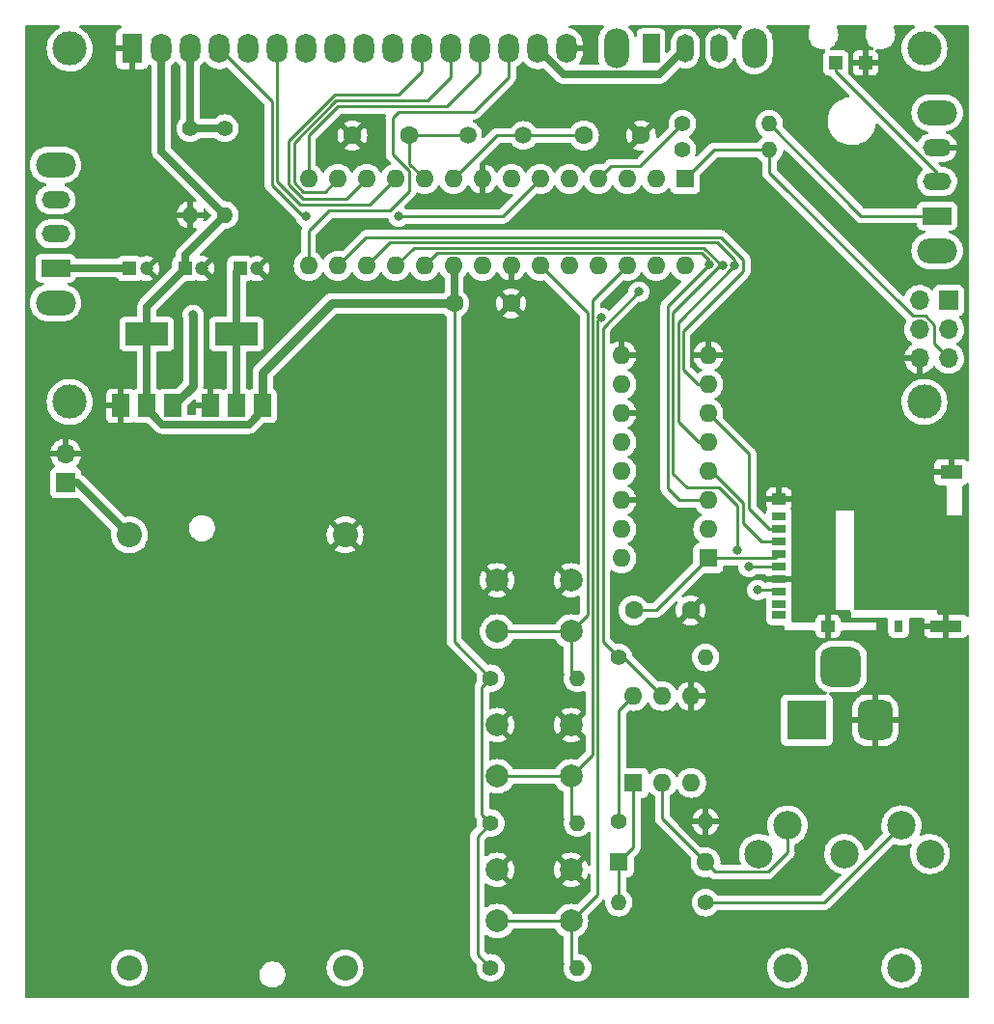
<source format=gbr>
%TF.GenerationSoftware,KiCad,Pcbnew,(6.0.7)*%
%TF.CreationDate,2022-08-13T20:07:02+02:00*%
%TF.ProjectId,SD_interrupter,53445f69-6e74-4657-9272-75707465722e,rev?*%
%TF.SameCoordinates,Original*%
%TF.FileFunction,Copper,L1,Top*%
%TF.FilePolarity,Positive*%
%FSLAX46Y46*%
G04 Gerber Fmt 4.6, Leading zero omitted, Abs format (unit mm)*
G04 Created by KiCad (PCBNEW (6.0.7)) date 2022-08-13 20:07:02*
%MOMM*%
%LPD*%
G01*
G04 APERTURE LIST*
G04 Aperture macros list*
%AMRoundRect*
0 Rectangle with rounded corners*
0 $1 Rounding radius*
0 $2 $3 $4 $5 $6 $7 $8 $9 X,Y pos of 4 corners*
0 Add a 4 corners polygon primitive as box body*
4,1,4,$2,$3,$4,$5,$6,$7,$8,$9,$2,$3,0*
0 Add four circle primitives for the rounded corners*
1,1,$1+$1,$2,$3*
1,1,$1+$1,$4,$5*
1,1,$1+$1,$6,$7*
1,1,$1+$1,$8,$9*
0 Add four rect primitives between the rounded corners*
20,1,$1+$1,$2,$3,$4,$5,0*
20,1,$1+$1,$4,$5,$6,$7,0*
20,1,$1+$1,$6,$7,$8,$9,0*
20,1,$1+$1,$8,$9,$2,$3,0*%
G04 Aperture macros list end*
%TA.AperFunction,ComponentPad*%
%ADD10C,1.400000*%
%TD*%
%TA.AperFunction,ComponentPad*%
%ADD11O,1.400000X1.400000*%
%TD*%
%TA.AperFunction,ComponentPad*%
%ADD12C,2.205000*%
%TD*%
%TA.AperFunction,ComponentPad*%
%ADD13R,1.600000X1.600000*%
%TD*%
%TA.AperFunction,ComponentPad*%
%ADD14O,1.600000X1.600000*%
%TD*%
%TA.AperFunction,ComponentPad*%
%ADD15C,2.500000*%
%TD*%
%TA.AperFunction,ComponentPad*%
%ADD16C,2.000000*%
%TD*%
%TA.AperFunction,ComponentPad*%
%ADD17R,1.208000X1.208000*%
%TD*%
%TA.AperFunction,SMDPad,CuDef*%
%ADD18R,1.500000X2.000000*%
%TD*%
%TA.AperFunction,SMDPad,CuDef*%
%ADD19R,3.800000X2.000000*%
%TD*%
%TA.AperFunction,ComponentPad*%
%ADD20R,1.700000X1.700000*%
%TD*%
%TA.AperFunction,ComponentPad*%
%ADD21O,1.700000X1.700000*%
%TD*%
%TA.AperFunction,ComponentPad*%
%ADD22C,1.600000*%
%TD*%
%TA.AperFunction,ComponentPad*%
%ADD23R,3.500000X3.500000*%
%TD*%
%TA.AperFunction,ComponentPad*%
%ADD24RoundRect,0.750000X0.750000X1.000000X-0.750000X1.000000X-0.750000X-1.000000X0.750000X-1.000000X0*%
%TD*%
%TA.AperFunction,ComponentPad*%
%ADD25RoundRect,0.875000X0.875000X0.875000X-0.875000X0.875000X-0.875000X-0.875000X0.875000X-0.875000X0*%
%TD*%
%TA.AperFunction,ComponentPad*%
%ADD26O,2.200000X3.500000*%
%TD*%
%TA.AperFunction,ComponentPad*%
%ADD27R,1.500000X2.500000*%
%TD*%
%TA.AperFunction,ComponentPad*%
%ADD28O,1.500000X2.500000*%
%TD*%
%TA.AperFunction,ComponentPad*%
%ADD29C,1.500000*%
%TD*%
%TA.AperFunction,ComponentPad*%
%ADD30R,1.200000X1.200000*%
%TD*%
%TA.AperFunction,ComponentPad*%
%ADD31C,1.200000*%
%TD*%
%TA.AperFunction,ComponentPad*%
%ADD32O,3.500000X2.200000*%
%TD*%
%TA.AperFunction,ComponentPad*%
%ADD33R,2.500000X1.500000*%
%TD*%
%TA.AperFunction,ComponentPad*%
%ADD34O,2.500000X1.500000*%
%TD*%
%TA.AperFunction,SMDPad,CuDef*%
%ADD35R,1.200000X0.700000*%
%TD*%
%TA.AperFunction,SMDPad,CuDef*%
%ADD36R,0.800000X1.000000*%
%TD*%
%TA.AperFunction,SMDPad,CuDef*%
%ADD37R,1.900000X1.300000*%
%TD*%
%TA.AperFunction,SMDPad,CuDef*%
%ADD38R,2.800000X1.000000*%
%TD*%
%TA.AperFunction,SMDPad,CuDef*%
%ADD39R,1.200000X1.000000*%
%TD*%
%TA.AperFunction,ComponentPad*%
%ADD40C,3.000000*%
%TD*%
%TA.AperFunction,ComponentPad*%
%ADD41R,1.800000X2.600000*%
%TD*%
%TA.AperFunction,ComponentPad*%
%ADD42O,1.800000X2.600000*%
%TD*%
%TA.AperFunction,ViaPad*%
%ADD43C,0.800000*%
%TD*%
%TA.AperFunction,Conductor*%
%ADD44C,0.635000*%
%TD*%
%TA.AperFunction,Conductor*%
%ADD45C,0.762000*%
%TD*%
%TA.AperFunction,Conductor*%
%ADD46C,0.254000*%
%TD*%
%TA.AperFunction,Conductor*%
%ADD47C,0.250000*%
%TD*%
G04 APERTURE END LIST*
D10*
%TO.P,R6,1*%
%TO.N,Net-(J3-Pad4)*%
X81788000Y-102870000D03*
D11*
%TO.P,R6,2*%
%TO.N,Net-(D1-Pad1)*%
X74168000Y-102870000D03*
%TD*%
D12*
%TO.P,BT1,N*%
%TO.N,Net-(BT1-PadN)*%
X31247000Y-108585000D03*
%TO.P,BT1,P*%
%TO.N,VCC*%
X31247000Y-70615000D03*
%TD*%
D13*
%TO.P,U2,1,VCC*%
%TO.N,+3.3V*%
X82032000Y-72644000D03*
D14*
%TO.P,U2,2*%
%TO.N,Net-(J1-Pad5)*%
X82032000Y-70104000D03*
%TO.P,U2,3*%
%TO.N,/CLK*%
X82032000Y-67564000D03*
%TO.P,U2,4*%
%TO.N,Net-(J1-Pad3)*%
X82032000Y-65024000D03*
%TO.P,U2,5*%
%TO.N,/DI*%
X82032000Y-62484000D03*
%TO.P,U2,6*%
%TO.N,Net-(J1-Pad2)*%
X82032000Y-59944000D03*
%TO.P,U2,7*%
%TO.N,/CS*%
X82032000Y-57404000D03*
%TO.P,U2,8,VSS*%
%TO.N,GND*%
X82032000Y-54864000D03*
%TO.P,U2,9*%
X74412000Y-54864000D03*
%TO.P,U2,10*%
%TO.N,unconnected-(U2-Pad10)*%
X74412000Y-57404000D03*
%TO.P,U2,11*%
%TO.N,GND*%
X74412000Y-59944000D03*
%TO.P,U2,12*%
%TO.N,unconnected-(U2-Pad12)*%
X74412000Y-62484000D03*
%TO.P,U2,13*%
%TO.N,N/C*%
X74412000Y-65024000D03*
%TO.P,U2,14*%
%TO.N,GND*%
X74412000Y-67564000D03*
%TO.P,U2,15*%
%TO.N,unconnected-(U2-Pad15)*%
X74412000Y-70104000D03*
%TO.P,U2,16*%
%TO.N,N/C*%
X74412000Y-72644000D03*
%TD*%
D15*
%TO.P,J3,1*%
%TO.N,unconnected-(J3-Pad1)*%
X101480000Y-98600000D03*
%TO.P,J3,2*%
%TO.N,unconnected-(J3-Pad2)*%
X93980000Y-98600000D03*
%TO.P,J3,3*%
%TO.N,unconnected-(J3-Pad3)*%
X86480000Y-98600000D03*
%TO.P,J3,4*%
%TO.N,Net-(J3-Pad4)*%
X98980000Y-96100000D03*
%TO.P,J3,5*%
%TO.N,Net-(D1-Pad2)*%
X88980000Y-96100000D03*
%TO.P,J3,6*%
%TO.N,N/C*%
X88980000Y-108600000D03*
X98980000Y-108600000D03*
%TD*%
D16*
%TO.P,SW3,1,2*%
%TO.N,GND*%
X63500000Y-74585000D03*
X70000000Y-74585000D03*
%TO.P,SW3,2,A*%
%TO.N,/UP*%
X70000000Y-79085000D03*
X63500000Y-79085000D03*
%TD*%
D10*
%TO.P,R3,1*%
%TO.N,+5V*%
X62940000Y-95885000D03*
D11*
%TO.P,R3,2*%
%TO.N,/OK*%
X70560000Y-95885000D03*
%TD*%
D17*
%TO.P,U6,P$1,K*%
%TO.N,GND*%
X95817625Y-29210000D03*
%TO.P,U6,P$2,A*%
%TO.N,Net-(SW6-Pad2)*%
X93217625Y-29210000D03*
%TD*%
D18*
%TO.P,U3,1,GND*%
%TO.N,GND*%
X38340000Y-59284000D03*
%TO.P,U3,2,VO*%
%TO.N,+3.3V*%
X40640000Y-59284000D03*
D19*
X40640000Y-52984000D03*
D18*
%TO.P,U3,3,VI*%
%TO.N,+5V*%
X42940000Y-59284000D03*
%TD*%
D20*
%TO.P,J5,1,Pin_1*%
%TO.N,VCC*%
X25654000Y-66040000D03*
D21*
%TO.P,J5,2,Pin_2*%
%TO.N,GND*%
X25654000Y-63500000D03*
%TD*%
D13*
%TO.P,D1,1,K*%
%TO.N,Net-(D1-Pad1)*%
X74168000Y-99319200D03*
D14*
%TO.P,D1,2,A*%
%TO.N,Net-(D1-Pad2)*%
X81788000Y-99319200D03*
%TD*%
D12*
%TO.P,BT2,N*%
%TO.N,GND*%
X50165000Y-70615000D03*
%TO.P,BT2,P*%
%TO.N,Net-(BT1-PadN)*%
X50165000Y-108585000D03*
%TD*%
D10*
%TO.P,R10,1*%
%TO.N,Net-(R10-Pad1)*%
X79756000Y-34544000D03*
D11*
%TO.P,R10,2*%
%TO.N,/OPT*%
X87376000Y-34544000D03*
%TD*%
D22*
%TO.P,C4,1*%
%TO.N,/X1*%
X71120000Y-35560000D03*
%TO.P,C4,2*%
%TO.N,GND*%
X76120000Y-35560000D03*
%TD*%
%TO.P,C10,1*%
%TO.N,+3.3V*%
X75478000Y-77216000D03*
%TO.P,C10,2*%
%TO.N,GND*%
X80478000Y-77216000D03*
%TD*%
D10*
%TO.P,R8,1*%
%TO.N,+5V*%
X79756000Y-36830000D03*
D11*
%TO.P,R8,2*%
%TO.N,/RESET*%
X87376000Y-36830000D03*
%TD*%
D23*
%TO.P,J4,1*%
%TO.N,VCC*%
X90678000Y-86868000D03*
D24*
%TO.P,J4,2*%
%TO.N,GND*%
X96678000Y-86868000D03*
D25*
%TO.P,J4,3*%
%TO.N,N/C*%
X93678000Y-82168000D03*
%TD*%
D10*
%TO.P,R1,1*%
%TO.N,+5V*%
X62940000Y-83185000D03*
D11*
%TO.P,R1,2*%
%TO.N,/UP*%
X70560000Y-83185000D03*
%TD*%
D20*
%TO.P,J2,1,MISO*%
%TO.N,/DO*%
X103124000Y-50038000D03*
D21*
%TO.P,J2,2,VCC*%
%TO.N,+5V*%
X100584000Y-50038000D03*
%TO.P,J2,3,SCK*%
%TO.N,/CLK*%
X103124000Y-52578000D03*
%TO.P,J2,4,MOSI*%
%TO.N,/DI*%
X100584000Y-52578000D03*
%TO.P,J2,5,~{RST}*%
%TO.N,/RESET*%
X103124000Y-55118000D03*
%TO.P,J2,6,GND*%
%TO.N,GND*%
X100584000Y-55118000D03*
%TD*%
D26*
%TO.P,SW1,*%
%TO.N,*%
X86060000Y-27940000D03*
X73960000Y-27940000D03*
D27*
%TO.P,SW1,1,A*%
%TO.N,+5V*%
X77010000Y-27940000D03*
D28*
%TO.P,SW1,2,B*%
%TO.N,/BL*%
X80010000Y-27940000D03*
%TO.P,SW1,3,C*%
%TO.N,unconnected-(SW1-Pad3)*%
X83010000Y-27940000D03*
%TD*%
D29*
%TO.P,Y1,1,1*%
%TO.N,/X2*%
X60920000Y-35560000D03*
%TO.P,Y1,2,2*%
%TO.N,/X1*%
X65800000Y-35560000D03*
%TD*%
D10*
%TO.P,R2,1*%
%TO.N,+5V*%
X62940000Y-108585000D03*
D11*
%TO.P,R2,2*%
%TO.N,/DN*%
X70560000Y-108585000D03*
%TD*%
D13*
%TO.P,U4,1,~{RESET}/PC6*%
%TO.N,/RESET*%
X80000000Y-39380000D03*
D14*
%TO.P,U4,2,PD0*%
%TO.N,/RX*%
X77460000Y-39380000D03*
%TO.P,U4,3,PD1*%
%TO.N,unconnected-(U4-Pad3)*%
X74920000Y-39380000D03*
%TO.P,U4,4,PD2*%
%TO.N,Net-(R10-Pad1)*%
X72380000Y-39380000D03*
%TO.P,U4,5,PD3*%
%TO.N,unconnected-(U4-Pad5)*%
X69840000Y-39380000D03*
%TO.P,U4,6,PD4*%
%TO.N,/RS*%
X67300000Y-39380000D03*
%TO.P,U4,7,VCC*%
%TO.N,+5V*%
X64760000Y-39380000D03*
%TO.P,U4,8,GND*%
%TO.N,GND*%
X62220000Y-39380000D03*
%TO.P,U4,9,XTAL1/PB6*%
%TO.N,/X1*%
X59680000Y-39380000D03*
%TO.P,U4,10,XTAL2/PB7*%
%TO.N,/X2*%
X57140000Y-39380000D03*
%TO.P,U4,11,PD5*%
%TO.N,/E*%
X54600000Y-39380000D03*
%TO.P,U4,12,PD6*%
%TO.N,/DB4*%
X52060000Y-39380000D03*
%TO.P,U4,13,PD7*%
%TO.N,/DB5*%
X49520000Y-39380000D03*
%TO.P,U4,14,PB0*%
%TO.N,/DB6*%
X46980000Y-39380000D03*
%TO.P,U4,15,PB1*%
%TO.N,/DB7*%
X46980000Y-47000000D03*
%TO.P,U4,16,PB2*%
%TO.N,/CS*%
X49520000Y-47000000D03*
%TO.P,U4,17,PB3*%
%TO.N,/DI*%
X52060000Y-47000000D03*
%TO.P,U4,18,PB4*%
%TO.N,/DO*%
X54600000Y-47000000D03*
%TO.P,U4,19,PB5*%
%TO.N,/CLK*%
X57140000Y-47000000D03*
%TO.P,U4,20,AVCC*%
%TO.N,+5V*%
X59680000Y-47000000D03*
%TO.P,U4,21,AREF*%
%TO.N,unconnected-(U4-Pad21)*%
X62220000Y-47000000D03*
%TO.P,U4,22,GND*%
%TO.N,GND*%
X64760000Y-47000000D03*
%TO.P,U4,23,PC0*%
%TO.N,/UP*%
X67300000Y-47000000D03*
%TO.P,U4,24,PC1*%
%TO.N,unconnected-(U4-Pad24)*%
X69840000Y-47000000D03*
%TO.P,U4,25,PC2*%
%TO.N,/DN*%
X72380000Y-47000000D03*
%TO.P,U4,26,PC3*%
%TO.N,/OK*%
X74920000Y-47000000D03*
%TO.P,U4,27,PC4*%
%TO.N,unconnected-(U4-Pad27)*%
X77460000Y-47000000D03*
%TO.P,U4,28,PC5*%
%TO.N,unconnected-(U4-Pad28)*%
X80000000Y-47000000D03*
%TD*%
D30*
%TO.P,C2,1*%
%TO.N,+5V*%
X36107401Y-47244000D03*
D31*
%TO.P,C2,2*%
%TO.N,GND*%
X37607401Y-47244000D03*
%TD*%
D22*
%TO.P,C7,1*%
%TO.N,+5V*%
X59730000Y-50292000D03*
%TO.P,C7,2*%
%TO.N,GND*%
X64730000Y-50292000D03*
%TD*%
D10*
%TO.P,R4,1*%
%TO.N,Net-(DS1-Pad3)*%
X39624000Y-34925000D03*
D11*
%TO.P,R4,2*%
%TO.N,+5V*%
X39624000Y-42545000D03*
%TD*%
D10*
%TO.P,R7,1*%
%TO.N,Net-(R7-Pad1)*%
X74168000Y-95768400D03*
D11*
%TO.P,R7,2*%
%TO.N,GND*%
X81788000Y-95768400D03*
%TD*%
D32*
%TO.P,SW6,*%
%TO.N,*%
X102108000Y-33574000D03*
X102108000Y-45674000D03*
D33*
%TO.P,SW6,1,A*%
%TO.N,/OPT*%
X102108000Y-42624000D03*
D34*
%TO.P,SW6,2,B*%
%TO.N,Net-(SW6-Pad2)*%
X102108000Y-39624000D03*
%TO.P,SW6,3,C*%
%TO.N,GND*%
X102108000Y-36624000D03*
%TD*%
D16*
%TO.P,SW4,1,1*%
%TO.N,GND*%
X70000000Y-99985000D03*
X63500000Y-99985000D03*
%TO.P,SW4,2,K*%
%TO.N,/DN*%
X63500000Y-104485000D03*
X70000000Y-104485000D03*
%TD*%
D35*
%TO.P,J1,1,DAT2*%
%TO.N,unconnected-(J1-Pad1)*%
X88235000Y-69010000D03*
%TO.P,J1,2,DAT3/CD*%
%TO.N,Net-(J1-Pad2)*%
X88235000Y-70110000D03*
%TO.P,J1,3,CMD*%
%TO.N,Net-(J1-Pad3)*%
X88235000Y-71210000D03*
%TO.P,J1,4,VDD*%
%TO.N,+3.3V*%
X88235000Y-72310000D03*
%TO.P,J1,5,CLK*%
%TO.N,Net-(J1-Pad5)*%
X88235000Y-73410000D03*
%TO.P,J1,6,VSS*%
%TO.N,GND*%
X88235000Y-74510000D03*
%TO.P,J1,7,DAT0*%
%TO.N,/DO*%
X88235000Y-75610000D03*
%TO.P,J1,8,DAT1*%
%TO.N,unconnected-(J1-Pad8)*%
X88235000Y-76710000D03*
%TO.P,J1,9,DET_B*%
%TO.N,unconnected-(J1-Pad9)*%
X88235000Y-77660000D03*
D36*
%TO.P,J1,10,DET_A*%
%TO.N,/CD*%
X98735000Y-78610000D03*
D37*
%TO.P,J1,11,SHIELD*%
%TO.N,GND*%
X103335000Y-65110000D03*
D38*
X102885000Y-78610000D03*
D39*
X92535000Y-78610000D03*
X88235000Y-67460000D03*
%TD*%
D16*
%TO.P,SW5,1,2*%
%TO.N,GND*%
X63500000Y-87285000D03*
X70000000Y-87285000D03*
%TO.P,SW5,2,A*%
%TO.N,/OK*%
X63500000Y-91785000D03*
X70000000Y-91785000D03*
%TD*%
D10*
%TO.P,R5,1*%
%TO.N,Net-(DS1-Pad3)*%
X36576000Y-34925000D03*
D11*
%TO.P,R5,2*%
%TO.N,GND*%
X36576000Y-42545000D03*
%TD*%
D40*
%TO.P,DS1,*%
%TO.N,*%
X100995480Y-58940700D03*
X25996900Y-27940000D03*
X25996900Y-58940700D03*
X100996000Y-27940000D03*
D41*
%TO.P,DS1,1,VSS*%
%TO.N,GND*%
X31496000Y-27940000D03*
D42*
%TO.P,DS1,2,VDD*%
%TO.N,+5V*%
X34036000Y-27940000D03*
%TO.P,DS1,3,VO*%
%TO.N,Net-(DS1-Pad3)*%
X36576000Y-27940000D03*
%TO.P,DS1,4,RS*%
%TO.N,/RS*%
X39116000Y-27940000D03*
%TO.P,DS1,5,R/W*%
%TO.N,GND*%
X41656000Y-27940000D03*
%TO.P,DS1,6,E*%
%TO.N,/E*%
X44196000Y-27940000D03*
%TO.P,DS1,7,D0*%
%TO.N,unconnected-(DS1-Pad7)*%
X46736000Y-27940000D03*
%TO.P,DS1,8,D1*%
%TO.N,unconnected-(DS1-Pad8)*%
X49276000Y-27940000D03*
%TO.P,DS1,9,D2*%
%TO.N,unconnected-(DS1-Pad9)*%
X51816000Y-27940000D03*
%TO.P,DS1,10,D3*%
%TO.N,unconnected-(DS1-Pad10)*%
X54356000Y-27940000D03*
%TO.P,DS1,11,D4*%
%TO.N,/DB4*%
X56896000Y-27940000D03*
%TO.P,DS1,12,D5*%
%TO.N,/DB5*%
X59436000Y-27940000D03*
%TO.P,DS1,13,D6*%
%TO.N,/DB6*%
X61976000Y-27940000D03*
%TO.P,DS1,14,D7*%
%TO.N,/DB7*%
X64516000Y-27940000D03*
%TO.P,DS1,15,LED(+)*%
%TO.N,/BL*%
X67056000Y-27940000D03*
%TO.P,DS1,16,LED(-)*%
%TO.N,GND*%
X69596000Y-27940000D03*
%TD*%
D10*
%TO.P,R9,1*%
%TO.N,/RX*%
X74168000Y-81366800D03*
D11*
%TO.P,R9,2*%
%TO.N,+5V*%
X81788000Y-81366800D03*
%TD*%
D22*
%TO.P,C5,1*%
%TO.N,/X2*%
X55800000Y-35560000D03*
%TO.P,C5,2*%
%TO.N,GND*%
X50800000Y-35560000D03*
%TD*%
D32*
%TO.P,SW2,*%
%TO.N,*%
X24765000Y-38146000D03*
X24765000Y-50246000D03*
D33*
%TO.P,SW2,1,A*%
%TO.N,Net-(C1-Pad1)*%
X24765000Y-47196000D03*
D34*
%TO.P,SW2,2,B*%
%TO.N,VCC*%
X24765000Y-44196000D03*
%TO.P,SW2,3,C*%
%TO.N,unconnected-(SW2-Pad3)*%
X24765000Y-41196000D03*
%TD*%
D18*
%TO.P,U1,1,GND*%
%TO.N,GND*%
X30466000Y-59284000D03*
D19*
%TO.P,U1,2,VO*%
%TO.N,+5V*%
X32766000Y-52984000D03*
D18*
X32766000Y-59284000D03*
%TO.P,U1,3,VI*%
%TO.N,Net-(C1-Pad1)*%
X35066000Y-59284000D03*
%TD*%
D30*
%TO.P,C3,1*%
%TO.N,+3.3V*%
X40933401Y-47244000D03*
D31*
%TO.P,C3,2*%
%TO.N,GND*%
X42433401Y-47244000D03*
%TD*%
D30*
%TO.P,C1,1*%
%TO.N,Net-(C1-Pad1)*%
X31242000Y-47244000D03*
D31*
%TO.P,C1,2*%
%TO.N,GND*%
X32742000Y-47244000D03*
%TD*%
D13*
%TO.P,U5,1*%
%TO.N,Net-(D1-Pad1)*%
X75453000Y-92367600D03*
D14*
%TO.P,U5,2*%
%TO.N,Net-(D1-Pad2)*%
X77993000Y-92367600D03*
%TO.P,U5,3,NC*%
%TO.N,unconnected-(U5-Pad3)*%
X80533000Y-92367600D03*
%TO.P,U5,4*%
%TO.N,GND*%
X80533000Y-84747600D03*
%TO.P,U5,5*%
%TO.N,/RX*%
X77993000Y-84747600D03*
%TO.P,U5,6*%
%TO.N,Net-(R7-Pad1)*%
X75453000Y-84747600D03*
%TD*%
D43*
%TO.N,GND*%
X72390000Y-31750000D03*
%TO.N,Net-(C1-Pad1)*%
X36830000Y-51308000D03*
%TO.N,/RS*%
X54864000Y-42672000D03*
X46736000Y-42672000D03*
%TO.N,Net-(J1-Pad5)*%
X85598000Y-73406000D03*
%TO.N,/DO*%
X86360000Y-75438000D03*
X84582000Y-71919500D03*
X83312000Y-46990000D03*
%TO.N,/CLK*%
X82097598Y-46922974D03*
%TO.N,/DI*%
X84328000Y-46990000D03*
%TO.N,/DN*%
X72608500Y-51562000D03*
%TO.N,/RX*%
X75946000Y-49276000D03*
%TD*%
D44*
%TO.N,VCC*%
X26672000Y-66040000D02*
X31247000Y-70615000D01*
X25654000Y-66040000D02*
X26672000Y-66040000D01*
%TO.N,GND*%
X72390000Y-31750000D02*
X72390000Y-31830000D01*
X72390000Y-31830000D02*
X76120000Y-35560000D01*
D45*
%TO.N,Net-(C1-Pad1)*%
X35066000Y-59284000D02*
X36830000Y-57520000D01*
D44*
X31194000Y-47196000D02*
X31242000Y-47244000D01*
D45*
X36830000Y-57520000D02*
X36830000Y-51308000D01*
D44*
X24765000Y-47196000D02*
X31194000Y-47196000D01*
%TO.N,+5V*%
X59730000Y-47050000D02*
X59680000Y-47000000D01*
X36107401Y-46061599D02*
X36107401Y-47244000D01*
X32766000Y-59534000D02*
X34151000Y-60919000D01*
D46*
X61768479Y-97056521D02*
X62940000Y-95885000D01*
D44*
X41697000Y-60919000D02*
X42940000Y-59676000D01*
X59730000Y-50292000D02*
X59730000Y-47050000D01*
X39624000Y-42545000D02*
X34036000Y-36957000D01*
D45*
X49022000Y-50292000D02*
X59730000Y-50292000D01*
D46*
X62173000Y-95118000D02*
X62173000Y-83952000D01*
D44*
X34036000Y-36957000D02*
X34036000Y-27940000D01*
D46*
X59730000Y-50292000D02*
X59730000Y-79975000D01*
X62940000Y-108585000D02*
X61768479Y-107413479D01*
X59730000Y-79975000D02*
X62940000Y-83185000D01*
D44*
X32766000Y-59284000D02*
X32766000Y-52984000D01*
X32766000Y-52984000D02*
X32766000Y-50585401D01*
D45*
X42940000Y-59284000D02*
X42940000Y-56374000D01*
D46*
X62940000Y-95885000D02*
X62173000Y-95118000D01*
D44*
X42940000Y-59676000D02*
X42940000Y-59284000D01*
X32766000Y-59284000D02*
X32766000Y-59534000D01*
X39624000Y-42545000D02*
X36107401Y-46061599D01*
X32766000Y-50585401D02*
X36107401Y-47244000D01*
X34151000Y-60919000D02*
X41697000Y-60919000D01*
D45*
X42940000Y-56374000D02*
X49022000Y-50292000D01*
D46*
X61768479Y-107413479D02*
X61768479Y-97056521D01*
X62173000Y-83952000D02*
X62940000Y-83185000D01*
D44*
%TO.N,+3.3V*%
X40640000Y-59284000D02*
X40640000Y-52984000D01*
D47*
X75478000Y-77216000D02*
X77460000Y-77216000D01*
X77460000Y-77216000D02*
X82032000Y-72644000D01*
X87901000Y-72644000D02*
X88235000Y-72310000D01*
D44*
X40640000Y-52984000D02*
X40640000Y-47537401D01*
D47*
X82032000Y-72644000D02*
X87901000Y-72644000D01*
D44*
X40640000Y-47537401D02*
X40933401Y-47244000D01*
D46*
%TO.N,/X1*%
X65800000Y-35560000D02*
X71120000Y-35560000D01*
X63500000Y-35560000D02*
X59680000Y-39380000D01*
X65800000Y-35560000D02*
X63500000Y-35560000D01*
%TO.N,/X2*%
X55800000Y-35560000D02*
X60920000Y-35560000D01*
X55800000Y-35560000D02*
X55800000Y-38040000D01*
X55800000Y-38040000D02*
X57140000Y-39380000D01*
%TO.N,Net-(D1-Pad1)*%
X75453000Y-92367600D02*
X75453000Y-98034200D01*
X74168000Y-99319200D02*
X74168000Y-102870000D01*
X75453000Y-98034200D02*
X74168000Y-99319200D01*
%TO.N,Net-(D1-Pad2)*%
X81788000Y-99319200D02*
X82645800Y-100177000D01*
X77993000Y-95524200D02*
X77993000Y-92367600D01*
X81788000Y-99319200D02*
X77993000Y-95524200D01*
X87275000Y-100177000D02*
X88980000Y-98472000D01*
X82645800Y-100177000D02*
X87275000Y-100177000D01*
X88980000Y-98472000D02*
X88980000Y-96100000D01*
D44*
%TO.N,Net-(DS1-Pad3)*%
X36576000Y-27940000D02*
X36576000Y-34925000D01*
X36576000Y-34925000D02*
X39624000Y-34925000D01*
D46*
%TO.N,/RS*%
X43742000Y-32566000D02*
X43742000Y-39932000D01*
X46482000Y-42672000D02*
X46736000Y-42672000D01*
X39116000Y-27940000D02*
X43742000Y-32566000D01*
X64008000Y-42672000D02*
X67300000Y-39380000D01*
X43742000Y-39932000D02*
X46482000Y-42672000D01*
X54864000Y-42672000D02*
X64008000Y-42672000D01*
%TO.N,/E*%
X46228000Y-41656000D02*
X44196000Y-39624000D01*
X54600000Y-39380000D02*
X52324000Y-41656000D01*
X52324000Y-41656000D02*
X46228000Y-41656000D01*
X44196000Y-39624000D02*
X44196000Y-27940000D01*
%TO.N,/DB4*%
X50292000Y-41148000D02*
X46512129Y-41148000D01*
X45212000Y-39847871D02*
X45212000Y-36053896D01*
X52060000Y-39380000D02*
X50292000Y-41148000D01*
X49261896Y-32004000D02*
X54864000Y-32004000D01*
X45212000Y-36053896D02*
X49261896Y-32004000D01*
X46512129Y-41148000D02*
X45212000Y-39847871D01*
X56896000Y-29972000D02*
X56896000Y-27940000D01*
X54864000Y-32004000D02*
X56896000Y-29972000D01*
%TO.N,/DB5*%
X49520000Y-39380000D02*
X48393000Y-40507000D01*
X45720000Y-36187948D02*
X49395948Y-32512000D01*
X57404000Y-32512000D02*
X59436000Y-30480000D01*
X59436000Y-30480000D02*
X59436000Y-27940000D01*
X48393000Y-40507000D02*
X46513181Y-40507000D01*
X45720000Y-39713819D02*
X45720000Y-36187948D01*
X46513181Y-40507000D02*
X45720000Y-39713819D01*
X49395948Y-32512000D02*
X57404000Y-32512000D01*
%TO.N,/DB6*%
X61976000Y-30099000D02*
X61976000Y-27940000D01*
X46980000Y-39380000D02*
X46980000Y-35570000D01*
X49530000Y-33020000D02*
X59055000Y-33020000D01*
X46980000Y-35570000D02*
X49530000Y-33020000D01*
X59055000Y-33020000D02*
X61976000Y-30099000D01*
%TO.N,/DB7*%
X54356000Y-37238052D02*
X54356000Y-34036000D01*
X55802974Y-40431284D02*
X55802974Y-38685026D01*
X54070258Y-42164000D02*
X55802974Y-40431284D01*
X54356000Y-34036000D02*
X54864000Y-33528000D01*
X54864000Y-33528000D02*
X61468000Y-33528000D01*
X46980000Y-43952000D02*
X48768000Y-42164000D01*
X55802974Y-38685026D02*
X54356000Y-37238052D01*
X46980000Y-47000000D02*
X46980000Y-43952000D01*
X61468000Y-33528000D02*
X64516000Y-30480000D01*
X48768000Y-42164000D02*
X54070258Y-42164000D01*
X64516000Y-30480000D02*
X64516000Y-27940000D01*
D44*
%TO.N,/BL*%
X69323500Y-30207500D02*
X67056000Y-27940000D01*
X77742500Y-30207500D02*
X69323500Y-30207500D01*
X80010000Y-27940000D02*
X77742500Y-30207500D01*
D46*
%TO.N,Net-(J1-Pad2)*%
X85598000Y-63510000D02*
X85598000Y-68327000D01*
X82032000Y-59944000D02*
X85598000Y-63510000D01*
X87381000Y-70110000D02*
X88235000Y-70110000D01*
X85598000Y-68327000D02*
X87381000Y-70110000D01*
%TO.N,Net-(J1-Pad3)*%
X85090000Y-69596000D02*
X86704000Y-71210000D01*
X86704000Y-71210000D02*
X88235000Y-71210000D01*
X82032000Y-65024000D02*
X82296000Y-65024000D01*
X85090000Y-67818000D02*
X85090000Y-69596000D01*
X82296000Y-65024000D02*
X85090000Y-67818000D01*
D47*
%TO.N,Net-(J1-Pad5)*%
X85602000Y-73410000D02*
X88235000Y-73410000D01*
X85598000Y-73406000D02*
X85602000Y-73410000D01*
D46*
%TO.N,/DO*%
X78921000Y-65224000D02*
X80134000Y-66437000D01*
X83192052Y-46990000D02*
X83312000Y-46990000D01*
X83312000Y-46990000D02*
X83058000Y-46990000D01*
X82947000Y-66437000D02*
X84582000Y-68072000D01*
D47*
X84582000Y-68072000D02*
X84582000Y-71919500D01*
D46*
X83058000Y-46990000D02*
X78921000Y-51127000D01*
D47*
X86360000Y-75438000D02*
X88063000Y-75438000D01*
D46*
X54600000Y-47000000D02*
X56181000Y-45419000D01*
X81621052Y-45419000D02*
X83192052Y-46990000D01*
D47*
X88063000Y-75438000D02*
X88235000Y-75610000D01*
D46*
X80134000Y-66437000D02*
X82947000Y-66437000D01*
X78921000Y-51127000D02*
X78921000Y-54102000D01*
X78921000Y-54036052D02*
X78921000Y-65224000D01*
X56181000Y-45419000D02*
X81621052Y-45419000D01*
%TO.N,/CLK*%
X82097598Y-46537598D02*
X82097598Y-46922974D01*
X78467000Y-66548000D02*
X79483000Y-67564000D01*
X81433000Y-45873000D02*
X82097598Y-46537598D01*
X58267000Y-45873000D02*
X81433000Y-45873000D01*
X57140000Y-47000000D02*
X58267000Y-45873000D01*
X78467000Y-51327000D02*
X78467000Y-66548000D01*
X82097598Y-46922974D02*
X78467000Y-50553572D01*
X78467000Y-50553572D02*
X78467000Y-51327000D01*
X79483000Y-67564000D02*
X82032000Y-67564000D01*
%TO.N,/DI*%
X54095000Y-44965000D02*
X81809104Y-44965000D01*
X52060000Y-47000000D02*
X54095000Y-44965000D01*
D47*
X82804000Y-44958000D02*
X84328000Y-46482000D01*
D46*
X79375000Y-52451000D02*
X79375000Y-60706000D01*
D47*
X84328000Y-46482000D02*
X84328000Y-46990000D01*
D46*
X81809104Y-44965000D02*
X82543000Y-44965000D01*
X82550000Y-44958000D02*
X82804000Y-44958000D01*
D47*
X84328000Y-46990000D02*
X84328000Y-46999305D01*
X79373000Y-51954305D02*
X79373000Y-52449000D01*
D46*
X81153000Y-62484000D02*
X82032000Y-62484000D01*
X82543000Y-44965000D02*
X82550000Y-44958000D01*
D47*
X84328000Y-46999305D02*
X79373000Y-51954305D01*
D46*
X79375000Y-60706000D02*
X81153000Y-62484000D01*
D47*
X79373000Y-52449000D02*
X79375000Y-52451000D01*
%TO.N,/RESET*%
X99977554Y-51403000D02*
X101070701Y-51403000D01*
D46*
X80000000Y-39380000D02*
X82550000Y-36830000D01*
D47*
X101070701Y-51403000D02*
X101854000Y-52186299D01*
X101854000Y-53848000D02*
X103124000Y-55118000D01*
D46*
X82550000Y-36830000D02*
X87376000Y-36830000D01*
D47*
X87376000Y-38801446D02*
X99977554Y-51403000D01*
X101854000Y-52186299D02*
X101854000Y-53848000D01*
X87376000Y-36830000D02*
X87376000Y-38801446D01*
D46*
%TO.N,Net-(J3-Pad4)*%
X92210000Y-102870000D02*
X98980000Y-96100000D01*
X81788000Y-102870000D02*
X92210000Y-102870000D01*
%TO.N,/UP*%
X67300000Y-47000000D02*
X71428000Y-51128000D01*
X70000000Y-82625000D02*
X70560000Y-83185000D01*
X63500000Y-79085000D02*
X70000000Y-79085000D01*
X70000000Y-79085000D02*
X70000000Y-82625000D01*
X71428000Y-51128000D02*
X71428000Y-77657000D01*
X71428000Y-77657000D02*
X70000000Y-79085000D01*
%TO.N,/DN*%
X72608500Y-51562000D02*
X72336000Y-51834500D01*
X72336000Y-51834500D02*
X72336000Y-102149000D01*
X70000000Y-108025000D02*
X70560000Y-108585000D01*
X70000000Y-104485000D02*
X70000000Y-108025000D01*
X72336000Y-102149000D02*
X70000000Y-104485000D01*
X63500000Y-104485000D02*
X70000000Y-104485000D01*
%TO.N,/OK*%
X71882000Y-89903000D02*
X70000000Y-91785000D01*
X71882000Y-50038000D02*
X71882000Y-89903000D01*
X74920000Y-47000000D02*
X71882000Y-50038000D01*
X70000000Y-91785000D02*
X70000000Y-95325000D01*
X63500000Y-91785000D02*
X70000000Y-91785000D01*
X70000000Y-95325000D02*
X70560000Y-95885000D01*
%TO.N,Net-(R7-Pad1)*%
X74168000Y-86032600D02*
X75453000Y-84747600D01*
X74168000Y-95768400D02*
X74168000Y-86032600D01*
%TO.N,/RX*%
X72790000Y-79988800D02*
X72790000Y-52432000D01*
X74168000Y-81366800D02*
X72790000Y-79988800D01*
X74612200Y-81366800D02*
X74168000Y-81366800D01*
X72790000Y-52432000D02*
X75946000Y-49276000D01*
X77993000Y-84747600D02*
X74612200Y-81366800D01*
%TO.N,/CS*%
X81099000Y-57404000D02*
X79829000Y-56134000D01*
D47*
X83112000Y-44504000D02*
X85090000Y-46482000D01*
D46*
X79829000Y-56134000D02*
X79829000Y-52759000D01*
D47*
X85090000Y-47498000D02*
X84328000Y-48260000D01*
D46*
X81981000Y-44511000D02*
X52009000Y-44511000D01*
D47*
X85090000Y-46482000D02*
X85090000Y-47498000D01*
D46*
X82032000Y-57404000D02*
X81099000Y-57404000D01*
X83112000Y-44504000D02*
X81988000Y-44504000D01*
X81988000Y-44504000D02*
X81981000Y-44511000D01*
X52009000Y-44511000D02*
X49520000Y-47000000D01*
X84328000Y-48260000D02*
X84582000Y-48006000D01*
X79829000Y-52759000D02*
X84328000Y-48260000D01*
D47*
%TO.N,/OPT*%
X87376000Y-34544000D02*
X95456000Y-42624000D01*
X95456000Y-42624000D02*
X102108000Y-42624000D01*
D46*
%TO.N,Net-(R10-Pad1)*%
X73507000Y-38253000D02*
X76047000Y-38253000D01*
X72380000Y-39380000D02*
X73507000Y-38253000D01*
X76047000Y-38253000D02*
X79756000Y-34544000D01*
D47*
%TO.N,Net-(SW6-Pad2)*%
X102108000Y-38862000D02*
X93217625Y-29971625D01*
X93217625Y-29971625D02*
X93217625Y-29210000D01*
X102108000Y-39624000D02*
X102108000Y-38862000D01*
%TD*%
%TA.AperFunction,Conductor*%
%TO.N,GND*%
G36*
X25093442Y-25928502D02*
G01*
X25139935Y-25982158D01*
X25150039Y-26052432D01*
X25120545Y-26117012D01*
X25083538Y-26145973D01*
X25082930Y-26146232D01*
X24965436Y-26216550D01*
X24851625Y-26284664D01*
X24851621Y-26284667D01*
X24847943Y-26286868D01*
X24634218Y-26458094D01*
X24445708Y-26656742D01*
X24285902Y-26879136D01*
X24157757Y-27121161D01*
X24156285Y-27125184D01*
X24156283Y-27125188D01*
X24073363Y-27351775D01*
X24063643Y-27378337D01*
X24005304Y-27645907D01*
X24004968Y-27650177D01*
X23989685Y-27844366D01*
X23983817Y-27918918D01*
X23999582Y-28192320D01*
X24000407Y-28196525D01*
X24000408Y-28196533D01*
X24010882Y-28249919D01*
X24052305Y-28461053D01*
X24053692Y-28465103D01*
X24053693Y-28465108D01*
X24118932Y-28655655D01*
X24141012Y-28720144D01*
X24142939Y-28723975D01*
X24261161Y-28959034D01*
X24264060Y-28964799D01*
X24266486Y-28968328D01*
X24266489Y-28968334D01*
X24408946Y-29175608D01*
X24419174Y-29190490D01*
X24422061Y-29193663D01*
X24422062Y-29193664D01*
X24585729Y-29373533D01*
X24603482Y-29393043D01*
X24813575Y-29568707D01*
X24817216Y-29570991D01*
X25041924Y-29711951D01*
X25041928Y-29711953D01*
X25045564Y-29714234D01*
X25119530Y-29747631D01*
X25291245Y-29825164D01*
X25291249Y-29825166D01*
X25295157Y-29826930D01*
X25299277Y-29828150D01*
X25299276Y-29828150D01*
X25553623Y-29903491D01*
X25553627Y-29903492D01*
X25557736Y-29904709D01*
X25561970Y-29905357D01*
X25561975Y-29905358D01*
X25824198Y-29945483D01*
X25824200Y-29945483D01*
X25828440Y-29946132D01*
X25967812Y-29948322D01*
X26097971Y-29950367D01*
X26097977Y-29950367D01*
X26102262Y-29950434D01*
X26374135Y-29917534D01*
X26639027Y-29848041D01*
X26642987Y-29846401D01*
X26642992Y-29846399D01*
X26794654Y-29783578D01*
X26892036Y-29743241D01*
X27063376Y-29643118D01*
X27124779Y-29607237D01*
X27124780Y-29607236D01*
X27128482Y-29605073D01*
X27343989Y-29436094D01*
X27358575Y-29421043D01*
X27490730Y-29284669D01*
X30088001Y-29284669D01*
X30088371Y-29291490D01*
X30093895Y-29342352D01*
X30097521Y-29357604D01*
X30142676Y-29478054D01*
X30151214Y-29493649D01*
X30227715Y-29595724D01*
X30240276Y-29608285D01*
X30342351Y-29684786D01*
X30357946Y-29693324D01*
X30478394Y-29738478D01*
X30493649Y-29742105D01*
X30544514Y-29747631D01*
X30551328Y-29748000D01*
X31223885Y-29748000D01*
X31239124Y-29743525D01*
X31240329Y-29742135D01*
X31242000Y-29734452D01*
X31242000Y-28212115D01*
X31237525Y-28196876D01*
X31236135Y-28195671D01*
X31228452Y-28194000D01*
X30106116Y-28194000D01*
X30090877Y-28198475D01*
X30089672Y-28199865D01*
X30088001Y-28207548D01*
X30088001Y-29284669D01*
X27490730Y-29284669D01*
X27531586Y-29242509D01*
X27534569Y-29239431D01*
X27537102Y-29235983D01*
X27537106Y-29235978D01*
X27694157Y-29022178D01*
X27696695Y-29018723D01*
X27724054Y-28968334D01*
X27825318Y-28781830D01*
X27825319Y-28781828D01*
X27827368Y-28778054D01*
X27911854Y-28554469D01*
X27922651Y-28525895D01*
X27922652Y-28525891D01*
X27924169Y-28521877D01*
X27961405Y-28359295D01*
X27984349Y-28259117D01*
X27984350Y-28259113D01*
X27985307Y-28254933D01*
X27985755Y-28249919D01*
X28009431Y-27984627D01*
X28009431Y-27984625D01*
X28009651Y-27982161D01*
X28010093Y-27940000D01*
X28007688Y-27904722D01*
X27991759Y-27671055D01*
X27991758Y-27671049D01*
X27991467Y-27666778D01*
X27935932Y-27398612D01*
X27844517Y-27140465D01*
X27718913Y-26897112D01*
X27708940Y-26882921D01*
X27563908Y-26676562D01*
X27561445Y-26673057D01*
X27467802Y-26572285D01*
X27377946Y-26475588D01*
X27377943Y-26475585D01*
X27375025Y-26472445D01*
X27371710Y-26469731D01*
X27371706Y-26469728D01*
X27201550Y-26330457D01*
X27163105Y-26298990D01*
X26971378Y-26181500D01*
X26933266Y-26158145D01*
X26933265Y-26158145D01*
X26929604Y-26155901D01*
X26921816Y-26152482D01*
X26915872Y-26149873D01*
X26861536Y-26104177D01*
X26840532Y-26036359D01*
X26859527Y-25967950D01*
X26912491Y-25920671D01*
X26966518Y-25908500D01*
X30404928Y-25908500D01*
X30473049Y-25928502D01*
X30519542Y-25982158D01*
X30529646Y-26052432D01*
X30500152Y-26117012D01*
X30449158Y-26152482D01*
X30357946Y-26186676D01*
X30342351Y-26195214D01*
X30240276Y-26271715D01*
X30227715Y-26284276D01*
X30151214Y-26386351D01*
X30142676Y-26401946D01*
X30097522Y-26522394D01*
X30093895Y-26537649D01*
X30088369Y-26588514D01*
X30088000Y-26595328D01*
X30088000Y-27667885D01*
X30092475Y-27683124D01*
X30093865Y-27684329D01*
X30101548Y-27686000D01*
X31624000Y-27686000D01*
X31692121Y-27706002D01*
X31738614Y-27759658D01*
X31750000Y-27812000D01*
X31750000Y-29729884D01*
X31754475Y-29745123D01*
X31755865Y-29746328D01*
X31763548Y-29747999D01*
X32440669Y-29747999D01*
X32447490Y-29747629D01*
X32498352Y-29742105D01*
X32513604Y-29738479D01*
X32634054Y-29693324D01*
X32649649Y-29684786D01*
X32751724Y-29608285D01*
X32764285Y-29595724D01*
X32840786Y-29493649D01*
X32849324Y-29478054D01*
X32870697Y-29421043D01*
X32913339Y-29364278D01*
X32979901Y-29339579D01*
X33049250Y-29354787D01*
X33079848Y-29378301D01*
X33095640Y-29394856D01*
X33095652Y-29394866D01*
X33099326Y-29398718D01*
X33159213Y-29443275D01*
X33201926Y-29499985D01*
X33210000Y-29544364D01*
X33210000Y-36916967D01*
X33209558Y-36927511D01*
X33205377Y-36977300D01*
X33214541Y-37045970D01*
X33215706Y-37054704D01*
X33216073Y-37057743D01*
X33224511Y-37135417D01*
X33226687Y-37141883D01*
X33227204Y-37144233D01*
X33227301Y-37144783D01*
X33227480Y-37145550D01*
X33227635Y-37146085D01*
X33228211Y-37148432D01*
X33229113Y-37155190D01*
X33255380Y-37227358D01*
X33255810Y-37228540D01*
X33256826Y-37231443D01*
X33279575Y-37299039D01*
X33279578Y-37299046D01*
X33281754Y-37305511D01*
X33285269Y-37311360D01*
X33286282Y-37313553D01*
X33286494Y-37314068D01*
X33286827Y-37314766D01*
X33287100Y-37315267D01*
X33288160Y-37317421D01*
X33290494Y-37323834D01*
X33332162Y-37389492D01*
X33332342Y-37389775D01*
X33333956Y-37392390D01*
X33374186Y-37459344D01*
X33378867Y-37464295D01*
X33380337Y-37466231D01*
X33380985Y-37467162D01*
X33383885Y-37470996D01*
X33386657Y-37475364D01*
X33390323Y-37479464D01*
X33442246Y-37531387D01*
X33444698Y-37533908D01*
X33497496Y-37589740D01*
X33503137Y-37593574D01*
X33507989Y-37597703D01*
X33515419Y-37604560D01*
X37103058Y-41192199D01*
X37137084Y-41254511D01*
X37132019Y-41325326D01*
X37089472Y-41382162D01*
X37022952Y-41406973D01*
X36981352Y-41403001D01*
X36847497Y-41367134D01*
X36833401Y-41367470D01*
X36830000Y-41375412D01*
X36830000Y-42272885D01*
X36834475Y-42288124D01*
X36835865Y-42289329D01*
X36843548Y-42291000D01*
X37740439Y-42291000D01*
X37753970Y-42287027D01*
X37755199Y-42278478D01*
X37717999Y-42139648D01*
X37719689Y-42068672D01*
X37759483Y-42009876D01*
X37824747Y-41981928D01*
X37894761Y-41993701D01*
X37928801Y-42017942D01*
X38366764Y-42455905D01*
X38400790Y-42518217D01*
X38395725Y-42589032D01*
X38366764Y-42634095D01*
X37928801Y-43072058D01*
X37866489Y-43106084D01*
X37795674Y-43101019D01*
X37738838Y-43058472D01*
X37714027Y-42991952D01*
X37717999Y-42950352D01*
X37753866Y-42816497D01*
X37753530Y-42802401D01*
X37745588Y-42799000D01*
X36848115Y-42799000D01*
X36832876Y-42803475D01*
X36831671Y-42804865D01*
X36830000Y-42812548D01*
X36830000Y-43709439D01*
X36833973Y-43722970D01*
X36842522Y-43724199D01*
X36981353Y-43686999D01*
X37052329Y-43688689D01*
X37111125Y-43728483D01*
X37139073Y-43793747D01*
X37127300Y-43863761D01*
X37103060Y-43897799D01*
X36974592Y-44026268D01*
X35551646Y-45449214D01*
X35543879Y-45456357D01*
X35505708Y-45488614D01*
X35501565Y-45494033D01*
X35501564Y-45494034D01*
X35458270Y-45550661D01*
X35456372Y-45553081D01*
X35407432Y-45613949D01*
X35404399Y-45620059D01*
X35403097Y-45622095D01*
X35402778Y-45622551D01*
X35402368Y-45623209D01*
X35402099Y-45623699D01*
X35400848Y-45625765D01*
X35396704Y-45631185D01*
X35370686Y-45686981D01*
X35363706Y-45701950D01*
X35362372Y-45704721D01*
X35327634Y-45774701D01*
X35325982Y-45781326D01*
X35325148Y-45783593D01*
X35324929Y-45784118D01*
X35324680Y-45784822D01*
X35324518Y-45785372D01*
X35323740Y-45787656D01*
X35320858Y-45793838D01*
X35319370Y-45800496D01*
X35319367Y-45800504D01*
X35303820Y-45870057D01*
X35303112Y-45873053D01*
X35285868Y-45942214D01*
X35284217Y-45948837D01*
X35284026Y-45955658D01*
X35283698Y-45958055D01*
X35283497Y-45959169D01*
X35282835Y-45963943D01*
X35281708Y-45968983D01*
X35281401Y-45974474D01*
X35281401Y-46047888D01*
X35281352Y-46051406D01*
X35279442Y-46119790D01*
X35257546Y-46187326D01*
X35229056Y-46217098D01*
X35144140Y-46280739D01*
X35056786Y-46397295D01*
X35005656Y-46533684D01*
X34998901Y-46595866D01*
X34998901Y-47132170D01*
X34978899Y-47200291D01*
X34961996Y-47221265D01*
X32210245Y-49973016D01*
X32202478Y-49980159D01*
X32164307Y-50012416D01*
X32160164Y-50017835D01*
X32160163Y-50017836D01*
X32116869Y-50074463D01*
X32114971Y-50076883D01*
X32066031Y-50137751D01*
X32062998Y-50143861D01*
X32061696Y-50145897D01*
X32061377Y-50146353D01*
X32060967Y-50147011D01*
X32060698Y-50147501D01*
X32059447Y-50149567D01*
X32055303Y-50154987D01*
X32024332Y-50221405D01*
X32022305Y-50225752D01*
X32020971Y-50228523D01*
X31986233Y-50298503D01*
X31984581Y-50305128D01*
X31983747Y-50307395D01*
X31983528Y-50307920D01*
X31983279Y-50308624D01*
X31983117Y-50309174D01*
X31982339Y-50311458D01*
X31979457Y-50317640D01*
X31977969Y-50324298D01*
X31977966Y-50324306D01*
X31962419Y-50393859D01*
X31961711Y-50396855D01*
X31944567Y-50465616D01*
X31942816Y-50472639D01*
X31942625Y-50479460D01*
X31942297Y-50481857D01*
X31942096Y-50482971D01*
X31941434Y-50487745D01*
X31940307Y-50492785D01*
X31940000Y-50498276D01*
X31940000Y-50571690D01*
X31939951Y-50575208D01*
X31937805Y-50652036D01*
X31939084Y-50658743D01*
X31939594Y-50665078D01*
X31940000Y-50675185D01*
X31940000Y-51349500D01*
X31919998Y-51417621D01*
X31866342Y-51464114D01*
X31814000Y-51475500D01*
X30817866Y-51475500D01*
X30755684Y-51482255D01*
X30619295Y-51533385D01*
X30502739Y-51620739D01*
X30415385Y-51737295D01*
X30364255Y-51873684D01*
X30357500Y-51935866D01*
X30357500Y-54032134D01*
X30364255Y-54094316D01*
X30415385Y-54230705D01*
X30502739Y-54347261D01*
X30619295Y-54434615D01*
X30755684Y-54485745D01*
X30817866Y-54492500D01*
X31814000Y-54492500D01*
X31882121Y-54512502D01*
X31928614Y-54566158D01*
X31940000Y-54618500D01*
X31940000Y-57682063D01*
X31919998Y-57750184D01*
X31866342Y-57796677D01*
X31858229Y-57800045D01*
X31777705Y-57830232D01*
X31777704Y-57830233D01*
X31769295Y-57833385D01*
X31731851Y-57861448D01*
X31691148Y-57891953D01*
X31624642Y-57916801D01*
X31555259Y-57901748D01*
X31540018Y-57891953D01*
X31469648Y-57839214D01*
X31454054Y-57830676D01*
X31333606Y-57785522D01*
X31318351Y-57781895D01*
X31267486Y-57776369D01*
X31260672Y-57776000D01*
X30738115Y-57776000D01*
X30722876Y-57780475D01*
X30721671Y-57781865D01*
X30720000Y-57789548D01*
X30720000Y-60773884D01*
X30724475Y-60789123D01*
X30725865Y-60790328D01*
X30733548Y-60791999D01*
X31260669Y-60791999D01*
X31267490Y-60791629D01*
X31318352Y-60786105D01*
X31333604Y-60782479D01*
X31454054Y-60737324D01*
X31469648Y-60728786D01*
X31540018Y-60676047D01*
X31606524Y-60651199D01*
X31675907Y-60666252D01*
X31691148Y-60676047D01*
X31769295Y-60734615D01*
X31905684Y-60785745D01*
X31967866Y-60792500D01*
X32804168Y-60792500D01*
X32872289Y-60812502D01*
X32893263Y-60829404D01*
X33538621Y-61474761D01*
X33545764Y-61482529D01*
X33578015Y-61520693D01*
X33583439Y-61524840D01*
X33583440Y-61524841D01*
X33640059Y-61568130D01*
X33642462Y-61570013D01*
X33703351Y-61618969D01*
X33709469Y-61622006D01*
X33711485Y-61623295D01*
X33711954Y-61623623D01*
X33712607Y-61624030D01*
X33713102Y-61624302D01*
X33715161Y-61625549D01*
X33720586Y-61629697D01*
X33751711Y-61644211D01*
X33791359Y-61662699D01*
X33794130Y-61664033D01*
X33864102Y-61698767D01*
X33870727Y-61700419D01*
X33872994Y-61701253D01*
X33873519Y-61701472D01*
X33874223Y-61701721D01*
X33874773Y-61701883D01*
X33877057Y-61702661D01*
X33883239Y-61705543D01*
X33889897Y-61707031D01*
X33889905Y-61707034D01*
X33959458Y-61722581D01*
X33962454Y-61723289D01*
X34031615Y-61740533D01*
X34031618Y-61740533D01*
X34038238Y-61742184D01*
X34045059Y-61742375D01*
X34047456Y-61742703D01*
X34048570Y-61742904D01*
X34053344Y-61743566D01*
X34058384Y-61744693D01*
X34063875Y-61745000D01*
X34137289Y-61745000D01*
X34140807Y-61745049D01*
X34217635Y-61747195D01*
X34224342Y-61745916D01*
X34230677Y-61745406D01*
X34240784Y-61745000D01*
X41656967Y-61745000D01*
X41667512Y-61745442D01*
X41717300Y-61749623D01*
X41794743Y-61739289D01*
X41797743Y-61738927D01*
X41839498Y-61734391D01*
X41868634Y-61731226D01*
X41868636Y-61731226D01*
X41875417Y-61730489D01*
X41881883Y-61728313D01*
X41884233Y-61727796D01*
X41884783Y-61727699D01*
X41885550Y-61727520D01*
X41886085Y-61727365D01*
X41888432Y-61726789D01*
X41895190Y-61725887D01*
X41968542Y-61699189D01*
X41971443Y-61698174D01*
X42039039Y-61675425D01*
X42039046Y-61675422D01*
X42045511Y-61673246D01*
X42051360Y-61669731D01*
X42053553Y-61668718D01*
X42054068Y-61668506D01*
X42054766Y-61668173D01*
X42055267Y-61667900D01*
X42057421Y-61666840D01*
X42063834Y-61664506D01*
X42129802Y-61622641D01*
X42132394Y-61621041D01*
X42134123Y-61620002D01*
X42199344Y-61580814D01*
X42204295Y-61576133D01*
X42206231Y-61574663D01*
X42207162Y-61574015D01*
X42210996Y-61571115D01*
X42215364Y-61568343D01*
X42219464Y-61564677D01*
X42271387Y-61512754D01*
X42273909Y-61510301D01*
X42324782Y-61462193D01*
X42324784Y-61462191D01*
X42329740Y-61457504D01*
X42333574Y-61451863D01*
X42337703Y-61447011D01*
X42344560Y-61439581D01*
X42954736Y-60829405D01*
X43017048Y-60795379D01*
X43043831Y-60792500D01*
X43738134Y-60792500D01*
X43800316Y-60785745D01*
X43936705Y-60734615D01*
X44053261Y-60647261D01*
X44140615Y-60530705D01*
X44191745Y-60394316D01*
X44198500Y-60332134D01*
X44198500Y-58235866D01*
X44191745Y-58173684D01*
X44140615Y-58037295D01*
X44053261Y-57920739D01*
X44009272Y-57887771D01*
X43943887Y-57838767D01*
X43943884Y-57838765D01*
X43936705Y-57833385D01*
X43911270Y-57823850D01*
X43854505Y-57781208D01*
X43829806Y-57714646D01*
X43829500Y-57705868D01*
X43829500Y-56794633D01*
X43849502Y-56726512D01*
X43866405Y-56705538D01*
X49353538Y-51218405D01*
X49415850Y-51184379D01*
X49442633Y-51181500D01*
X58716812Y-51181500D01*
X58784933Y-51201502D01*
X58805907Y-51218405D01*
X58885700Y-51298198D01*
X58890208Y-51301355D01*
X58890211Y-51301357D01*
X58965862Y-51354328D01*
X59026090Y-51396500D01*
X59040771Y-51406780D01*
X59085099Y-51462237D01*
X59094500Y-51509993D01*
X59094500Y-79895980D01*
X59093970Y-79907214D01*
X59092292Y-79914719D01*
X59094035Y-79970202D01*
X59094438Y-79983012D01*
X59094500Y-79986969D01*
X59094500Y-80014983D01*
X59094996Y-80018908D01*
X59094996Y-80018909D01*
X59095008Y-80019004D01*
X59095941Y-80030849D01*
X59097335Y-80075205D01*
X59099547Y-80082817D01*
X59103013Y-80094748D01*
X59107023Y-80114112D01*
X59109573Y-80134299D01*
X59112489Y-80141663D01*
X59112490Y-80141668D01*
X59125907Y-80175556D01*
X59129752Y-80186785D01*
X59142131Y-80229393D01*
X59146169Y-80236220D01*
X59146170Y-80236223D01*
X59152488Y-80246906D01*
X59161188Y-80264664D01*
X59165761Y-80276215D01*
X59165765Y-80276221D01*
X59168681Y-80283588D01*
X59173339Y-80289999D01*
X59173340Y-80290001D01*
X59194764Y-80319488D01*
X59201281Y-80329410D01*
X59219826Y-80360768D01*
X59219829Y-80360772D01*
X59223866Y-80367598D01*
X59238250Y-80381982D01*
X59251091Y-80397016D01*
X59263058Y-80413487D01*
X59269166Y-80418540D01*
X59297255Y-80441777D01*
X59306035Y-80449767D01*
X61712133Y-82855865D01*
X61746159Y-82918177D01*
X61747124Y-82966840D01*
X61746738Y-82969030D01*
X61745314Y-82974345D01*
X61726884Y-83185000D01*
X61745314Y-83395655D01*
X61746738Y-83400970D01*
X61747124Y-83403158D01*
X61739255Y-83473717D01*
X61712133Y-83514134D01*
X61695361Y-83530906D01*
X61692937Y-83534031D01*
X61692929Y-83534040D01*
X61692863Y-83534126D01*
X61685155Y-83543151D01*
X61654783Y-83575494D01*
X61650965Y-83582438D01*
X61650964Y-83582440D01*
X61644978Y-83593329D01*
X61634127Y-83609847D01*
X61621650Y-83625933D01*
X61604024Y-83666666D01*
X61598807Y-83677314D01*
X61577431Y-83716197D01*
X61575460Y-83723872D01*
X61575458Y-83723878D01*
X61572369Y-83735911D01*
X61565966Y-83754613D01*
X61557883Y-83773292D01*
X61552524Y-83807128D01*
X61550940Y-83817127D01*
X61548535Y-83828740D01*
X61537500Y-83871718D01*
X61537500Y-83892065D01*
X61535949Y-83911776D01*
X61532765Y-83931879D01*
X61533511Y-83939771D01*
X61536941Y-83976056D01*
X61537500Y-83987914D01*
X61537500Y-95038980D01*
X61536970Y-95050214D01*
X61535292Y-95057719D01*
X61536448Y-95094512D01*
X61537438Y-95126012D01*
X61537500Y-95129969D01*
X61537500Y-95157983D01*
X61537996Y-95161908D01*
X61537996Y-95161909D01*
X61538008Y-95162004D01*
X61538941Y-95173849D01*
X61540335Y-95218205D01*
X61542547Y-95225817D01*
X61546013Y-95237748D01*
X61550023Y-95257112D01*
X61552573Y-95277299D01*
X61555489Y-95284663D01*
X61555490Y-95284668D01*
X61568907Y-95318556D01*
X61572752Y-95329785D01*
X61585131Y-95372393D01*
X61589169Y-95379220D01*
X61589170Y-95379223D01*
X61595488Y-95389906D01*
X61604188Y-95407664D01*
X61608761Y-95419215D01*
X61608765Y-95419221D01*
X61611681Y-95426588D01*
X61616339Y-95432999D01*
X61616340Y-95433001D01*
X61637764Y-95462488D01*
X61644281Y-95472410D01*
X61662826Y-95503768D01*
X61662829Y-95503772D01*
X61666866Y-95510598D01*
X61681250Y-95524982D01*
X61694091Y-95540016D01*
X61706058Y-95556487D01*
X61712167Y-95561541D01*
X61714036Y-95563531D01*
X61746088Y-95626881D01*
X61746269Y-95670780D01*
X61745314Y-95674345D01*
X61744835Y-95679816D01*
X61744835Y-95679818D01*
X61739921Y-95735985D01*
X61726884Y-95885000D01*
X61745314Y-96095655D01*
X61746738Y-96100970D01*
X61747124Y-96103158D01*
X61739255Y-96173717D01*
X61712133Y-96214135D01*
X61484789Y-96441478D01*
X61374991Y-96551276D01*
X61366672Y-96558846D01*
X61360176Y-96562968D01*
X61354750Y-96568746D01*
X61354749Y-96568747D01*
X61313394Y-96612786D01*
X61310639Y-96615628D01*
X61290840Y-96635427D01*
X61288416Y-96638552D01*
X61288408Y-96638561D01*
X61288342Y-96638647D01*
X61280634Y-96647672D01*
X61250262Y-96680015D01*
X61246444Y-96686959D01*
X61246443Y-96686961D01*
X61240457Y-96697850D01*
X61229606Y-96714368D01*
X61217129Y-96730454D01*
X61199503Y-96771187D01*
X61194286Y-96781835D01*
X61172910Y-96820718D01*
X61170939Y-96828393D01*
X61170937Y-96828399D01*
X61167848Y-96840432D01*
X61161445Y-96859134D01*
X61153362Y-96877813D01*
X61150763Y-96894225D01*
X61146419Y-96921648D01*
X61144014Y-96933261D01*
X61132979Y-96976239D01*
X61132979Y-96996586D01*
X61131428Y-97016297D01*
X61130057Y-97024956D01*
X61128244Y-97036400D01*
X61128990Y-97044292D01*
X61132420Y-97080577D01*
X61132979Y-97092435D01*
X61132979Y-107334459D01*
X61132449Y-107345693D01*
X61130771Y-107353198D01*
X61131020Y-107361117D01*
X61132917Y-107421491D01*
X61132979Y-107425448D01*
X61132979Y-107453462D01*
X61133475Y-107457387D01*
X61133475Y-107457388D01*
X61133487Y-107457483D01*
X61134420Y-107469328D01*
X61135814Y-107513684D01*
X61138026Y-107521296D01*
X61141492Y-107533227D01*
X61145502Y-107552591D01*
X61148052Y-107572778D01*
X61150968Y-107580142D01*
X61150969Y-107580147D01*
X61164386Y-107614035D01*
X61168231Y-107625264D01*
X61171103Y-107635150D01*
X61180610Y-107667872D01*
X61184648Y-107674699D01*
X61184649Y-107674702D01*
X61190967Y-107685385D01*
X61199667Y-107703143D01*
X61204240Y-107714694D01*
X61204244Y-107714700D01*
X61207160Y-107722067D01*
X61211818Y-107728478D01*
X61211819Y-107728480D01*
X61233243Y-107757967D01*
X61239760Y-107767889D01*
X61258305Y-107799247D01*
X61258308Y-107799251D01*
X61262345Y-107806077D01*
X61276729Y-107820461D01*
X61289570Y-107835495D01*
X61301537Y-107851966D01*
X61307645Y-107857019D01*
X61335734Y-107880256D01*
X61344514Y-107888246D01*
X61712133Y-108255865D01*
X61746159Y-108318177D01*
X61747124Y-108366840D01*
X61746738Y-108369030D01*
X61745314Y-108374345D01*
X61726884Y-108585000D01*
X61745314Y-108795655D01*
X61800044Y-108999910D01*
X61802366Y-109004891D01*
X61802367Y-109004892D01*
X61839427Y-109084366D01*
X61889411Y-109191558D01*
X62010699Y-109364776D01*
X62160224Y-109514301D01*
X62333442Y-109635589D01*
X62338420Y-109637910D01*
X62338423Y-109637912D01*
X62484964Y-109706245D01*
X62525090Y-109724956D01*
X62530398Y-109726378D01*
X62530400Y-109726379D01*
X62724030Y-109778262D01*
X62724032Y-109778262D01*
X62729345Y-109779686D01*
X62940000Y-109798116D01*
X63150655Y-109779686D01*
X63155968Y-109778262D01*
X63155970Y-109778262D01*
X63349600Y-109726379D01*
X63349602Y-109726378D01*
X63354910Y-109724956D01*
X63395036Y-109706245D01*
X63541577Y-109637912D01*
X63541580Y-109637910D01*
X63546558Y-109635589D01*
X63719776Y-109514301D01*
X63869301Y-109364776D01*
X63990589Y-109191558D01*
X64040574Y-109084366D01*
X64077633Y-109004892D01*
X64077634Y-109004891D01*
X64079956Y-108999910D01*
X64134686Y-108795655D01*
X64153116Y-108585000D01*
X64134686Y-108374345D01*
X64132675Y-108366840D01*
X64081379Y-108175400D01*
X64081378Y-108175398D01*
X64079956Y-108170090D01*
X64077633Y-108165108D01*
X63992912Y-107983423D01*
X63992910Y-107983420D01*
X63990589Y-107978442D01*
X63869301Y-107805224D01*
X63719776Y-107655699D01*
X63546558Y-107534411D01*
X63541580Y-107532090D01*
X63541577Y-107532088D01*
X63359892Y-107447367D01*
X63359891Y-107447366D01*
X63354910Y-107445044D01*
X63349602Y-107443622D01*
X63349600Y-107443621D01*
X63155970Y-107391738D01*
X63155968Y-107391738D01*
X63150655Y-107390314D01*
X62940000Y-107371884D01*
X62729345Y-107390314D01*
X62724029Y-107391738D01*
X62721842Y-107392124D01*
X62651283Y-107384255D01*
X62610865Y-107357133D01*
X62531376Y-107277643D01*
X62440883Y-107187150D01*
X62406858Y-107124838D01*
X62403979Y-107098055D01*
X62403979Y-105805878D01*
X62423981Y-105737757D01*
X62477637Y-105691264D01*
X62547911Y-105681160D01*
X62604040Y-105703942D01*
X62606824Y-105705965D01*
X62610584Y-105709176D01*
X62614796Y-105711757D01*
X62614800Y-105711760D01*
X62804334Y-105827907D01*
X62813037Y-105833240D01*
X62817607Y-105835133D01*
X62817611Y-105835135D01*
X62927266Y-105880555D01*
X63032406Y-105924105D01*
X63112609Y-105943360D01*
X63258476Y-105978380D01*
X63258482Y-105978381D01*
X63263289Y-105979535D01*
X63500000Y-105998165D01*
X63736711Y-105979535D01*
X63741518Y-105978381D01*
X63741524Y-105978380D01*
X63887391Y-105943360D01*
X63967594Y-105924105D01*
X64072734Y-105880555D01*
X64182389Y-105835135D01*
X64182393Y-105835133D01*
X64186963Y-105833240D01*
X64195666Y-105827907D01*
X64385202Y-105711759D01*
X64385208Y-105711755D01*
X64389416Y-105709176D01*
X64569969Y-105554969D01*
X64724176Y-105374416D01*
X64842908Y-105180664D01*
X64895555Y-105133034D01*
X64950340Y-105120500D01*
X68549660Y-105120500D01*
X68617781Y-105140502D01*
X68657092Y-105180664D01*
X68775824Y-105374416D01*
X68930031Y-105554969D01*
X69110584Y-105709176D01*
X69304336Y-105827908D01*
X69351966Y-105880555D01*
X69364500Y-105935340D01*
X69364500Y-107945980D01*
X69363970Y-107957214D01*
X69362292Y-107964719D01*
X69362541Y-107972638D01*
X69364438Y-108033012D01*
X69364500Y-108036969D01*
X69364500Y-108064983D01*
X69364996Y-108068908D01*
X69364996Y-108068909D01*
X69365008Y-108069004D01*
X69365941Y-108080849D01*
X69367335Y-108125205D01*
X69369547Y-108132817D01*
X69373013Y-108144748D01*
X69377023Y-108164112D01*
X69379573Y-108184299D01*
X69382488Y-108191662D01*
X69382489Y-108191665D01*
X69386098Y-108200779D01*
X69392579Y-108271480D01*
X69390653Y-108279777D01*
X69366739Y-108369023D01*
X69366738Y-108369030D01*
X69365314Y-108374345D01*
X69346884Y-108585000D01*
X69365314Y-108795655D01*
X69420044Y-108999910D01*
X69422366Y-109004891D01*
X69422367Y-109004892D01*
X69459427Y-109084366D01*
X69509411Y-109191558D01*
X69630699Y-109364776D01*
X69780224Y-109514301D01*
X69953442Y-109635589D01*
X69958420Y-109637910D01*
X69958423Y-109637912D01*
X70104964Y-109706245D01*
X70145090Y-109724956D01*
X70150398Y-109726378D01*
X70150400Y-109726379D01*
X70344030Y-109778262D01*
X70344032Y-109778262D01*
X70349345Y-109779686D01*
X70560000Y-109798116D01*
X70770655Y-109779686D01*
X70775968Y-109778262D01*
X70775970Y-109778262D01*
X70969600Y-109726379D01*
X70969602Y-109726378D01*
X70974910Y-109724956D01*
X71015036Y-109706245D01*
X71161577Y-109637912D01*
X71161580Y-109637910D01*
X71166558Y-109635589D01*
X71339776Y-109514301D01*
X71489301Y-109364776D01*
X71610589Y-109191558D01*
X71660574Y-109084366D01*
X71697633Y-109004892D01*
X71697634Y-109004891D01*
X71699956Y-108999910D01*
X71754686Y-108795655D01*
X71773116Y-108585000D01*
X71770390Y-108553839D01*
X87217173Y-108553839D01*
X87217397Y-108558505D01*
X87217397Y-108558511D01*
X87219239Y-108596851D01*
X87229713Y-108814908D01*
X87280704Y-109071256D01*
X87369026Y-109317252D01*
X87371242Y-109321376D01*
X87472811Y-109510406D01*
X87492737Y-109547491D01*
X87495532Y-109551234D01*
X87495534Y-109551237D01*
X87646330Y-109753177D01*
X87646335Y-109753183D01*
X87649122Y-109756915D01*
X87652431Y-109760195D01*
X87652436Y-109760201D01*
X87767451Y-109874216D01*
X87834743Y-109940923D01*
X87838505Y-109943681D01*
X87838508Y-109943684D01*
X88041750Y-110092707D01*
X88045524Y-110095474D01*
X88049667Y-110097654D01*
X88049669Y-110097655D01*
X88272684Y-110214989D01*
X88272689Y-110214991D01*
X88276834Y-110217172D01*
X88523590Y-110303344D01*
X88528183Y-110304216D01*
X88775785Y-110351224D01*
X88775788Y-110351224D01*
X88780374Y-110352095D01*
X88910959Y-110357226D01*
X89036875Y-110362174D01*
X89036881Y-110362174D01*
X89041543Y-110362357D01*
X89120977Y-110353657D01*
X89296707Y-110334412D01*
X89296712Y-110334411D01*
X89301360Y-110333902D01*
X89415001Y-110303983D01*
X89549594Y-110268548D01*
X89549596Y-110268547D01*
X89554117Y-110267357D01*
X89794262Y-110164182D01*
X90016519Y-110026646D01*
X90020082Y-110023629D01*
X90020087Y-110023626D01*
X90212439Y-109860787D01*
X90212440Y-109860786D01*
X90216005Y-109857768D01*
X90236736Y-109834128D01*
X90385257Y-109664774D01*
X90385261Y-109664769D01*
X90388339Y-109661259D01*
X90404851Y-109635589D01*
X90527205Y-109445367D01*
X90529733Y-109441437D01*
X90637083Y-109203129D01*
X90677461Y-109059960D01*
X90706760Y-108956076D01*
X90706761Y-108956073D01*
X90708030Y-108951572D01*
X90720463Y-108853837D01*
X90740616Y-108695421D01*
X90740616Y-108695417D01*
X90741014Y-108692291D01*
X90741190Y-108685601D01*
X90743348Y-108603160D01*
X90743431Y-108600000D01*
X90740000Y-108553839D01*
X97217173Y-108553839D01*
X97217397Y-108558505D01*
X97217397Y-108558511D01*
X97219239Y-108596851D01*
X97229713Y-108814908D01*
X97280704Y-109071256D01*
X97369026Y-109317252D01*
X97371242Y-109321376D01*
X97472811Y-109510406D01*
X97492737Y-109547491D01*
X97495532Y-109551234D01*
X97495534Y-109551237D01*
X97646330Y-109753177D01*
X97646335Y-109753183D01*
X97649122Y-109756915D01*
X97652431Y-109760195D01*
X97652436Y-109760201D01*
X97767451Y-109874216D01*
X97834743Y-109940923D01*
X97838505Y-109943681D01*
X97838508Y-109943684D01*
X98041750Y-110092707D01*
X98045524Y-110095474D01*
X98049667Y-110097654D01*
X98049669Y-110097655D01*
X98272684Y-110214989D01*
X98272689Y-110214991D01*
X98276834Y-110217172D01*
X98523590Y-110303344D01*
X98528183Y-110304216D01*
X98775785Y-110351224D01*
X98775788Y-110351224D01*
X98780374Y-110352095D01*
X98910959Y-110357226D01*
X99036875Y-110362174D01*
X99036881Y-110362174D01*
X99041543Y-110362357D01*
X99120977Y-110353657D01*
X99296707Y-110334412D01*
X99296712Y-110334411D01*
X99301360Y-110333902D01*
X99415001Y-110303983D01*
X99549594Y-110268548D01*
X99549596Y-110268547D01*
X99554117Y-110267357D01*
X99794262Y-110164182D01*
X100016519Y-110026646D01*
X100020082Y-110023629D01*
X100020087Y-110023626D01*
X100212439Y-109860787D01*
X100212440Y-109860786D01*
X100216005Y-109857768D01*
X100236736Y-109834128D01*
X100385257Y-109664774D01*
X100385261Y-109664769D01*
X100388339Y-109661259D01*
X100404851Y-109635589D01*
X100527205Y-109445367D01*
X100529733Y-109441437D01*
X100637083Y-109203129D01*
X100677461Y-109059960D01*
X100706760Y-108956076D01*
X100706761Y-108956073D01*
X100708030Y-108951572D01*
X100720463Y-108853837D01*
X100740616Y-108695421D01*
X100740616Y-108695417D01*
X100741014Y-108692291D01*
X100741190Y-108685601D01*
X100743348Y-108603160D01*
X100743431Y-108600000D01*
X100736370Y-108504988D01*
X100724407Y-108344000D01*
X100724406Y-108343996D01*
X100724061Y-108339348D01*
X100721171Y-108326573D01*
X100680027Y-108144748D01*
X100666377Y-108084423D01*
X100647911Y-108036937D01*
X100573340Y-107845176D01*
X100573339Y-107845173D01*
X100571647Y-107840823D01*
X100441951Y-107613902D01*
X100280138Y-107408643D01*
X100089763Y-107229557D01*
X99875009Y-107080576D01*
X99870816Y-107078508D01*
X99644781Y-106967040D01*
X99644778Y-106967039D01*
X99640593Y-106964975D01*
X99594449Y-106950204D01*
X99396123Y-106886720D01*
X99391665Y-106885293D01*
X99133693Y-106843279D01*
X99019942Y-106841790D01*
X98877022Y-106839919D01*
X98877019Y-106839919D01*
X98872345Y-106839858D01*
X98613362Y-106875104D01*
X98362433Y-106948243D01*
X98358180Y-106950203D01*
X98358179Y-106950204D01*
X98321659Y-106967040D01*
X98125072Y-107057668D01*
X98086067Y-107083241D01*
X97910404Y-107198410D01*
X97910399Y-107198414D01*
X97906491Y-107200976D01*
X97711494Y-107375018D01*
X97544363Y-107575970D01*
X97541934Y-107579973D01*
X97427904Y-107767889D01*
X97408771Y-107799419D01*
X97307697Y-108040455D01*
X97243359Y-108293783D01*
X97242891Y-108298434D01*
X97242890Y-108298438D01*
X97240405Y-108323120D01*
X97217173Y-108553839D01*
X90740000Y-108553839D01*
X90736370Y-108504988D01*
X90724407Y-108344000D01*
X90724406Y-108343996D01*
X90724061Y-108339348D01*
X90721171Y-108326573D01*
X90680027Y-108144748D01*
X90666377Y-108084423D01*
X90647911Y-108036937D01*
X90573340Y-107845176D01*
X90573339Y-107845173D01*
X90571647Y-107840823D01*
X90441951Y-107613902D01*
X90280138Y-107408643D01*
X90089763Y-107229557D01*
X89875009Y-107080576D01*
X89870816Y-107078508D01*
X89644781Y-106967040D01*
X89644778Y-106967039D01*
X89640593Y-106964975D01*
X89594449Y-106950204D01*
X89396123Y-106886720D01*
X89391665Y-106885293D01*
X89133693Y-106843279D01*
X89019942Y-106841790D01*
X88877022Y-106839919D01*
X88877019Y-106839919D01*
X88872345Y-106839858D01*
X88613362Y-106875104D01*
X88362433Y-106948243D01*
X88358180Y-106950203D01*
X88358179Y-106950204D01*
X88321659Y-106967040D01*
X88125072Y-107057668D01*
X88086067Y-107083241D01*
X87910404Y-107198410D01*
X87910399Y-107198414D01*
X87906491Y-107200976D01*
X87711494Y-107375018D01*
X87544363Y-107575970D01*
X87541934Y-107579973D01*
X87427904Y-107767889D01*
X87408771Y-107799419D01*
X87307697Y-108040455D01*
X87243359Y-108293783D01*
X87242891Y-108298434D01*
X87242890Y-108298438D01*
X87240405Y-108323120D01*
X87217173Y-108553839D01*
X71770390Y-108553839D01*
X71754686Y-108374345D01*
X71752675Y-108366840D01*
X71701379Y-108175400D01*
X71701378Y-108175398D01*
X71699956Y-108170090D01*
X71697633Y-108165108D01*
X71612912Y-107983423D01*
X71612910Y-107983420D01*
X71610589Y-107978442D01*
X71489301Y-107805224D01*
X71339776Y-107655699D01*
X71166558Y-107534411D01*
X71161580Y-107532090D01*
X71161577Y-107532088D01*
X70979892Y-107447367D01*
X70979891Y-107447366D01*
X70974910Y-107445044D01*
X70969602Y-107443622D01*
X70969600Y-107443621D01*
X70887009Y-107421491D01*
X70770655Y-107390314D01*
X70755599Y-107388997D01*
X70750517Y-107388552D01*
X70684399Y-107362689D01*
X70642760Y-107305184D01*
X70635500Y-107263032D01*
X70635500Y-105935340D01*
X70655502Y-105867219D01*
X70695664Y-105827908D01*
X70889416Y-105709176D01*
X71069969Y-105554969D01*
X71224176Y-105374416D01*
X71226755Y-105370208D01*
X71226759Y-105370202D01*
X71345654Y-105176183D01*
X71348240Y-105171963D01*
X71361272Y-105140502D01*
X71437211Y-104957167D01*
X71437212Y-104957165D01*
X71439105Y-104952594D01*
X71494535Y-104721711D01*
X71513165Y-104485000D01*
X71494535Y-104248289D01*
X71441488Y-104027330D01*
X71445035Y-103956422D01*
X71474912Y-103908821D01*
X72729483Y-102654250D01*
X72737809Y-102646674D01*
X72744303Y-102642553D01*
X72749726Y-102636778D01*
X72755839Y-102631721D01*
X72756747Y-102632818D01*
X72810594Y-102601183D01*
X72881534Y-102604023D01*
X72939677Y-102644765D01*
X72966563Y-102710474D01*
X72966749Y-102734383D01*
X72954884Y-102870000D01*
X72973314Y-103080655D01*
X72974738Y-103085968D01*
X72974738Y-103085970D01*
X73022993Y-103266058D01*
X73028044Y-103284910D01*
X73030366Y-103289891D01*
X73030367Y-103289892D01*
X73114469Y-103470248D01*
X73117411Y-103476558D01*
X73238699Y-103649776D01*
X73388224Y-103799301D01*
X73561442Y-103920589D01*
X73566420Y-103922910D01*
X73566423Y-103922912D01*
X73638286Y-103956422D01*
X73753090Y-104009956D01*
X73758398Y-104011378D01*
X73758400Y-104011379D01*
X73952030Y-104063262D01*
X73952032Y-104063262D01*
X73957345Y-104064686D01*
X74168000Y-104083116D01*
X74378655Y-104064686D01*
X74383968Y-104063262D01*
X74383970Y-104063262D01*
X74577600Y-104011379D01*
X74577602Y-104011378D01*
X74582910Y-104009956D01*
X74697714Y-103956422D01*
X74769577Y-103922912D01*
X74769580Y-103922910D01*
X74774558Y-103920589D01*
X74947776Y-103799301D01*
X75097301Y-103649776D01*
X75218589Y-103476558D01*
X75221532Y-103470248D01*
X75305633Y-103289892D01*
X75305634Y-103289891D01*
X75307956Y-103284910D01*
X75313008Y-103266058D01*
X75361262Y-103085970D01*
X75361262Y-103085968D01*
X75362686Y-103080655D01*
X75381116Y-102870000D01*
X80574884Y-102870000D01*
X80593314Y-103080655D01*
X80594738Y-103085968D01*
X80594738Y-103085970D01*
X80642993Y-103266058D01*
X80648044Y-103284910D01*
X80650366Y-103289891D01*
X80650367Y-103289892D01*
X80734469Y-103470248D01*
X80737411Y-103476558D01*
X80858699Y-103649776D01*
X81008224Y-103799301D01*
X81181442Y-103920589D01*
X81186420Y-103922910D01*
X81186423Y-103922912D01*
X81258286Y-103956422D01*
X81373090Y-104009956D01*
X81378398Y-104011378D01*
X81378400Y-104011379D01*
X81572030Y-104063262D01*
X81572032Y-104063262D01*
X81577345Y-104064686D01*
X81788000Y-104083116D01*
X81998655Y-104064686D01*
X82003968Y-104063262D01*
X82003970Y-104063262D01*
X82197600Y-104011379D01*
X82197602Y-104011378D01*
X82202910Y-104009956D01*
X82317714Y-103956422D01*
X82389577Y-103922912D01*
X82389580Y-103922910D01*
X82394558Y-103920589D01*
X82567776Y-103799301D01*
X82717301Y-103649776D01*
X82720460Y-103645265D01*
X82780703Y-103559229D01*
X82836160Y-103514901D01*
X82883916Y-103505500D01*
X92130980Y-103505500D01*
X92142214Y-103506030D01*
X92149719Y-103507708D01*
X92218012Y-103505562D01*
X92221969Y-103505500D01*
X92249983Y-103505500D01*
X92253908Y-103505004D01*
X92253909Y-103505004D01*
X92254004Y-103504992D01*
X92265849Y-103504059D01*
X92295670Y-103503122D01*
X92302282Y-103502914D01*
X92302283Y-103502914D01*
X92310205Y-103502665D01*
X92329749Y-103496987D01*
X92349112Y-103492977D01*
X92361440Y-103491420D01*
X92361442Y-103491420D01*
X92369299Y-103490427D01*
X92376663Y-103487511D01*
X92376668Y-103487510D01*
X92410556Y-103474093D01*
X92421785Y-103470248D01*
X92438465Y-103465402D01*
X92464393Y-103457869D01*
X92471220Y-103453831D01*
X92471223Y-103453830D01*
X92481906Y-103447512D01*
X92499664Y-103438812D01*
X92511215Y-103434239D01*
X92511221Y-103434235D01*
X92518588Y-103431319D01*
X92554491Y-103405234D01*
X92564410Y-103398719D01*
X92595768Y-103380174D01*
X92595772Y-103380171D01*
X92602598Y-103376134D01*
X92616982Y-103361750D01*
X92632016Y-103348909D01*
X92642073Y-103341602D01*
X92648487Y-103336942D01*
X92676778Y-103302744D01*
X92684767Y-103293965D01*
X98209570Y-97769163D01*
X98271882Y-97735137D01*
X98340206Y-97739303D01*
X98519174Y-97801802D01*
X98523590Y-97803344D01*
X98528183Y-97804216D01*
X98775785Y-97851224D01*
X98775788Y-97851224D01*
X98780374Y-97852095D01*
X98910958Y-97857226D01*
X99036875Y-97862174D01*
X99036881Y-97862174D01*
X99041543Y-97862357D01*
X99120977Y-97853657D01*
X99296707Y-97834412D01*
X99296712Y-97834411D01*
X99301360Y-97833902D01*
X99305884Y-97832711D01*
X99549594Y-97768548D01*
X99549596Y-97768547D01*
X99554117Y-97767357D01*
X99667190Y-97718777D01*
X99716571Y-97697561D01*
X99787056Y-97689049D01*
X99850953Y-97719994D01*
X99887977Y-97780573D01*
X99886372Y-97851551D01*
X99882506Y-97862054D01*
X99807697Y-98040455D01*
X99743359Y-98293783D01*
X99717173Y-98553839D01*
X99717397Y-98558505D01*
X99717397Y-98558511D01*
X99722723Y-98669382D01*
X99729713Y-98814908D01*
X99780704Y-99071256D01*
X99869026Y-99317252D01*
X99873015Y-99324676D01*
X99979241Y-99522373D01*
X99992737Y-99547491D01*
X99995532Y-99551234D01*
X99995534Y-99551237D01*
X100146330Y-99753177D01*
X100146335Y-99753183D01*
X100149122Y-99756915D01*
X100152431Y-99760195D01*
X100152436Y-99760201D01*
X100289330Y-99895905D01*
X100334743Y-99940923D01*
X100338505Y-99943681D01*
X100338508Y-99943684D01*
X100541750Y-100092707D01*
X100545524Y-100095474D01*
X100549667Y-100097654D01*
X100549669Y-100097655D01*
X100772684Y-100214989D01*
X100772689Y-100214991D01*
X100776834Y-100217172D01*
X101023590Y-100303344D01*
X101028183Y-100304216D01*
X101275785Y-100351224D01*
X101275788Y-100351224D01*
X101280374Y-100352095D01*
X101405767Y-100357022D01*
X101536875Y-100362174D01*
X101536881Y-100362174D01*
X101541543Y-100362357D01*
X101627866Y-100352903D01*
X101796707Y-100334412D01*
X101796712Y-100334411D01*
X101801360Y-100333902D01*
X101914120Y-100304215D01*
X102049594Y-100268548D01*
X102049596Y-100268547D01*
X102054117Y-100267357D01*
X102294262Y-100164182D01*
X102516519Y-100026646D01*
X102520082Y-100023629D01*
X102520087Y-100023626D01*
X102712439Y-99860787D01*
X102712440Y-99860786D01*
X102716005Y-99857768D01*
X102882003Y-99668484D01*
X102885257Y-99664774D01*
X102885261Y-99664769D01*
X102888339Y-99661259D01*
X102917316Y-99616210D01*
X103027205Y-99445367D01*
X103029733Y-99441437D01*
X103137083Y-99203129D01*
X103158679Y-99126555D01*
X103206760Y-98956076D01*
X103206761Y-98956073D01*
X103208030Y-98951572D01*
X103224832Y-98819496D01*
X103240616Y-98695421D01*
X103240616Y-98695417D01*
X103241014Y-98692291D01*
X103241736Y-98664743D01*
X103243348Y-98603160D01*
X103243431Y-98600000D01*
X103239655Y-98549185D01*
X103224407Y-98344000D01*
X103224406Y-98343996D01*
X103224061Y-98339348D01*
X103222190Y-98331077D01*
X103171385Y-98106555D01*
X103166377Y-98084423D01*
X103160218Y-98068585D01*
X103073340Y-97845176D01*
X103073339Y-97845173D01*
X103071647Y-97840823D01*
X103067692Y-97833902D01*
X103011242Y-97735137D01*
X102941951Y-97613902D01*
X102780138Y-97408643D01*
X102589763Y-97229557D01*
X102375009Y-97080576D01*
X102369534Y-97077876D01*
X102144781Y-96967040D01*
X102144776Y-96967038D01*
X102140593Y-96964975D01*
X102130244Y-96961662D01*
X101896123Y-96886720D01*
X101891665Y-96885293D01*
X101633693Y-96843279D01*
X101519942Y-96841790D01*
X101377022Y-96839919D01*
X101377019Y-96839919D01*
X101372345Y-96839858D01*
X101113362Y-96875104D01*
X101108876Y-96876412D01*
X101108874Y-96876412D01*
X101087812Y-96882551D01*
X100862433Y-96948243D01*
X100858180Y-96950203D01*
X100858179Y-96950204D01*
X100744710Y-97002514D01*
X100674473Y-97012869D01*
X100609787Y-96983606D01*
X100571190Y-96924018D01*
X100570937Y-96853021D01*
X100577077Y-96836337D01*
X100584892Y-96818989D01*
X100637083Y-96703129D01*
X100656397Y-96634646D01*
X100706760Y-96456076D01*
X100706761Y-96456073D01*
X100708030Y-96451572D01*
X100724832Y-96319496D01*
X100740616Y-96195421D01*
X100740616Y-96195417D01*
X100741014Y-96192291D01*
X100741250Y-96183310D01*
X100743348Y-96103158D01*
X100743431Y-96100000D01*
X100739655Y-96049183D01*
X100724407Y-95844000D01*
X100724406Y-95843996D01*
X100724061Y-95839348D01*
X100720909Y-95825415D01*
X100667408Y-95588980D01*
X100666377Y-95584423D01*
X100664066Y-95578479D01*
X100573340Y-95345176D01*
X100573339Y-95345173D01*
X100571647Y-95340823D01*
X100558921Y-95318556D01*
X100497037Y-95210282D01*
X100441951Y-95113902D01*
X100280138Y-94908643D01*
X100089763Y-94729557D01*
X99889848Y-94590870D01*
X99878851Y-94583241D01*
X99878848Y-94583239D01*
X99875009Y-94580576D01*
X99870816Y-94578508D01*
X99644781Y-94467040D01*
X99644778Y-94467039D01*
X99640593Y-94464975D01*
X99594449Y-94450204D01*
X99396123Y-94386720D01*
X99391665Y-94385293D01*
X99133693Y-94343279D01*
X99019942Y-94341790D01*
X98877022Y-94339919D01*
X98877019Y-94339919D01*
X98872345Y-94339858D01*
X98613362Y-94375104D01*
X98362433Y-94448243D01*
X98358180Y-94450203D01*
X98358179Y-94450204D01*
X98321659Y-94467040D01*
X98125072Y-94557668D01*
X98086067Y-94583241D01*
X97910404Y-94698410D01*
X97910399Y-94698414D01*
X97906491Y-94700976D01*
X97711494Y-94875018D01*
X97544363Y-95075970D01*
X97541934Y-95079973D01*
X97418478Y-95283423D01*
X97408771Y-95299419D01*
X97307697Y-95540455D01*
X97243359Y-95793783D01*
X97242891Y-95798434D01*
X97242890Y-95798438D01*
X97235332Y-95873496D01*
X97217173Y-96053839D01*
X97217397Y-96058505D01*
X97217397Y-96058511D01*
X97219239Y-96096851D01*
X97229713Y-96314908D01*
X97280704Y-96571256D01*
X97340708Y-96738381D01*
X97344902Y-96809252D01*
X97311215Y-96870052D01*
X96563308Y-97617960D01*
X95907371Y-98273897D01*
X95845059Y-98307922D01*
X95774244Y-98302858D01*
X95717408Y-98260311D01*
X95695383Y-98212610D01*
X95682902Y-98157451D01*
X95666377Y-98084423D01*
X95660218Y-98068585D01*
X95573340Y-97845176D01*
X95573339Y-97845173D01*
X95571647Y-97840823D01*
X95567692Y-97833902D01*
X95511242Y-97735137D01*
X95441951Y-97613902D01*
X95280138Y-97408643D01*
X95089763Y-97229557D01*
X94875009Y-97080576D01*
X94869534Y-97077876D01*
X94644781Y-96967040D01*
X94644776Y-96967038D01*
X94640593Y-96964975D01*
X94630244Y-96961662D01*
X94396123Y-96886720D01*
X94391665Y-96885293D01*
X94133693Y-96843279D01*
X94019942Y-96841790D01*
X93877022Y-96839919D01*
X93877019Y-96839919D01*
X93872345Y-96839858D01*
X93613362Y-96875104D01*
X93608876Y-96876412D01*
X93608874Y-96876412D01*
X93587812Y-96882551D01*
X93362433Y-96948243D01*
X93358180Y-96950203D01*
X93358179Y-96950204D01*
X93321659Y-96967040D01*
X93125072Y-97057668D01*
X93090130Y-97080577D01*
X92910404Y-97198410D01*
X92910399Y-97198414D01*
X92906491Y-97200976D01*
X92711494Y-97375018D01*
X92544363Y-97575970D01*
X92541934Y-97579973D01*
X92427131Y-97769163D01*
X92408771Y-97799419D01*
X92307697Y-98040455D01*
X92243359Y-98293783D01*
X92217173Y-98553839D01*
X92217397Y-98558505D01*
X92217397Y-98558511D01*
X92222723Y-98669382D01*
X92229713Y-98814908D01*
X92280704Y-99071256D01*
X92369026Y-99317252D01*
X92373015Y-99324676D01*
X92479241Y-99522373D01*
X92492737Y-99547491D01*
X92495532Y-99551234D01*
X92495534Y-99551237D01*
X92646330Y-99753177D01*
X92646335Y-99753183D01*
X92649122Y-99756915D01*
X92652431Y-99760195D01*
X92652436Y-99760201D01*
X92789330Y-99895905D01*
X92834743Y-99940923D01*
X92838505Y-99943681D01*
X92838508Y-99943684D01*
X93041750Y-100092707D01*
X93045524Y-100095474D01*
X93049667Y-100097654D01*
X93049669Y-100097655D01*
X93272684Y-100214989D01*
X93272689Y-100214991D01*
X93276834Y-100217172D01*
X93523590Y-100303344D01*
X93565627Y-100311325D01*
X93587343Y-100315448D01*
X93650537Y-100347806D01*
X93686205Y-100409192D01*
X93683024Y-100480117D01*
X93652935Y-100528332D01*
X91983672Y-102197595D01*
X91921360Y-102231621D01*
X91894577Y-102234500D01*
X82883916Y-102234500D01*
X82815795Y-102214498D01*
X82780703Y-102180771D01*
X82720460Y-102094735D01*
X82720458Y-102094732D01*
X82717301Y-102090224D01*
X82567776Y-101940699D01*
X82394558Y-101819411D01*
X82389580Y-101817090D01*
X82389577Y-101817088D01*
X82207892Y-101732367D01*
X82207891Y-101732366D01*
X82202910Y-101730044D01*
X82197602Y-101728622D01*
X82197600Y-101728621D01*
X82003970Y-101676738D01*
X82003968Y-101676738D01*
X81998655Y-101675314D01*
X81788000Y-101656884D01*
X81577345Y-101675314D01*
X81572032Y-101676738D01*
X81572030Y-101676738D01*
X81378400Y-101728621D01*
X81378398Y-101728622D01*
X81373090Y-101730044D01*
X81368109Y-101732366D01*
X81368108Y-101732367D01*
X81186423Y-101817088D01*
X81186420Y-101817090D01*
X81181442Y-101819411D01*
X81008224Y-101940699D01*
X80858699Y-102090224D01*
X80737411Y-102263442D01*
X80735090Y-102268420D01*
X80735088Y-102268423D01*
X80680819Y-102384803D01*
X80648044Y-102455090D01*
X80593314Y-102659345D01*
X80574884Y-102870000D01*
X75381116Y-102870000D01*
X75362686Y-102659345D01*
X75307956Y-102455090D01*
X75275181Y-102384803D01*
X75220912Y-102268423D01*
X75220910Y-102268420D01*
X75218589Y-102263442D01*
X75097301Y-102090224D01*
X74947776Y-101940699D01*
X74943268Y-101937542D01*
X74943265Y-101937540D01*
X74857229Y-101877297D01*
X74812901Y-101821840D01*
X74803500Y-101774084D01*
X74803500Y-100753700D01*
X74823502Y-100685579D01*
X74877158Y-100639086D01*
X74929500Y-100627700D01*
X75016134Y-100627700D01*
X75078316Y-100620945D01*
X75214705Y-100569815D01*
X75331261Y-100482461D01*
X75418615Y-100365905D01*
X75469745Y-100229516D01*
X75476500Y-100167334D01*
X75476500Y-98961622D01*
X75496502Y-98893501D01*
X75513405Y-98872527D01*
X75846477Y-98539455D01*
X75854803Y-98531878D01*
X75861303Y-98527753D01*
X75908101Y-98477918D01*
X75910855Y-98475077D01*
X75930638Y-98455294D01*
X75933129Y-98452083D01*
X75940838Y-98443056D01*
X75965789Y-98416486D01*
X75971217Y-98410706D01*
X75981022Y-98392871D01*
X75991876Y-98376347D01*
X75999491Y-98366530D01*
X75999492Y-98366529D01*
X76004349Y-98360267D01*
X76021969Y-98319550D01*
X76027192Y-98308889D01*
X76044749Y-98276953D01*
X76044751Y-98276948D01*
X76048569Y-98270003D01*
X76050539Y-98262329D01*
X76050542Y-98262322D01*
X76053632Y-98250287D01*
X76060036Y-98231582D01*
X76064967Y-98220187D01*
X76068117Y-98212908D01*
X76075060Y-98169073D01*
X76077467Y-98157451D01*
X76088500Y-98114482D01*
X76088500Y-98094135D01*
X76090051Y-98074424D01*
X76091995Y-98062150D01*
X76093235Y-98054321D01*
X76089059Y-98010144D01*
X76088500Y-97998286D01*
X76088500Y-93802100D01*
X76108502Y-93733979D01*
X76162158Y-93687486D01*
X76214500Y-93676100D01*
X76301134Y-93676100D01*
X76363316Y-93669345D01*
X76499705Y-93618215D01*
X76616261Y-93530861D01*
X76703615Y-93414305D01*
X76754745Y-93277916D01*
X76755917Y-93267126D01*
X76756803Y-93264994D01*
X76757425Y-93262378D01*
X76757848Y-93262479D01*
X76783155Y-93201565D01*
X76841517Y-93161137D01*
X76912471Y-93158678D01*
X76973490Y-93194971D01*
X76980489Y-93203631D01*
X76983643Y-93207389D01*
X76986802Y-93211900D01*
X77148700Y-93373798D01*
X77153208Y-93376955D01*
X77153211Y-93376957D01*
X77303771Y-93482380D01*
X77348099Y-93537837D01*
X77357500Y-93585593D01*
X77357500Y-95445180D01*
X77356970Y-95456414D01*
X77355292Y-95463919D01*
X77356450Y-95500779D01*
X77357438Y-95532212D01*
X77357500Y-95536146D01*
X77357500Y-95564183D01*
X77357996Y-95568108D01*
X77357996Y-95568109D01*
X77358008Y-95568204D01*
X77358941Y-95580049D01*
X77360335Y-95624405D01*
X77362547Y-95632017D01*
X77366013Y-95643948D01*
X77370023Y-95663312D01*
X77371417Y-95674345D01*
X77372573Y-95683499D01*
X77375489Y-95690863D01*
X77375490Y-95690868D01*
X77388907Y-95724756D01*
X77392752Y-95735985D01*
X77405131Y-95778593D01*
X77409169Y-95785420D01*
X77409170Y-95785423D01*
X77415488Y-95796106D01*
X77424188Y-95813864D01*
X77428761Y-95825415D01*
X77428765Y-95825421D01*
X77431681Y-95832788D01*
X77436339Y-95839199D01*
X77436340Y-95839201D01*
X77457764Y-95868688D01*
X77464281Y-95878610D01*
X77482826Y-95909968D01*
X77482829Y-95909972D01*
X77486866Y-95916798D01*
X77501250Y-95931182D01*
X77514091Y-95946216D01*
X77526058Y-95962687D01*
X77532166Y-95967740D01*
X77560255Y-95990977D01*
X77569035Y-95998967D01*
X80478250Y-98908182D01*
X80512276Y-98970494D01*
X80510862Y-99029888D01*
X80494457Y-99091113D01*
X80474502Y-99319200D01*
X80494457Y-99547287D01*
X80495881Y-99552600D01*
X80495881Y-99552602D01*
X80551508Y-99760201D01*
X80553716Y-99768443D01*
X80556039Y-99773424D01*
X80556039Y-99773425D01*
X80648151Y-99970962D01*
X80648154Y-99970967D01*
X80650477Y-99975949D01*
X80683861Y-100023626D01*
X80734170Y-100095474D01*
X80781802Y-100163500D01*
X80943700Y-100325398D01*
X80948208Y-100328555D01*
X80948211Y-100328557D01*
X80989542Y-100357497D01*
X81131251Y-100456723D01*
X81136233Y-100459046D01*
X81136238Y-100459049D01*
X81284818Y-100528332D01*
X81338757Y-100553484D01*
X81344065Y-100554906D01*
X81344067Y-100554907D01*
X81554598Y-100611319D01*
X81554600Y-100611319D01*
X81559913Y-100612743D01*
X81788000Y-100632698D01*
X82016087Y-100612743D01*
X82021400Y-100611319D01*
X82021402Y-100611319D01*
X82077014Y-100596418D01*
X82147991Y-100598108D01*
X82195878Y-100626275D01*
X82197009Y-100627337D01*
X82202081Y-100632100D01*
X82204923Y-100634855D01*
X82224706Y-100654638D01*
X82227914Y-100657126D01*
X82236943Y-100664837D01*
X82269294Y-100695217D01*
X82276243Y-100699037D01*
X82287129Y-100705022D01*
X82303653Y-100715876D01*
X82319733Y-100728349D01*
X82327010Y-100731498D01*
X82360450Y-100745969D01*
X82371111Y-100751192D01*
X82403047Y-100768749D01*
X82403052Y-100768751D01*
X82409997Y-100772569D01*
X82417671Y-100774539D01*
X82417678Y-100774542D01*
X82429713Y-100777632D01*
X82448418Y-100784036D01*
X82459813Y-100788967D01*
X82467092Y-100792117D01*
X82482201Y-100794510D01*
X82510927Y-100799060D01*
X82522540Y-100801465D01*
X82565518Y-100812500D01*
X82585865Y-100812500D01*
X82605577Y-100814051D01*
X82625679Y-100817235D01*
X82633571Y-100816489D01*
X82669856Y-100813059D01*
X82681714Y-100812500D01*
X87195980Y-100812500D01*
X87207214Y-100813030D01*
X87214719Y-100814708D01*
X87283012Y-100812562D01*
X87286969Y-100812500D01*
X87314983Y-100812500D01*
X87318908Y-100812004D01*
X87318909Y-100812004D01*
X87319004Y-100811992D01*
X87330849Y-100811059D01*
X87360670Y-100810122D01*
X87367282Y-100809914D01*
X87367283Y-100809914D01*
X87375205Y-100809665D01*
X87394749Y-100803987D01*
X87414112Y-100799977D01*
X87426440Y-100798420D01*
X87426442Y-100798420D01*
X87434299Y-100797427D01*
X87441663Y-100794511D01*
X87441668Y-100794510D01*
X87475556Y-100781093D01*
X87486785Y-100777248D01*
X87503465Y-100772402D01*
X87529393Y-100764869D01*
X87536220Y-100760831D01*
X87536223Y-100760830D01*
X87546906Y-100754512D01*
X87564664Y-100745812D01*
X87576215Y-100741239D01*
X87576221Y-100741235D01*
X87583588Y-100738319D01*
X87592977Y-100731498D01*
X87619488Y-100712236D01*
X87629410Y-100705719D01*
X87660768Y-100687174D01*
X87660772Y-100687171D01*
X87667598Y-100683134D01*
X87681982Y-100668750D01*
X87697016Y-100655909D01*
X87707073Y-100648602D01*
X87713487Y-100643942D01*
X87741778Y-100609744D01*
X87749767Y-100600965D01*
X89373483Y-98977250D01*
X89381809Y-98969674D01*
X89388303Y-98965553D01*
X89435086Y-98915734D01*
X89437840Y-98912893D01*
X89457639Y-98893094D01*
X89460068Y-98889963D01*
X89460072Y-98889958D01*
X89460139Y-98889872D01*
X89467847Y-98880847D01*
X89492791Y-98854285D01*
X89492794Y-98854281D01*
X89498217Y-98848506D01*
X89502036Y-98841560D01*
X89502039Y-98841555D01*
X89508022Y-98830672D01*
X89518878Y-98814144D01*
X89526492Y-98804329D01*
X89526494Y-98804326D01*
X89531349Y-98798067D01*
X89534495Y-98790797D01*
X89534498Y-98790792D01*
X89548969Y-98757350D01*
X89554192Y-98746689D01*
X89571749Y-98714753D01*
X89571751Y-98714748D01*
X89575569Y-98707803D01*
X89577539Y-98700129D01*
X89577542Y-98700122D01*
X89580632Y-98688087D01*
X89587036Y-98669382D01*
X89591967Y-98657987D01*
X89595117Y-98650708D01*
X89602060Y-98606873D01*
X89604467Y-98595251D01*
X89615500Y-98552282D01*
X89615500Y-98531935D01*
X89617051Y-98512224D01*
X89618995Y-98499950D01*
X89620235Y-98492121D01*
X89619034Y-98479411D01*
X89616059Y-98447944D01*
X89615500Y-98436086D01*
X89615500Y-97823988D01*
X89635502Y-97755867D01*
X89691762Y-97708221D01*
X89789961Y-97666031D01*
X89789973Y-97666025D01*
X89794262Y-97664182D01*
X90016519Y-97526646D01*
X90020082Y-97523629D01*
X90020087Y-97523626D01*
X90212439Y-97360787D01*
X90212440Y-97360786D01*
X90216005Y-97357768D01*
X90249343Y-97319753D01*
X90385257Y-97164774D01*
X90385261Y-97164769D01*
X90388339Y-97161259D01*
X90440809Y-97079686D01*
X90477506Y-97022633D01*
X90529733Y-96941437D01*
X90637083Y-96703129D01*
X90656397Y-96634646D01*
X90706760Y-96456076D01*
X90706761Y-96456073D01*
X90708030Y-96451572D01*
X90724832Y-96319496D01*
X90740616Y-96195421D01*
X90740616Y-96195417D01*
X90741014Y-96192291D01*
X90741250Y-96183310D01*
X90743348Y-96103158D01*
X90743431Y-96100000D01*
X90739655Y-96049183D01*
X90724407Y-95844000D01*
X90724406Y-95843996D01*
X90724061Y-95839348D01*
X90720909Y-95825415D01*
X90667408Y-95588980D01*
X90666377Y-95584423D01*
X90664066Y-95578479D01*
X90573340Y-95345176D01*
X90573339Y-95345173D01*
X90571647Y-95340823D01*
X90558921Y-95318556D01*
X90497037Y-95210282D01*
X90441951Y-95113902D01*
X90280138Y-94908643D01*
X90089763Y-94729557D01*
X89889848Y-94590870D01*
X89878851Y-94583241D01*
X89878848Y-94583239D01*
X89875009Y-94580576D01*
X89870816Y-94578508D01*
X89644781Y-94467040D01*
X89644778Y-94467039D01*
X89640593Y-94464975D01*
X89594449Y-94450204D01*
X89396123Y-94386720D01*
X89391665Y-94385293D01*
X89133693Y-94343279D01*
X89019942Y-94341790D01*
X88877022Y-94339919D01*
X88877019Y-94339919D01*
X88872345Y-94339858D01*
X88613362Y-94375104D01*
X88362433Y-94448243D01*
X88358180Y-94450203D01*
X88358179Y-94450204D01*
X88321659Y-94467040D01*
X88125072Y-94557668D01*
X88086067Y-94583241D01*
X87910404Y-94698410D01*
X87910399Y-94698414D01*
X87906491Y-94700976D01*
X87711494Y-94875018D01*
X87544363Y-95075970D01*
X87541934Y-95079973D01*
X87418478Y-95283423D01*
X87408771Y-95299419D01*
X87307697Y-95540455D01*
X87243359Y-95793783D01*
X87242891Y-95798434D01*
X87242890Y-95798438D01*
X87235332Y-95873496D01*
X87217173Y-96053839D01*
X87217397Y-96058505D01*
X87217397Y-96058511D01*
X87219239Y-96096851D01*
X87229713Y-96314908D01*
X87280704Y-96571256D01*
X87369026Y-96817252D01*
X87373056Y-96824753D01*
X87387680Y-96894225D01*
X87362422Y-96960576D01*
X87305301Y-97002739D01*
X87234452Y-97007327D01*
X87206340Y-96997398D01*
X87140593Y-96964975D01*
X87130244Y-96961662D01*
X86896123Y-96886720D01*
X86891665Y-96885293D01*
X86633693Y-96843279D01*
X86519942Y-96841790D01*
X86377022Y-96839919D01*
X86377019Y-96839919D01*
X86372345Y-96839858D01*
X86113362Y-96875104D01*
X86108876Y-96876412D01*
X86108874Y-96876412D01*
X86087812Y-96882551D01*
X85862433Y-96948243D01*
X85858180Y-96950203D01*
X85858179Y-96950204D01*
X85821659Y-96967040D01*
X85625072Y-97057668D01*
X85590130Y-97080577D01*
X85410404Y-97198410D01*
X85410399Y-97198414D01*
X85406491Y-97200976D01*
X85211494Y-97375018D01*
X85044363Y-97575970D01*
X85041934Y-97579973D01*
X84927131Y-97769163D01*
X84908771Y-97799419D01*
X84807697Y-98040455D01*
X84743359Y-98293783D01*
X84717173Y-98553839D01*
X84717397Y-98558505D01*
X84717397Y-98558511D01*
X84722723Y-98669382D01*
X84729713Y-98814908D01*
X84780704Y-99071256D01*
X84869026Y-99317252D01*
X84873015Y-99324675D01*
X84889772Y-99355862D01*
X84904396Y-99425336D01*
X84879137Y-99491687D01*
X84822016Y-99533850D01*
X84778780Y-99541500D01*
X83219555Y-99541500D01*
X83151434Y-99521498D01*
X83104941Y-99467842D01*
X83094034Y-99404519D01*
X83101019Y-99324676D01*
X83101019Y-99324675D01*
X83101498Y-99319200D01*
X83081543Y-99091113D01*
X83051033Y-98977250D01*
X83023707Y-98875267D01*
X83023706Y-98875265D01*
X83022284Y-98869957D01*
X82998754Y-98819496D01*
X82927849Y-98667438D01*
X82927846Y-98667433D01*
X82925523Y-98662451D01*
X82835006Y-98533179D01*
X82797357Y-98479411D01*
X82797355Y-98479408D01*
X82794198Y-98474900D01*
X82632300Y-98313002D01*
X82627792Y-98309845D01*
X82627789Y-98309843D01*
X82529022Y-98240686D01*
X82444749Y-98181677D01*
X82439767Y-98179354D01*
X82439762Y-98179351D01*
X82242225Y-98087239D01*
X82242224Y-98087239D01*
X82237243Y-98084916D01*
X82231935Y-98083494D01*
X82231933Y-98083493D01*
X82021402Y-98027081D01*
X82021400Y-98027081D01*
X82016087Y-98025657D01*
X81788000Y-98005702D01*
X81559913Y-98025657D01*
X81554602Y-98027080D01*
X81554591Y-98027082D01*
X81498690Y-98042061D01*
X81427713Y-98040372D01*
X81376983Y-98009450D01*
X79402455Y-96034922D01*
X80608801Y-96034922D01*
X80647092Y-96177823D01*
X80650842Y-96188127D01*
X80735521Y-96369723D01*
X80740998Y-96379211D01*
X80855925Y-96543342D01*
X80862981Y-96551750D01*
X81004650Y-96693419D01*
X81013058Y-96700475D01*
X81177189Y-96815402D01*
X81186677Y-96820879D01*
X81368273Y-96905558D01*
X81378577Y-96909308D01*
X81516503Y-96946266D01*
X81530599Y-96945930D01*
X81534000Y-96937988D01*
X81534000Y-96932839D01*
X82042000Y-96932839D01*
X82045973Y-96946370D01*
X82054522Y-96947599D01*
X82197423Y-96909308D01*
X82207727Y-96905558D01*
X82389323Y-96820879D01*
X82398811Y-96815402D01*
X82562942Y-96700475D01*
X82571350Y-96693419D01*
X82713019Y-96551750D01*
X82720075Y-96543342D01*
X82835002Y-96379211D01*
X82840479Y-96369723D01*
X82925158Y-96188127D01*
X82928908Y-96177823D01*
X82965866Y-96039897D01*
X82965530Y-96025801D01*
X82957588Y-96022400D01*
X82060115Y-96022400D01*
X82044876Y-96026875D01*
X82043671Y-96028265D01*
X82042000Y-96035948D01*
X82042000Y-96932839D01*
X81534000Y-96932839D01*
X81534000Y-96040515D01*
X81529525Y-96025276D01*
X81528135Y-96024071D01*
X81520452Y-96022400D01*
X80623561Y-96022400D01*
X80610030Y-96026373D01*
X80608801Y-96034922D01*
X79402455Y-96034922D01*
X78864436Y-95496903D01*
X80610134Y-95496903D01*
X80610470Y-95510999D01*
X80618412Y-95514400D01*
X81515885Y-95514400D01*
X81531124Y-95509925D01*
X81532329Y-95508535D01*
X81534000Y-95500852D01*
X81534000Y-95496285D01*
X82042000Y-95496285D01*
X82046475Y-95511524D01*
X82047865Y-95512729D01*
X82055548Y-95514400D01*
X82952439Y-95514400D01*
X82965970Y-95510427D01*
X82967199Y-95501878D01*
X82928908Y-95358977D01*
X82925158Y-95348673D01*
X82840479Y-95167077D01*
X82835002Y-95157589D01*
X82720075Y-94993458D01*
X82713019Y-94985050D01*
X82571350Y-94843381D01*
X82562942Y-94836325D01*
X82398811Y-94721398D01*
X82389323Y-94715921D01*
X82207727Y-94631242D01*
X82197423Y-94627492D01*
X82059497Y-94590534D01*
X82045401Y-94590870D01*
X82042000Y-94598812D01*
X82042000Y-95496285D01*
X81534000Y-95496285D01*
X81534000Y-94603961D01*
X81530027Y-94590430D01*
X81521478Y-94589201D01*
X81378577Y-94627492D01*
X81368273Y-94631242D01*
X81186677Y-94715921D01*
X81177189Y-94721398D01*
X81013058Y-94836325D01*
X81004650Y-94843381D01*
X80862981Y-94985050D01*
X80855925Y-94993458D01*
X80740998Y-95157589D01*
X80735521Y-95167077D01*
X80650842Y-95348673D01*
X80647092Y-95358977D01*
X80610134Y-95496903D01*
X78864436Y-95496903D01*
X78665405Y-95297872D01*
X78631379Y-95235560D01*
X78628500Y-95208777D01*
X78628500Y-93585593D01*
X78648502Y-93517472D01*
X78682229Y-93482380D01*
X78832789Y-93376957D01*
X78832792Y-93376955D01*
X78837300Y-93373798D01*
X78999198Y-93211900D01*
X79054277Y-93133240D01*
X79127366Y-93028857D01*
X79130523Y-93024349D01*
X79132846Y-93019367D01*
X79132849Y-93019362D01*
X79148805Y-92985143D01*
X79195722Y-92931858D01*
X79263999Y-92912397D01*
X79331959Y-92932939D01*
X79377195Y-92985143D01*
X79393151Y-93019362D01*
X79393154Y-93019367D01*
X79395477Y-93024349D01*
X79398634Y-93028857D01*
X79471724Y-93133240D01*
X79526802Y-93211900D01*
X79688700Y-93373798D01*
X79693208Y-93376955D01*
X79693211Y-93376957D01*
X79734542Y-93405897D01*
X79876251Y-93505123D01*
X79881233Y-93507446D01*
X79881238Y-93507449D01*
X80078775Y-93599561D01*
X80083757Y-93601884D01*
X80089065Y-93603306D01*
X80089067Y-93603307D01*
X80299598Y-93659719D01*
X80299600Y-93659719D01*
X80304913Y-93661143D01*
X80533000Y-93681098D01*
X80761087Y-93661143D01*
X80766400Y-93659719D01*
X80766402Y-93659719D01*
X80976933Y-93603307D01*
X80976935Y-93603306D01*
X80982243Y-93601884D01*
X80987225Y-93599561D01*
X81184762Y-93507449D01*
X81184767Y-93507446D01*
X81189749Y-93505123D01*
X81331458Y-93405897D01*
X81372789Y-93376957D01*
X81372792Y-93376955D01*
X81377300Y-93373798D01*
X81539198Y-93211900D01*
X81594277Y-93133240D01*
X81667366Y-93028857D01*
X81670523Y-93024349D01*
X81672846Y-93019367D01*
X81672849Y-93019362D01*
X81764961Y-92821825D01*
X81764961Y-92821824D01*
X81767284Y-92816843D01*
X81805448Y-92674416D01*
X81825119Y-92601002D01*
X81825119Y-92601000D01*
X81826543Y-92595687D01*
X81846498Y-92367600D01*
X81826543Y-92139513D01*
X81825119Y-92134198D01*
X81768707Y-91923667D01*
X81768706Y-91923665D01*
X81767284Y-91918357D01*
X81688805Y-91750057D01*
X81672849Y-91715838D01*
X81672846Y-91715833D01*
X81670523Y-91710851D01*
X81539198Y-91523300D01*
X81377300Y-91361402D01*
X81372792Y-91358245D01*
X81372789Y-91358243D01*
X81240972Y-91265944D01*
X81189749Y-91230077D01*
X81184767Y-91227754D01*
X81184762Y-91227751D01*
X80987225Y-91135639D01*
X80987224Y-91135639D01*
X80982243Y-91133316D01*
X80976935Y-91131894D01*
X80976933Y-91131893D01*
X80766402Y-91075481D01*
X80766400Y-91075481D01*
X80761087Y-91074057D01*
X80533000Y-91054102D01*
X80304913Y-91074057D01*
X80299600Y-91075481D01*
X80299598Y-91075481D01*
X80089067Y-91131893D01*
X80089065Y-91131894D01*
X80083757Y-91133316D01*
X80078776Y-91135639D01*
X80078775Y-91135639D01*
X79881238Y-91227751D01*
X79881233Y-91227754D01*
X79876251Y-91230077D01*
X79825028Y-91265944D01*
X79693211Y-91358243D01*
X79693208Y-91358245D01*
X79688700Y-91361402D01*
X79526802Y-91523300D01*
X79395477Y-91710851D01*
X79393154Y-91715833D01*
X79393151Y-91715838D01*
X79377195Y-91750057D01*
X79330278Y-91803342D01*
X79262001Y-91822803D01*
X79194041Y-91802261D01*
X79148805Y-91750057D01*
X79132849Y-91715838D01*
X79132846Y-91715833D01*
X79130523Y-91710851D01*
X78999198Y-91523300D01*
X78837300Y-91361402D01*
X78832792Y-91358245D01*
X78832789Y-91358243D01*
X78700972Y-91265944D01*
X78649749Y-91230077D01*
X78644767Y-91227754D01*
X78644762Y-91227751D01*
X78447225Y-91135639D01*
X78447224Y-91135639D01*
X78442243Y-91133316D01*
X78436935Y-91131894D01*
X78436933Y-91131893D01*
X78226402Y-91075481D01*
X78226400Y-91075481D01*
X78221087Y-91074057D01*
X77993000Y-91054102D01*
X77764913Y-91074057D01*
X77759600Y-91075481D01*
X77759598Y-91075481D01*
X77549067Y-91131893D01*
X77549065Y-91131894D01*
X77543757Y-91133316D01*
X77538776Y-91135639D01*
X77538775Y-91135639D01*
X77341238Y-91227751D01*
X77341233Y-91227754D01*
X77336251Y-91230077D01*
X77285028Y-91265944D01*
X77153211Y-91358243D01*
X77153208Y-91358245D01*
X77148700Y-91361402D01*
X76986802Y-91523300D01*
X76983643Y-91527811D01*
X76980108Y-91532024D01*
X76978974Y-91531073D01*
X76928929Y-91571071D01*
X76858310Y-91578376D01*
X76794951Y-91546342D01*
X76758970Y-91485138D01*
X76755918Y-91468083D01*
X76754745Y-91457284D01*
X76703615Y-91320895D01*
X76616261Y-91204339D01*
X76499705Y-91116985D01*
X76363316Y-91065855D01*
X76301134Y-91059100D01*
X74929500Y-91059100D01*
X74861379Y-91039098D01*
X74814886Y-90985442D01*
X74803500Y-90933100D01*
X74803500Y-88666134D01*
X88419500Y-88666134D01*
X88426255Y-88728316D01*
X88477385Y-88864705D01*
X88564739Y-88981261D01*
X88681295Y-89068615D01*
X88817684Y-89119745D01*
X88879866Y-89126500D01*
X92476134Y-89126500D01*
X92538316Y-89119745D01*
X92674705Y-89068615D01*
X92791261Y-88981261D01*
X92878615Y-88864705D01*
X92929745Y-88728316D01*
X92936500Y-88666134D01*
X92936500Y-87927961D01*
X94670001Y-87927961D01*
X94670209Y-87933071D01*
X94681082Y-88066767D01*
X94682852Y-88077320D01*
X94735967Y-88284185D01*
X94739701Y-88294731D01*
X94828510Y-88488705D01*
X94834046Y-88498412D01*
X94955803Y-88673597D01*
X94962976Y-88682176D01*
X95113824Y-88833024D01*
X95122403Y-88840197D01*
X95297588Y-88961954D01*
X95307295Y-88967490D01*
X95501269Y-89056299D01*
X95511815Y-89060033D01*
X95718679Y-89113147D01*
X95729234Y-89114918D01*
X95862930Y-89125793D01*
X95868036Y-89126000D01*
X96405885Y-89126000D01*
X96421124Y-89121525D01*
X96422329Y-89120135D01*
X96424000Y-89112452D01*
X96424000Y-89107884D01*
X96932000Y-89107884D01*
X96936475Y-89123123D01*
X96937865Y-89124328D01*
X96945548Y-89125999D01*
X97487961Y-89125999D01*
X97493071Y-89125791D01*
X97626767Y-89114918D01*
X97637320Y-89113148D01*
X97844185Y-89060033D01*
X97854731Y-89056299D01*
X98048705Y-88967490D01*
X98058412Y-88961954D01*
X98233597Y-88840197D01*
X98242176Y-88833024D01*
X98393024Y-88682176D01*
X98400197Y-88673597D01*
X98521954Y-88498412D01*
X98527490Y-88488705D01*
X98616299Y-88294731D01*
X98620033Y-88284185D01*
X98673147Y-88077321D01*
X98674918Y-88066766D01*
X98685793Y-87933070D01*
X98686000Y-87927964D01*
X98686000Y-87140115D01*
X98681525Y-87124876D01*
X98680135Y-87123671D01*
X98672452Y-87122000D01*
X96950115Y-87122000D01*
X96934876Y-87126475D01*
X96933671Y-87127865D01*
X96932000Y-87135548D01*
X96932000Y-89107884D01*
X96424000Y-89107884D01*
X96424000Y-87140115D01*
X96419525Y-87124876D01*
X96418135Y-87123671D01*
X96410452Y-87122000D01*
X94688116Y-87122000D01*
X94672877Y-87126475D01*
X94671672Y-87127865D01*
X94670001Y-87135548D01*
X94670001Y-87927961D01*
X92936500Y-87927961D01*
X92936500Y-86595885D01*
X94670000Y-86595885D01*
X94674475Y-86611124D01*
X94675865Y-86612329D01*
X94683548Y-86614000D01*
X96405885Y-86614000D01*
X96421124Y-86609525D01*
X96422329Y-86608135D01*
X96424000Y-86600452D01*
X96424000Y-86595885D01*
X96932000Y-86595885D01*
X96936475Y-86611124D01*
X96937865Y-86612329D01*
X96945548Y-86614000D01*
X98667884Y-86614000D01*
X98683123Y-86609525D01*
X98684328Y-86608135D01*
X98685999Y-86600452D01*
X98685999Y-85808039D01*
X98685791Y-85802929D01*
X98674918Y-85669233D01*
X98673148Y-85658680D01*
X98620033Y-85451815D01*
X98616299Y-85441269D01*
X98527490Y-85247295D01*
X98521954Y-85237588D01*
X98400197Y-85062403D01*
X98393024Y-85053824D01*
X98242176Y-84902976D01*
X98233597Y-84895803D01*
X98058412Y-84774046D01*
X98048705Y-84768510D01*
X97854731Y-84679701D01*
X97844185Y-84675967D01*
X97637321Y-84622853D01*
X97626766Y-84621082D01*
X97493070Y-84610207D01*
X97487964Y-84610000D01*
X96950115Y-84610000D01*
X96934876Y-84614475D01*
X96933671Y-84615865D01*
X96932000Y-84623548D01*
X96932000Y-86595885D01*
X96424000Y-86595885D01*
X96424000Y-84628116D01*
X96419525Y-84612877D01*
X96418135Y-84611672D01*
X96410452Y-84610001D01*
X95868039Y-84610001D01*
X95862929Y-84610209D01*
X95729233Y-84621082D01*
X95718680Y-84622852D01*
X95511815Y-84675967D01*
X95501269Y-84679701D01*
X95307295Y-84768510D01*
X95297588Y-84774046D01*
X95122403Y-84895803D01*
X95113824Y-84902976D01*
X94962976Y-85053824D01*
X94955803Y-85062403D01*
X94834046Y-85237588D01*
X94828510Y-85247295D01*
X94739701Y-85441269D01*
X94735967Y-85451815D01*
X94682853Y-85658679D01*
X94681082Y-85669234D01*
X94670207Y-85802930D01*
X94670000Y-85808036D01*
X94670000Y-86595885D01*
X92936500Y-86595885D01*
X92936500Y-85069866D01*
X92929745Y-85007684D01*
X92878615Y-84871295D01*
X92791261Y-84754739D01*
X92674705Y-84667385D01*
X92666304Y-84664236D01*
X92664082Y-84663019D01*
X92613936Y-84612760D01*
X92598923Y-84543369D01*
X92623809Y-84476877D01*
X92680693Y-84434395D01*
X92724592Y-84426500D01*
X94645364Y-84426500D01*
X94647037Y-84426409D01*
X94647052Y-84426409D01*
X94698599Y-84423617D01*
X94702957Y-84423381D01*
X94776480Y-84409023D01*
X94928160Y-84379402D01*
X94928161Y-84379402D01*
X94933393Y-84378380D01*
X95152952Y-84295196D01*
X95309111Y-84203395D01*
X95350750Y-84178917D01*
X95350752Y-84178915D01*
X95355356Y-84176209D01*
X95534819Y-84024819D01*
X95686209Y-83845356D01*
X95805196Y-83642952D01*
X95888380Y-83423393D01*
X95901958Y-83353867D01*
X95932544Y-83197243D01*
X95933381Y-83192957D01*
X95936500Y-83135364D01*
X95936500Y-81200636D01*
X95935321Y-81178854D01*
X95933617Y-81147401D01*
X95933381Y-81143043D01*
X95888380Y-80912607D01*
X95805196Y-80693048D01*
X95686209Y-80490644D01*
X95534819Y-80311181D01*
X95355356Y-80159791D01*
X95347154Y-80154969D01*
X95244714Y-80094748D01*
X95152952Y-80040804D01*
X94933393Y-79957620D01*
X94702957Y-79912619D01*
X94697227Y-79912309D01*
X94647052Y-79909591D01*
X94647037Y-79909591D01*
X94645364Y-79909500D01*
X92710636Y-79909500D01*
X92708963Y-79909591D01*
X92708948Y-79909591D01*
X92658773Y-79912309D01*
X92653043Y-79912619D01*
X92422607Y-79957620D01*
X92203048Y-80040804D01*
X92111286Y-80094748D01*
X92008847Y-80154969D01*
X92000644Y-80159791D01*
X91821181Y-80311181D01*
X91669791Y-80490644D01*
X91550804Y-80693048D01*
X91467620Y-80912607D01*
X91422619Y-81143043D01*
X91422383Y-81147401D01*
X91420680Y-81178854D01*
X91419500Y-81200636D01*
X91419500Y-83135364D01*
X91422619Y-83192957D01*
X91423456Y-83197243D01*
X91454043Y-83353867D01*
X91467620Y-83423393D01*
X91550804Y-83642952D01*
X91669791Y-83845356D01*
X91821181Y-84024819D01*
X92000644Y-84176209D01*
X92005248Y-84178915D01*
X92005250Y-84178917D01*
X92046889Y-84203395D01*
X92203048Y-84295196D01*
X92373134Y-84359636D01*
X92389068Y-84365673D01*
X92445683Y-84408512D01*
X92470151Y-84475160D01*
X92454702Y-84544455D01*
X92404241Y-84594398D01*
X92344427Y-84609500D01*
X88879866Y-84609500D01*
X88817684Y-84616255D01*
X88681295Y-84667385D01*
X88564739Y-84754739D01*
X88477385Y-84871295D01*
X88426255Y-85007684D01*
X88419500Y-85069866D01*
X88419500Y-88666134D01*
X74803500Y-88666134D01*
X74803500Y-86348022D01*
X74823502Y-86279901D01*
X74840405Y-86258927D01*
X75041982Y-86057350D01*
X75104294Y-86023324D01*
X75163688Y-86024738D01*
X75219598Y-86039719D01*
X75219600Y-86039719D01*
X75224913Y-86041143D01*
X75453000Y-86061098D01*
X75681087Y-86041143D01*
X75686400Y-86039719D01*
X75686402Y-86039719D01*
X75896933Y-85983307D01*
X75896935Y-85983306D01*
X75902243Y-85981884D01*
X75908235Y-85979090D01*
X76104762Y-85887449D01*
X76104767Y-85887446D01*
X76109749Y-85885123D01*
X76224922Y-85804478D01*
X76292789Y-85756957D01*
X76292792Y-85756955D01*
X76297300Y-85753798D01*
X76459198Y-85591900D01*
X76492163Y-85544822D01*
X76587366Y-85408857D01*
X76590523Y-85404349D01*
X76592846Y-85399367D01*
X76592849Y-85399362D01*
X76608805Y-85365143D01*
X76655722Y-85311858D01*
X76723999Y-85292397D01*
X76791959Y-85312939D01*
X76837195Y-85365143D01*
X76853151Y-85399362D01*
X76853154Y-85399367D01*
X76855477Y-85404349D01*
X76858634Y-85408857D01*
X76953838Y-85544822D01*
X76986802Y-85591900D01*
X77148700Y-85753798D01*
X77153208Y-85756955D01*
X77153211Y-85756957D01*
X77221078Y-85804478D01*
X77336251Y-85885123D01*
X77341233Y-85887446D01*
X77341238Y-85887449D01*
X77537765Y-85979090D01*
X77543757Y-85981884D01*
X77549065Y-85983306D01*
X77549067Y-85983307D01*
X77759598Y-86039719D01*
X77759600Y-86039719D01*
X77764913Y-86041143D01*
X77993000Y-86061098D01*
X78221087Y-86041143D01*
X78226400Y-86039719D01*
X78226402Y-86039719D01*
X78436933Y-85983307D01*
X78436935Y-85983306D01*
X78442243Y-85981884D01*
X78448235Y-85979090D01*
X78644762Y-85887449D01*
X78644767Y-85887446D01*
X78649749Y-85885123D01*
X78764922Y-85804478D01*
X78832789Y-85756957D01*
X78832792Y-85756955D01*
X78837300Y-85753798D01*
X78999198Y-85591900D01*
X79032163Y-85544822D01*
X79127366Y-85408857D01*
X79130523Y-85404349D01*
X79132846Y-85399367D01*
X79132849Y-85399362D01*
X79149081Y-85364551D01*
X79195998Y-85311266D01*
X79264275Y-85291805D01*
X79332235Y-85312347D01*
X79377471Y-85364551D01*
X79393586Y-85399111D01*
X79399069Y-85408607D01*
X79524028Y-85587067D01*
X79531084Y-85595475D01*
X79685125Y-85749516D01*
X79693533Y-85756572D01*
X79871993Y-85881531D01*
X79881489Y-85887014D01*
X80078947Y-85979090D01*
X80089239Y-85982836D01*
X80261503Y-86028994D01*
X80275599Y-86028658D01*
X80279000Y-86020716D01*
X80279000Y-86015567D01*
X80787000Y-86015567D01*
X80790973Y-86029098D01*
X80799522Y-86030327D01*
X80976761Y-85982836D01*
X80987053Y-85979090D01*
X81184511Y-85887014D01*
X81194007Y-85881531D01*
X81372467Y-85756572D01*
X81380875Y-85749516D01*
X81534916Y-85595475D01*
X81541972Y-85587067D01*
X81666931Y-85408607D01*
X81672414Y-85399111D01*
X81764490Y-85201653D01*
X81768236Y-85191361D01*
X81814394Y-85019097D01*
X81814058Y-85005001D01*
X81806116Y-85001600D01*
X80805115Y-85001600D01*
X80789876Y-85006075D01*
X80788671Y-85007465D01*
X80787000Y-85015148D01*
X80787000Y-86015567D01*
X80279000Y-86015567D01*
X80279000Y-84475485D01*
X80787000Y-84475485D01*
X80791475Y-84490724D01*
X80792865Y-84491929D01*
X80800548Y-84493600D01*
X81800967Y-84493600D01*
X81814498Y-84489627D01*
X81815727Y-84481078D01*
X81768236Y-84303839D01*
X81764490Y-84293547D01*
X81672414Y-84096089D01*
X81666931Y-84086593D01*
X81541972Y-83908133D01*
X81534916Y-83899725D01*
X81380875Y-83745684D01*
X81372467Y-83738628D01*
X81194007Y-83613669D01*
X81184511Y-83608186D01*
X80987053Y-83516110D01*
X80976761Y-83512364D01*
X80804497Y-83466206D01*
X80790401Y-83466542D01*
X80787000Y-83474484D01*
X80787000Y-84475485D01*
X80279000Y-84475485D01*
X80279000Y-83479633D01*
X80275027Y-83466102D01*
X80266478Y-83464873D01*
X80089239Y-83512364D01*
X80078947Y-83516110D01*
X79881489Y-83608186D01*
X79871993Y-83613669D01*
X79693533Y-83738628D01*
X79685125Y-83745684D01*
X79531084Y-83899725D01*
X79524028Y-83908133D01*
X79399069Y-84086593D01*
X79393586Y-84096089D01*
X79377471Y-84130649D01*
X79330554Y-84183934D01*
X79262277Y-84203395D01*
X79194317Y-84182853D01*
X79149081Y-84130649D01*
X79132849Y-84095838D01*
X79132846Y-84095833D01*
X79130523Y-84090851D01*
X79039085Y-83960264D01*
X79002357Y-83907811D01*
X79002355Y-83907808D01*
X78999198Y-83903300D01*
X78837300Y-83741402D01*
X78832792Y-83738245D01*
X78832789Y-83738243D01*
X78696699Y-83642952D01*
X78649749Y-83610077D01*
X78644767Y-83607754D01*
X78644762Y-83607751D01*
X78447225Y-83515639D01*
X78447224Y-83515639D01*
X78442243Y-83513316D01*
X78436935Y-83511894D01*
X78436933Y-83511893D01*
X78226402Y-83455481D01*
X78226400Y-83455481D01*
X78221087Y-83454057D01*
X77993000Y-83434102D01*
X77764913Y-83454057D01*
X77759602Y-83455480D01*
X77759591Y-83455482D01*
X77703690Y-83470461D01*
X77632713Y-83468772D01*
X77581983Y-83437850D01*
X75510933Y-81366800D01*
X80574884Y-81366800D01*
X80593314Y-81577455D01*
X80648044Y-81781710D01*
X80650366Y-81786691D01*
X80650367Y-81786692D01*
X80729846Y-81957134D01*
X80737411Y-81973358D01*
X80858699Y-82146576D01*
X81008224Y-82296101D01*
X81181442Y-82417389D01*
X81186420Y-82419710D01*
X81186423Y-82419712D01*
X81368108Y-82504433D01*
X81373090Y-82506756D01*
X81378398Y-82508178D01*
X81378400Y-82508179D01*
X81572030Y-82560062D01*
X81572032Y-82560062D01*
X81577345Y-82561486D01*
X81788000Y-82579916D01*
X81998655Y-82561486D01*
X82003968Y-82560062D01*
X82003970Y-82560062D01*
X82197600Y-82508179D01*
X82197602Y-82508178D01*
X82202910Y-82506756D01*
X82207892Y-82504433D01*
X82389577Y-82419712D01*
X82389580Y-82419710D01*
X82394558Y-82417389D01*
X82567776Y-82296101D01*
X82717301Y-82146576D01*
X82838589Y-81973358D01*
X82846155Y-81957134D01*
X82925633Y-81786692D01*
X82925634Y-81786691D01*
X82927956Y-81781710D01*
X82982686Y-81577455D01*
X83001116Y-81366800D01*
X82982686Y-81156145D01*
X82927956Y-80951890D01*
X82909638Y-80912607D01*
X82840912Y-80765223D01*
X82840910Y-80765220D01*
X82838589Y-80760242D01*
X82717301Y-80587024D01*
X82567776Y-80437499D01*
X82394558Y-80316211D01*
X82389580Y-80313890D01*
X82389577Y-80313888D01*
X82207892Y-80229167D01*
X82207891Y-80229166D01*
X82202910Y-80226844D01*
X82197602Y-80225422D01*
X82197600Y-80225421D01*
X82003970Y-80173538D01*
X82003968Y-80173538D01*
X81998655Y-80172114D01*
X81788000Y-80153684D01*
X81577345Y-80172114D01*
X81572032Y-80173538D01*
X81572030Y-80173538D01*
X81378400Y-80225421D01*
X81378398Y-80225422D01*
X81373090Y-80226844D01*
X81368109Y-80229166D01*
X81368108Y-80229167D01*
X81186423Y-80313888D01*
X81186420Y-80313890D01*
X81181442Y-80316211D01*
X81008224Y-80437499D01*
X80858699Y-80587024D01*
X80737411Y-80760242D01*
X80735090Y-80765220D01*
X80735088Y-80765223D01*
X80666362Y-80912607D01*
X80648044Y-80951890D01*
X80593314Y-81156145D01*
X80574884Y-81366800D01*
X75510933Y-81366800D01*
X75401098Y-81256965D01*
X75367072Y-81194653D01*
X75364673Y-81178854D01*
X75363166Y-81161632D01*
X75363165Y-81161625D01*
X75362686Y-81156145D01*
X75307956Y-80951890D01*
X75289638Y-80912607D01*
X75220912Y-80765223D01*
X75220910Y-80765220D01*
X75218589Y-80760242D01*
X75097301Y-80587024D01*
X74947776Y-80437499D01*
X74774558Y-80316211D01*
X74769580Y-80313890D01*
X74769577Y-80313888D01*
X74587892Y-80229167D01*
X74587891Y-80229166D01*
X74582910Y-80226844D01*
X74577602Y-80225422D01*
X74577600Y-80225421D01*
X74383970Y-80173538D01*
X74383968Y-80173538D01*
X74378655Y-80172114D01*
X74168000Y-80153684D01*
X73957345Y-80172114D01*
X73952025Y-80173540D01*
X73949851Y-80173923D01*
X73879291Y-80166059D01*
X73838867Y-80138934D01*
X73462405Y-79762472D01*
X73428379Y-79700160D01*
X73425500Y-79673377D01*
X73425500Y-73792672D01*
X73445502Y-73724551D01*
X73499158Y-73678058D01*
X73569432Y-73667954D01*
X73623770Y-73689458D01*
X73755251Y-73781523D01*
X73760233Y-73783846D01*
X73760238Y-73783849D01*
X73928822Y-73862460D01*
X73962757Y-73878284D01*
X73968065Y-73879706D01*
X73968067Y-73879707D01*
X74178598Y-73936119D01*
X74178600Y-73936119D01*
X74183913Y-73937543D01*
X74412000Y-73957498D01*
X74640087Y-73937543D01*
X74645400Y-73936119D01*
X74645402Y-73936119D01*
X74855933Y-73879707D01*
X74855935Y-73879706D01*
X74861243Y-73878284D01*
X74895178Y-73862460D01*
X75063762Y-73783849D01*
X75063767Y-73783846D01*
X75068749Y-73781523D01*
X75230942Y-73667954D01*
X75251789Y-73653357D01*
X75251792Y-73653355D01*
X75256300Y-73650198D01*
X75418198Y-73488300D01*
X75549523Y-73300749D01*
X75551846Y-73295767D01*
X75551849Y-73295762D01*
X75643961Y-73098225D01*
X75643961Y-73098224D01*
X75646284Y-73093243D01*
X75667174Y-73015283D01*
X75704119Y-72877402D01*
X75704119Y-72877400D01*
X75705543Y-72872087D01*
X75725498Y-72644000D01*
X75705543Y-72415913D01*
X75646284Y-72194757D01*
X75625412Y-72149996D01*
X75551849Y-71992238D01*
X75551846Y-71992233D01*
X75549523Y-71987251D01*
X75422308Y-71805569D01*
X75421357Y-71804211D01*
X75421355Y-71804208D01*
X75418198Y-71799700D01*
X75256300Y-71637802D01*
X75251792Y-71634645D01*
X75251789Y-71634643D01*
X75152114Y-71564850D01*
X75068749Y-71506477D01*
X75063767Y-71504154D01*
X75063762Y-71504151D01*
X75029543Y-71488195D01*
X74976258Y-71441278D01*
X74956797Y-71373001D01*
X74977339Y-71305041D01*
X75029543Y-71259805D01*
X75063762Y-71243849D01*
X75063767Y-71243846D01*
X75068749Y-71241523D01*
X75244038Y-71118784D01*
X75251789Y-71113357D01*
X75251792Y-71113355D01*
X75256300Y-71110198D01*
X75418198Y-70948300D01*
X75549523Y-70760749D01*
X75551846Y-70755767D01*
X75551849Y-70755762D01*
X75643961Y-70558225D01*
X75643961Y-70558224D01*
X75646284Y-70553243D01*
X75698763Y-70357392D01*
X75704119Y-70337402D01*
X75704119Y-70337400D01*
X75705543Y-70332087D01*
X75725498Y-70104000D01*
X75705543Y-69875913D01*
X75662502Y-69715283D01*
X75647707Y-69660067D01*
X75647706Y-69660065D01*
X75646284Y-69654757D01*
X75643961Y-69649775D01*
X75551849Y-69452238D01*
X75551846Y-69452233D01*
X75549523Y-69447251D01*
X75452264Y-69308351D01*
X75421357Y-69264211D01*
X75421355Y-69264208D01*
X75418198Y-69259700D01*
X75256300Y-69097802D01*
X75251792Y-69094645D01*
X75251789Y-69094643D01*
X75145993Y-69020564D01*
X75068749Y-68966477D01*
X75063767Y-68964154D01*
X75063762Y-68964151D01*
X75028951Y-68947919D01*
X74975666Y-68901002D01*
X74956205Y-68832725D01*
X74976747Y-68764765D01*
X75028951Y-68719529D01*
X75063511Y-68703414D01*
X75073007Y-68697931D01*
X75251467Y-68572972D01*
X75259875Y-68565916D01*
X75413916Y-68411875D01*
X75420972Y-68403467D01*
X75545931Y-68225007D01*
X75551414Y-68215511D01*
X75643490Y-68018053D01*
X75647236Y-68007761D01*
X75693394Y-67835497D01*
X75693058Y-67821401D01*
X75685116Y-67818000D01*
X74284000Y-67818000D01*
X74215879Y-67797998D01*
X74169386Y-67744342D01*
X74158000Y-67692000D01*
X74158000Y-67436000D01*
X74178002Y-67367879D01*
X74231658Y-67321386D01*
X74284000Y-67310000D01*
X75679967Y-67310000D01*
X75693498Y-67306027D01*
X75694727Y-67297478D01*
X75647236Y-67120239D01*
X75643490Y-67109947D01*
X75551414Y-66912489D01*
X75545931Y-66902993D01*
X75420972Y-66724533D01*
X75413916Y-66716125D01*
X75259875Y-66562084D01*
X75251467Y-66555028D01*
X75073007Y-66430069D01*
X75063511Y-66424586D01*
X75028951Y-66408471D01*
X74975666Y-66361554D01*
X74956205Y-66293277D01*
X74976747Y-66225317D01*
X75028951Y-66180081D01*
X75063762Y-66163849D01*
X75063767Y-66163846D01*
X75068749Y-66161523D01*
X75235188Y-66044981D01*
X75251789Y-66033357D01*
X75251792Y-66033355D01*
X75256300Y-66030198D01*
X75418198Y-65868300D01*
X75549523Y-65680749D01*
X75551846Y-65675767D01*
X75551849Y-65675762D01*
X75643961Y-65478225D01*
X75643961Y-65478224D01*
X75646284Y-65473243D01*
X75683194Y-65335496D01*
X75704119Y-65257402D01*
X75704119Y-65257400D01*
X75705543Y-65252087D01*
X75725498Y-65024000D01*
X75705543Y-64795913D01*
X75704119Y-64790598D01*
X75647707Y-64580067D01*
X75647706Y-64580065D01*
X75646284Y-64574757D01*
X75571942Y-64415328D01*
X75551849Y-64372238D01*
X75551846Y-64372233D01*
X75549523Y-64367251D01*
X75447779Y-64221946D01*
X75421357Y-64184211D01*
X75421355Y-64184208D01*
X75418198Y-64179700D01*
X75256300Y-64017802D01*
X75251792Y-64014645D01*
X75251789Y-64014643D01*
X75105592Y-63912275D01*
X75068749Y-63886477D01*
X75063767Y-63884154D01*
X75063762Y-63884151D01*
X75029543Y-63868195D01*
X74976258Y-63821278D01*
X74956797Y-63753001D01*
X74977339Y-63685041D01*
X75029543Y-63639805D01*
X75063762Y-63623849D01*
X75063767Y-63623846D01*
X75068749Y-63621523D01*
X75242306Y-63499997D01*
X75251789Y-63493357D01*
X75251792Y-63493355D01*
X75256300Y-63490198D01*
X75418198Y-63328300D01*
X75549523Y-63140749D01*
X75551846Y-63135767D01*
X75551849Y-63135762D01*
X75643961Y-62938225D01*
X75643961Y-62938224D01*
X75646284Y-62933243D01*
X75665692Y-62860814D01*
X75704119Y-62717402D01*
X75704119Y-62717400D01*
X75705543Y-62712087D01*
X75725498Y-62484000D01*
X75705543Y-62255913D01*
X75661752Y-62092485D01*
X75647707Y-62040067D01*
X75647706Y-62040065D01*
X75646284Y-62034757D01*
X75640476Y-62022301D01*
X75551849Y-61832238D01*
X75551846Y-61832233D01*
X75549523Y-61827251D01*
X75461285Y-61701235D01*
X75421357Y-61644211D01*
X75421355Y-61644208D01*
X75418198Y-61639700D01*
X75256300Y-61477802D01*
X75251792Y-61474645D01*
X75251789Y-61474643D01*
X75134012Y-61392175D01*
X75068749Y-61346477D01*
X75063767Y-61344154D01*
X75063762Y-61344151D01*
X75028951Y-61327919D01*
X74975666Y-61281002D01*
X74956205Y-61212725D01*
X74976747Y-61144765D01*
X75028951Y-61099529D01*
X75063511Y-61083414D01*
X75073007Y-61077931D01*
X75251467Y-60952972D01*
X75259875Y-60945916D01*
X75413916Y-60791875D01*
X75420972Y-60783467D01*
X75545931Y-60605007D01*
X75551414Y-60595511D01*
X75643490Y-60398053D01*
X75647236Y-60387761D01*
X75693394Y-60215497D01*
X75693058Y-60201401D01*
X75685116Y-60198000D01*
X74284000Y-60198000D01*
X74215879Y-60177998D01*
X74169386Y-60124342D01*
X74158000Y-60072000D01*
X74158000Y-59816000D01*
X74178002Y-59747879D01*
X74231658Y-59701386D01*
X74284000Y-59690000D01*
X75679967Y-59690000D01*
X75693498Y-59686027D01*
X75694727Y-59677478D01*
X75647236Y-59500239D01*
X75643490Y-59489947D01*
X75551414Y-59292489D01*
X75545931Y-59282993D01*
X75420972Y-59104533D01*
X75413916Y-59096125D01*
X75259875Y-58942084D01*
X75251467Y-58935028D01*
X75073007Y-58810069D01*
X75063511Y-58804586D01*
X75028951Y-58788471D01*
X74975666Y-58741554D01*
X74956205Y-58673277D01*
X74976747Y-58605317D01*
X75028951Y-58560081D01*
X75063762Y-58543849D01*
X75063767Y-58543846D01*
X75068749Y-58541523D01*
X75230942Y-58427954D01*
X75251789Y-58413357D01*
X75251792Y-58413355D01*
X75256300Y-58410198D01*
X75418198Y-58248300D01*
X75424481Y-58239328D01*
X75506732Y-58121861D01*
X75549523Y-58060749D01*
X75551846Y-58055767D01*
X75551849Y-58055762D01*
X75643961Y-57858225D01*
X75643961Y-57858224D01*
X75646284Y-57853243D01*
X75655063Y-57820482D01*
X75704119Y-57637402D01*
X75704119Y-57637400D01*
X75705543Y-57632087D01*
X75725498Y-57404000D01*
X75705543Y-57175913D01*
X75697326Y-57145246D01*
X75647707Y-56960067D01*
X75647706Y-56960065D01*
X75646284Y-56954757D01*
X75636088Y-56932891D01*
X75551849Y-56752238D01*
X75551846Y-56752233D01*
X75549523Y-56747251D01*
X75418198Y-56559700D01*
X75256300Y-56397802D01*
X75251792Y-56394645D01*
X75251789Y-56394643D01*
X75104018Y-56291173D01*
X75068749Y-56266477D01*
X75063767Y-56264154D01*
X75063762Y-56264151D01*
X75028951Y-56247919D01*
X74975666Y-56201002D01*
X74956205Y-56132725D01*
X74976747Y-56064765D01*
X75028951Y-56019529D01*
X75063511Y-56003414D01*
X75073007Y-55997931D01*
X75251467Y-55872972D01*
X75259875Y-55865916D01*
X75413916Y-55711875D01*
X75420972Y-55703467D01*
X75545931Y-55525007D01*
X75551414Y-55515511D01*
X75643490Y-55318053D01*
X75647236Y-55307761D01*
X75693394Y-55135497D01*
X75693058Y-55121401D01*
X75685116Y-55118000D01*
X74284000Y-55118000D01*
X74215879Y-55097998D01*
X74169386Y-55044342D01*
X74158000Y-54992000D01*
X74158000Y-54591885D01*
X74666000Y-54591885D01*
X74670475Y-54607124D01*
X74671865Y-54608329D01*
X74679548Y-54610000D01*
X75679967Y-54610000D01*
X75693498Y-54606027D01*
X75694727Y-54597478D01*
X75647236Y-54420239D01*
X75643490Y-54409947D01*
X75551414Y-54212489D01*
X75545931Y-54202993D01*
X75420972Y-54024533D01*
X75413916Y-54016125D01*
X75259875Y-53862084D01*
X75251467Y-53855028D01*
X75073007Y-53730069D01*
X75063511Y-53724586D01*
X74866053Y-53632510D01*
X74855761Y-53628764D01*
X74683497Y-53582606D01*
X74669401Y-53582942D01*
X74666000Y-53590884D01*
X74666000Y-54591885D01*
X74158000Y-54591885D01*
X74158000Y-53596033D01*
X74154027Y-53582502D01*
X74145478Y-53581273D01*
X73968239Y-53628764D01*
X73957947Y-53632510D01*
X73760489Y-53724586D01*
X73750993Y-53730069D01*
X73623771Y-53819151D01*
X73556497Y-53841839D01*
X73487636Y-53824554D01*
X73439052Y-53772784D01*
X73425500Y-53715938D01*
X73425500Y-52747422D01*
X73445502Y-52679301D01*
X73462405Y-52658327D01*
X75899328Y-50221405D01*
X75961640Y-50187379D01*
X75988423Y-50184500D01*
X76041487Y-50184500D01*
X76047939Y-50183128D01*
X76047944Y-50183128D01*
X76134888Y-50164647D01*
X76228288Y-50144794D01*
X76234319Y-50142109D01*
X76396722Y-50069803D01*
X76396724Y-50069802D01*
X76402752Y-50067118D01*
X76419989Y-50054595D01*
X76470583Y-50017836D01*
X76557253Y-49954866D01*
X76606281Y-49900415D01*
X76680621Y-49817852D01*
X76680622Y-49817851D01*
X76685040Y-49812944D01*
X76772480Y-49661494D01*
X76777223Y-49653279D01*
X76777224Y-49653278D01*
X76780527Y-49647556D01*
X76839542Y-49465928D01*
X76840660Y-49455296D01*
X76858814Y-49282565D01*
X76859504Y-49276000D01*
X76856575Y-49248133D01*
X76840232Y-49092635D01*
X76840232Y-49092633D01*
X76839542Y-49086072D01*
X76780527Y-48904444D01*
X76685040Y-48739056D01*
X76667127Y-48719161D01*
X76561675Y-48602045D01*
X76561674Y-48602044D01*
X76557253Y-48597134D01*
X76402752Y-48484882D01*
X76396724Y-48482198D01*
X76396722Y-48482197D01*
X76234319Y-48409891D01*
X76234318Y-48409891D01*
X76228288Y-48407206D01*
X76134888Y-48387353D01*
X76047944Y-48368872D01*
X76047939Y-48368872D01*
X76041487Y-48367500D01*
X75850513Y-48367500D01*
X75844061Y-48368872D01*
X75844056Y-48368872D01*
X75757112Y-48387353D01*
X75663712Y-48407206D01*
X75657682Y-48409891D01*
X75657681Y-48409891D01*
X75495278Y-48482197D01*
X75495276Y-48482198D01*
X75489248Y-48484882D01*
X75334747Y-48597134D01*
X75330326Y-48602044D01*
X75330325Y-48602045D01*
X75224874Y-48719161D01*
X75206960Y-48739056D01*
X75111473Y-48904444D01*
X75052458Y-49086072D01*
X75038875Y-49215312D01*
X75035425Y-49248133D01*
X75008412Y-49313790D01*
X74999210Y-49324058D01*
X73418055Y-50905212D01*
X73355743Y-50939238D01*
X73284927Y-50934173D01*
X73235325Y-50900428D01*
X73224176Y-50888046D01*
X73224175Y-50888045D01*
X73219753Y-50883134D01*
X73065252Y-50770882D01*
X73059224Y-50768198D01*
X73059222Y-50768197D01*
X72896819Y-50695891D01*
X72896818Y-50695891D01*
X72890788Y-50693206D01*
X72797388Y-50673353D01*
X72710444Y-50654872D01*
X72710439Y-50654872D01*
X72703987Y-50653500D01*
X72643500Y-50653500D01*
X72575379Y-50633498D01*
X72528886Y-50579842D01*
X72517500Y-50527500D01*
X72517500Y-50353422D01*
X72537502Y-50285301D01*
X72554405Y-50264327D01*
X74508983Y-48309750D01*
X74571295Y-48275724D01*
X74630690Y-48277139D01*
X74686591Y-48292118D01*
X74686602Y-48292120D01*
X74691913Y-48293543D01*
X74920000Y-48313498D01*
X75148087Y-48293543D01*
X75153400Y-48292119D01*
X75153402Y-48292119D01*
X75363933Y-48235707D01*
X75363935Y-48235706D01*
X75369243Y-48234284D01*
X75415655Y-48212642D01*
X75571762Y-48139849D01*
X75571767Y-48139846D01*
X75576749Y-48137523D01*
X75692724Y-48056316D01*
X75759789Y-48009357D01*
X75759794Y-48009353D01*
X75764300Y-48006198D01*
X75926198Y-47844300D01*
X75929877Y-47839047D01*
X76017829Y-47713438D01*
X76057523Y-47656749D01*
X76059846Y-47651767D01*
X76059849Y-47651762D01*
X76075805Y-47617543D01*
X76122722Y-47564258D01*
X76190999Y-47544797D01*
X76258959Y-47565339D01*
X76304195Y-47617543D01*
X76320151Y-47651762D01*
X76320154Y-47651767D01*
X76322477Y-47656749D01*
X76362171Y-47713438D01*
X76450124Y-47839047D01*
X76453802Y-47844300D01*
X76615700Y-48006198D01*
X76620206Y-48009353D01*
X76620211Y-48009357D01*
X76687276Y-48056316D01*
X76803251Y-48137523D01*
X76808233Y-48139846D01*
X76808238Y-48139849D01*
X76964345Y-48212642D01*
X77010757Y-48234284D01*
X77016065Y-48235706D01*
X77016067Y-48235707D01*
X77226598Y-48292119D01*
X77226600Y-48292119D01*
X77231913Y-48293543D01*
X77460000Y-48313498D01*
X77688087Y-48293543D01*
X77693400Y-48292119D01*
X77693402Y-48292119D01*
X77903933Y-48235707D01*
X77903935Y-48235706D01*
X77909243Y-48234284D01*
X77955655Y-48212642D01*
X78111762Y-48139849D01*
X78111767Y-48139846D01*
X78116749Y-48137523D01*
X78232724Y-48056316D01*
X78299789Y-48009357D01*
X78299794Y-48009353D01*
X78304300Y-48006198D01*
X78466198Y-47844300D01*
X78469877Y-47839047D01*
X78557829Y-47713438D01*
X78597523Y-47656749D01*
X78599846Y-47651767D01*
X78599849Y-47651762D01*
X78615805Y-47617543D01*
X78662722Y-47564258D01*
X78730999Y-47544797D01*
X78798959Y-47565339D01*
X78844195Y-47617543D01*
X78860151Y-47651762D01*
X78860154Y-47651767D01*
X78862477Y-47656749D01*
X78902171Y-47713438D01*
X78990124Y-47839047D01*
X78993802Y-47844300D01*
X79155700Y-48006198D01*
X79160206Y-48009353D01*
X79160211Y-48009357D01*
X79227276Y-48056316D01*
X79343251Y-48137523D01*
X79348233Y-48139846D01*
X79348238Y-48139849D01*
X79504345Y-48212642D01*
X79550757Y-48234284D01*
X79556064Y-48235706D01*
X79556075Y-48235710D01*
X79605580Y-48248975D01*
X79666203Y-48285927D01*
X79697224Y-48349787D01*
X79688794Y-48420282D01*
X79662063Y-48459776D01*
X78073517Y-50048322D01*
X78065191Y-50055898D01*
X78058697Y-50060019D01*
X78053274Y-50065794D01*
X78011915Y-50109837D01*
X78009160Y-50112679D01*
X77989361Y-50132478D01*
X77986937Y-50135603D01*
X77986929Y-50135612D01*
X77986863Y-50135698D01*
X77979155Y-50144723D01*
X77948783Y-50177066D01*
X77944965Y-50184010D01*
X77944964Y-50184012D01*
X77938978Y-50194901D01*
X77928127Y-50211419D01*
X77915650Y-50227505D01*
X77898024Y-50268238D01*
X77892807Y-50278886D01*
X77871431Y-50317769D01*
X77869460Y-50325444D01*
X77869458Y-50325450D01*
X77866369Y-50337483D01*
X77859966Y-50356185D01*
X77851883Y-50374864D01*
X77848640Y-50395341D01*
X77844940Y-50418699D01*
X77842535Y-50430312D01*
X77831500Y-50473290D01*
X77831500Y-50493637D01*
X77829949Y-50513348D01*
X77826765Y-50533451D01*
X77827511Y-50541343D01*
X77830941Y-50577628D01*
X77831500Y-50589486D01*
X77831500Y-66468980D01*
X77830970Y-66480214D01*
X77829292Y-66487719D01*
X77830993Y-66541839D01*
X77831438Y-66556012D01*
X77831500Y-66559969D01*
X77831500Y-66587983D01*
X77831996Y-66591908D01*
X77831996Y-66591909D01*
X77832008Y-66592004D01*
X77832941Y-66603849D01*
X77834335Y-66648205D01*
X77836547Y-66655817D01*
X77840013Y-66667748D01*
X77844023Y-66687112D01*
X77846573Y-66707299D01*
X77849489Y-66714663D01*
X77849490Y-66714668D01*
X77862907Y-66748556D01*
X77866752Y-66759785D01*
X77879131Y-66802393D01*
X77883169Y-66809220D01*
X77883170Y-66809223D01*
X77889488Y-66819906D01*
X77898188Y-66837664D01*
X77902761Y-66849215D01*
X77902765Y-66849221D01*
X77905681Y-66856588D01*
X77910339Y-66862999D01*
X77910340Y-66863001D01*
X77931764Y-66892488D01*
X77938281Y-66902410D01*
X77956826Y-66933768D01*
X77956829Y-66933772D01*
X77960866Y-66940598D01*
X77975250Y-66954982D01*
X77988091Y-66970016D01*
X78000058Y-66986487D01*
X78032264Y-67013130D01*
X78034250Y-67014773D01*
X78043031Y-67022763D01*
X78977755Y-67957488D01*
X78985325Y-67965807D01*
X78989447Y-67972303D01*
X78995225Y-67977729D01*
X78995226Y-67977730D01*
X79039265Y-68019085D01*
X79042107Y-68021840D01*
X79061906Y-68041639D01*
X79065031Y-68044063D01*
X79065040Y-68044071D01*
X79065126Y-68044137D01*
X79074151Y-68051845D01*
X79106494Y-68082217D01*
X79113438Y-68086035D01*
X79113440Y-68086036D01*
X79124329Y-68092022D01*
X79140847Y-68102873D01*
X79156933Y-68115350D01*
X79197666Y-68132976D01*
X79208314Y-68138193D01*
X79247197Y-68159569D01*
X79254872Y-68161540D01*
X79254878Y-68161542D01*
X79266911Y-68164631D01*
X79285613Y-68171034D01*
X79304292Y-68179117D01*
X79338128Y-68184476D01*
X79348127Y-68186060D01*
X79359740Y-68188465D01*
X79402718Y-68199500D01*
X79423065Y-68199500D01*
X79442777Y-68201051D01*
X79462879Y-68204235D01*
X79470771Y-68203489D01*
X79507056Y-68200059D01*
X79518914Y-68199500D01*
X80814007Y-68199500D01*
X80882128Y-68219502D01*
X80917220Y-68253229D01*
X81009591Y-68385148D01*
X81025802Y-68408300D01*
X81187700Y-68570198D01*
X81192208Y-68573355D01*
X81192211Y-68573357D01*
X81212187Y-68587344D01*
X81375251Y-68701523D01*
X81380233Y-68703846D01*
X81380238Y-68703849D01*
X81414457Y-68719805D01*
X81467742Y-68766722D01*
X81487203Y-68834999D01*
X81466661Y-68902959D01*
X81414457Y-68948195D01*
X81380238Y-68964151D01*
X81380233Y-68964154D01*
X81375251Y-68966477D01*
X81298007Y-69020564D01*
X81192211Y-69094643D01*
X81192208Y-69094645D01*
X81187700Y-69097802D01*
X81025802Y-69259700D01*
X81022645Y-69264208D01*
X81022643Y-69264211D01*
X80991736Y-69308351D01*
X80894477Y-69447251D01*
X80892154Y-69452233D01*
X80892151Y-69452238D01*
X80800039Y-69649775D01*
X80797716Y-69654757D01*
X80796294Y-69660065D01*
X80796293Y-69660067D01*
X80781498Y-69715283D01*
X80738457Y-69875913D01*
X80718502Y-70104000D01*
X80738457Y-70332087D01*
X80739881Y-70337400D01*
X80739881Y-70337402D01*
X80745238Y-70357392D01*
X80797716Y-70553243D01*
X80800039Y-70558224D01*
X80800039Y-70558225D01*
X80892151Y-70755762D01*
X80892154Y-70755767D01*
X80894477Y-70760749D01*
X81025802Y-70948300D01*
X81187700Y-71110198D01*
X81192211Y-71113357D01*
X81196424Y-71116892D01*
X81195473Y-71118026D01*
X81235471Y-71168071D01*
X81242776Y-71238690D01*
X81210742Y-71302049D01*
X81149538Y-71338030D01*
X81132483Y-71341082D01*
X81121684Y-71342255D01*
X80985295Y-71393385D01*
X80868739Y-71480739D01*
X80781385Y-71597295D01*
X80730255Y-71733684D01*
X80723500Y-71795866D01*
X80723500Y-73004405D01*
X80703498Y-73072526D01*
X80686595Y-73093500D01*
X77234500Y-76545595D01*
X77172188Y-76579621D01*
X77145405Y-76582500D01*
X76697394Y-76582500D01*
X76629273Y-76562498D01*
X76594181Y-76528771D01*
X76487357Y-76376211D01*
X76487355Y-76376208D01*
X76484198Y-76371700D01*
X76322300Y-76209802D01*
X76317792Y-76206645D01*
X76317789Y-76206643D01*
X76195119Y-76120749D01*
X76134749Y-76078477D01*
X76129767Y-76076154D01*
X76129762Y-76076151D01*
X75932225Y-75984039D01*
X75932224Y-75984039D01*
X75927243Y-75981716D01*
X75921935Y-75980294D01*
X75921933Y-75980293D01*
X75711402Y-75923881D01*
X75711400Y-75923881D01*
X75706087Y-75922457D01*
X75478000Y-75902502D01*
X75249913Y-75922457D01*
X75244600Y-75923881D01*
X75244598Y-75923881D01*
X75034067Y-75980293D01*
X75034065Y-75980294D01*
X75028757Y-75981716D01*
X75023776Y-75984039D01*
X75023775Y-75984039D01*
X74826238Y-76076151D01*
X74826233Y-76076154D01*
X74821251Y-76078477D01*
X74760881Y-76120749D01*
X74638211Y-76206643D01*
X74638208Y-76206645D01*
X74633700Y-76209802D01*
X74471802Y-76371700D01*
X74468645Y-76376208D01*
X74468643Y-76376211D01*
X74437783Y-76420284D01*
X74340477Y-76559251D01*
X74338154Y-76564233D01*
X74338151Y-76564238D01*
X74325397Y-76591590D01*
X74243716Y-76766757D01*
X74184457Y-76987913D01*
X74164502Y-77216000D01*
X74184457Y-77444087D01*
X74185881Y-77449400D01*
X74185881Y-77449402D01*
X74238934Y-77647395D01*
X74243716Y-77665243D01*
X74246039Y-77670224D01*
X74246039Y-77670225D01*
X74338151Y-77867762D01*
X74338154Y-77867767D01*
X74340477Y-77872749D01*
X74366561Y-77910000D01*
X74467893Y-78054717D01*
X74471802Y-78060300D01*
X74633700Y-78222198D01*
X74638208Y-78225355D01*
X74638211Y-78225357D01*
X74713558Y-78278115D01*
X74821251Y-78353523D01*
X74826233Y-78355846D01*
X74826238Y-78355849D01*
X74926521Y-78402611D01*
X75028757Y-78450284D01*
X75034065Y-78451706D01*
X75034067Y-78451707D01*
X75244598Y-78508119D01*
X75244600Y-78508119D01*
X75249913Y-78509543D01*
X75478000Y-78529498D01*
X75706087Y-78509543D01*
X75711400Y-78508119D01*
X75711402Y-78508119D01*
X75921933Y-78451707D01*
X75921935Y-78451706D01*
X75927243Y-78450284D01*
X76029479Y-78402611D01*
X76129762Y-78355849D01*
X76129767Y-78355846D01*
X76134749Y-78353523D01*
X76208242Y-78302062D01*
X79756493Y-78302062D01*
X79765789Y-78314077D01*
X79816994Y-78349931D01*
X79826489Y-78355414D01*
X80023947Y-78447490D01*
X80034239Y-78451236D01*
X80244688Y-78507625D01*
X80255481Y-78509528D01*
X80472525Y-78528517D01*
X80483475Y-78528517D01*
X80700519Y-78509528D01*
X80711312Y-78507625D01*
X80921761Y-78451236D01*
X80932053Y-78447490D01*
X81129511Y-78355414D01*
X81139006Y-78349931D01*
X81191048Y-78313491D01*
X81199424Y-78303012D01*
X81192356Y-78289566D01*
X80490812Y-77588022D01*
X80476868Y-77580408D01*
X80475035Y-77580539D01*
X80468420Y-77584790D01*
X79762923Y-78290287D01*
X79756493Y-78302062D01*
X76208242Y-78302062D01*
X76242442Y-78278115D01*
X76317789Y-78225357D01*
X76317792Y-78225355D01*
X76322300Y-78222198D01*
X76484198Y-78060300D01*
X76487357Y-78055789D01*
X76594181Y-77903229D01*
X76649638Y-77858901D01*
X76697394Y-77849500D01*
X77381233Y-77849500D01*
X77392416Y-77850027D01*
X77399909Y-77851702D01*
X77407835Y-77851453D01*
X77407836Y-77851453D01*
X77467986Y-77849562D01*
X77471945Y-77849500D01*
X77499856Y-77849500D01*
X77503791Y-77849003D01*
X77503856Y-77848995D01*
X77515693Y-77848062D01*
X77547951Y-77847048D01*
X77551970Y-77846922D01*
X77559889Y-77846673D01*
X77579343Y-77841021D01*
X77598700Y-77837013D01*
X77610930Y-77835468D01*
X77610931Y-77835468D01*
X77618797Y-77834474D01*
X77626168Y-77831555D01*
X77626170Y-77831555D01*
X77659912Y-77818196D01*
X77671142Y-77814351D01*
X77705983Y-77804229D01*
X77705984Y-77804229D01*
X77713593Y-77802018D01*
X77720412Y-77797985D01*
X77720417Y-77797983D01*
X77731028Y-77791707D01*
X77748776Y-77783012D01*
X77767617Y-77775552D01*
X77803387Y-77749564D01*
X77813307Y-77743048D01*
X77844535Y-77724580D01*
X77844538Y-77724578D01*
X77851362Y-77720542D01*
X77865683Y-77706221D01*
X77880717Y-77693380D01*
X77890694Y-77686131D01*
X77897107Y-77681472D01*
X77925298Y-77647395D01*
X77933288Y-77638616D01*
X79122659Y-76449245D01*
X79184971Y-76415219D01*
X79255786Y-76420284D01*
X79312622Y-76462831D01*
X79337433Y-76529351D01*
X79325949Y-76591590D01*
X79246510Y-76761947D01*
X79242764Y-76772239D01*
X79186375Y-76982688D01*
X79184472Y-76993481D01*
X79165483Y-77210525D01*
X79165483Y-77221475D01*
X79184472Y-77438519D01*
X79186375Y-77449312D01*
X79242764Y-77659761D01*
X79246510Y-77670053D01*
X79338586Y-77867511D01*
X79344069Y-77877006D01*
X79380509Y-77929048D01*
X79390988Y-77937424D01*
X79404434Y-77930356D01*
X80117658Y-77217132D01*
X80842408Y-77217132D01*
X80842539Y-77218965D01*
X80846790Y-77225580D01*
X81552287Y-77931077D01*
X81564062Y-77937507D01*
X81576077Y-77928211D01*
X81611931Y-77877006D01*
X81617414Y-77867511D01*
X81709490Y-77670053D01*
X81713236Y-77659761D01*
X81769625Y-77449312D01*
X81771528Y-77438519D01*
X81790517Y-77221475D01*
X81790517Y-77210525D01*
X81771528Y-76993481D01*
X81769625Y-76982688D01*
X81713236Y-76772239D01*
X81709490Y-76761947D01*
X81617414Y-76564489D01*
X81611931Y-76554994D01*
X81575491Y-76502952D01*
X81565012Y-76494576D01*
X81551566Y-76501644D01*
X80850022Y-77203188D01*
X80842408Y-77217132D01*
X80117658Y-77217132D01*
X81193077Y-76141713D01*
X81199507Y-76129938D01*
X81190211Y-76117923D01*
X81139006Y-76082069D01*
X81129511Y-76076586D01*
X80932053Y-75984510D01*
X80921761Y-75980764D01*
X80711312Y-75924375D01*
X80700519Y-75922472D01*
X80483475Y-75903483D01*
X80472525Y-75903483D01*
X80255481Y-75922472D01*
X80244688Y-75924375D01*
X80034239Y-75980764D01*
X80023947Y-75984510D01*
X79853590Y-76063949D01*
X79783398Y-76074610D01*
X79718586Y-76045630D01*
X79679729Y-75986210D01*
X79679166Y-75915216D01*
X79711245Y-75860659D01*
X80133904Y-75438000D01*
X85446496Y-75438000D01*
X85466458Y-75627928D01*
X85525473Y-75809556D01*
X85528776Y-75815278D01*
X85528777Y-75815279D01*
X85534574Y-75825320D01*
X85620960Y-75974944D01*
X85625378Y-75979851D01*
X85625379Y-75979852D01*
X85712087Y-76076151D01*
X85748747Y-76116866D01*
X85776524Y-76137047D01*
X85882026Y-76213699D01*
X85903248Y-76229118D01*
X85909276Y-76231802D01*
X85909278Y-76231803D01*
X86071681Y-76304109D01*
X86077712Y-76306794D01*
X86171112Y-76326647D01*
X86258056Y-76345128D01*
X86258061Y-76345128D01*
X86264513Y-76346500D01*
X86455487Y-76346500D01*
X86461939Y-76345128D01*
X86461944Y-76345128D01*
X86548888Y-76326647D01*
X86642288Y-76306794D01*
X86648319Y-76304109D01*
X86810722Y-76231803D01*
X86810724Y-76231802D01*
X86816752Y-76229118D01*
X86932773Y-76144824D01*
X86999637Y-76120967D01*
X87068789Y-76137047D01*
X87118269Y-76187960D01*
X87132094Y-76260368D01*
X87127051Y-76306794D01*
X87126500Y-76311866D01*
X87126500Y-77108134D01*
X87126869Y-77111531D01*
X87133255Y-77170316D01*
X87130826Y-77170580D01*
X87130826Y-77199420D01*
X87133255Y-77199684D01*
X87126500Y-77261866D01*
X87126500Y-78058134D01*
X87133255Y-78120316D01*
X87184385Y-78256705D01*
X87271739Y-78373261D01*
X87388295Y-78460615D01*
X87524684Y-78511745D01*
X87586866Y-78518500D01*
X88559000Y-78518500D01*
X88627121Y-78538502D01*
X88673614Y-78592158D01*
X88685000Y-78644500D01*
X88685000Y-79010000D01*
X91301001Y-79010000D01*
X91369122Y-79030002D01*
X91415615Y-79083658D01*
X91427001Y-79136000D01*
X91427001Y-79154669D01*
X91427371Y-79161490D01*
X91432895Y-79212352D01*
X91436521Y-79227604D01*
X91481676Y-79348054D01*
X91490214Y-79363649D01*
X91566715Y-79465724D01*
X91579276Y-79478285D01*
X91681351Y-79554786D01*
X91696946Y-79563324D01*
X91817394Y-79608478D01*
X91832649Y-79612105D01*
X91883514Y-79617631D01*
X91890328Y-79618000D01*
X92262885Y-79618000D01*
X92278124Y-79613525D01*
X92279329Y-79612135D01*
X92281000Y-79604452D01*
X92281000Y-79599884D01*
X92789000Y-79599884D01*
X92793475Y-79615123D01*
X92794865Y-79616328D01*
X92802548Y-79617999D01*
X93179669Y-79617999D01*
X93186490Y-79617629D01*
X93237352Y-79612105D01*
X93252604Y-79608479D01*
X93373054Y-79563324D01*
X93388649Y-79554786D01*
X93490724Y-79478285D01*
X93503285Y-79465724D01*
X93579786Y-79363649D01*
X93588324Y-79348054D01*
X93633478Y-79227606D01*
X93637105Y-79212351D01*
X93642631Y-79161486D01*
X93643000Y-79154672D01*
X93643000Y-79136000D01*
X93663002Y-79067879D01*
X93716658Y-79021386D01*
X93769000Y-79010000D01*
X96735000Y-79010000D01*
X96735000Y-78260000D01*
X93768999Y-78260000D01*
X93700878Y-78239998D01*
X93654385Y-78186342D01*
X93642999Y-78134000D01*
X93642999Y-78065331D01*
X93642629Y-78058510D01*
X93637105Y-78007648D01*
X93633479Y-77992396D01*
X93588324Y-77871946D01*
X93579786Y-77856351D01*
X93503285Y-77754276D01*
X93490724Y-77741715D01*
X93388649Y-77665214D01*
X93373054Y-77656676D01*
X93252606Y-77611522D01*
X93237351Y-77607895D01*
X93186486Y-77602369D01*
X93179672Y-77602000D01*
X92807115Y-77602000D01*
X92791876Y-77606475D01*
X92790671Y-77607865D01*
X92789000Y-77615548D01*
X92789000Y-79599884D01*
X92281000Y-79599884D01*
X92281000Y-77620116D01*
X92276525Y-77604877D01*
X92275135Y-77603672D01*
X92267452Y-77602001D01*
X91890331Y-77602001D01*
X91883510Y-77602371D01*
X91832648Y-77607895D01*
X91817396Y-77611521D01*
X91696946Y-77656676D01*
X91681351Y-77665214D01*
X91579276Y-77741715D01*
X91566715Y-77754276D01*
X91490214Y-77856351D01*
X91481676Y-77871946D01*
X91436522Y-77992394D01*
X91432895Y-78007649D01*
X91427369Y-78058514D01*
X91427000Y-78065328D01*
X91427000Y-78134000D01*
X91406998Y-78202121D01*
X91353342Y-78248614D01*
X91301000Y-78260000D01*
X89461990Y-78260000D01*
X89393869Y-78239998D01*
X89347376Y-78186342D01*
X89337901Y-78120442D01*
X89336745Y-78120316D01*
X89343131Y-78061531D01*
X89343500Y-78058134D01*
X89343500Y-77261866D01*
X89337866Y-77210000D01*
X93235000Y-77210000D01*
X94409000Y-77210000D01*
X94477121Y-77230002D01*
X94523614Y-77283658D01*
X94535000Y-77336000D01*
X94535000Y-77910000D01*
X97702569Y-77910000D01*
X97770690Y-77930002D01*
X97817183Y-77983658D01*
X97827832Y-78049609D01*
X97826500Y-78061866D01*
X97826500Y-79158134D01*
X97833255Y-79220316D01*
X97884385Y-79356705D01*
X97971739Y-79473261D01*
X98088295Y-79560615D01*
X98224684Y-79611745D01*
X98286866Y-79618500D01*
X99183134Y-79618500D01*
X99245316Y-79611745D01*
X99381705Y-79560615D01*
X99498261Y-79473261D01*
X99585615Y-79356705D01*
X99636745Y-79220316D01*
X99643500Y-79158134D01*
X99643500Y-79154669D01*
X100977001Y-79154669D01*
X100977371Y-79161490D01*
X100982895Y-79212352D01*
X100986521Y-79227604D01*
X101031676Y-79348054D01*
X101040214Y-79363649D01*
X101116715Y-79465724D01*
X101129276Y-79478285D01*
X101231351Y-79554786D01*
X101246946Y-79563324D01*
X101367394Y-79608478D01*
X101382649Y-79612105D01*
X101433514Y-79617631D01*
X101440328Y-79618000D01*
X102612885Y-79618000D01*
X102628124Y-79613525D01*
X102629329Y-79612135D01*
X102631000Y-79604452D01*
X102631000Y-78882115D01*
X102626525Y-78866876D01*
X102625135Y-78865671D01*
X102617452Y-78864000D01*
X100995116Y-78864000D01*
X100979877Y-78868475D01*
X100978672Y-78869865D01*
X100977001Y-78877548D01*
X100977001Y-79154669D01*
X99643500Y-79154669D01*
X99643500Y-78061866D01*
X99642169Y-78049609D01*
X99654694Y-77979729D01*
X99703014Y-77927712D01*
X99767431Y-77910000D01*
X100853073Y-77910000D01*
X100921194Y-77930002D01*
X100967687Y-77983658D01*
X100978337Y-78049603D01*
X100977369Y-78058520D01*
X100977000Y-78065328D01*
X100977000Y-78337885D01*
X100981475Y-78353124D01*
X100982865Y-78354329D01*
X100990548Y-78356000D01*
X102612885Y-78356000D01*
X102628124Y-78351525D01*
X102629329Y-78350135D01*
X102631000Y-78342452D01*
X102631000Y-77620116D01*
X102626525Y-77604877D01*
X102625135Y-77603672D01*
X102617452Y-77602001D01*
X102261000Y-77602001D01*
X102192879Y-77581999D01*
X102146386Y-77528343D01*
X102135000Y-77476001D01*
X102135000Y-77210000D01*
X94961000Y-77210000D01*
X94892879Y-77189998D01*
X94846386Y-77136342D01*
X94835000Y-77084000D01*
X94835000Y-68510000D01*
X93235000Y-68510000D01*
X93235000Y-77210000D01*
X89337866Y-77210000D01*
X89336745Y-77199684D01*
X89339174Y-77199420D01*
X89339174Y-77170580D01*
X89336745Y-77170316D01*
X89343131Y-77111531D01*
X89343500Y-77108134D01*
X89343500Y-76311866D01*
X89336745Y-76249684D01*
X89329035Y-76229118D01*
X89319705Y-76204229D01*
X89314522Y-76133422D01*
X89319705Y-76115771D01*
X89333973Y-76077711D01*
X89333973Y-76077709D01*
X89336745Y-76070316D01*
X89339344Y-76046396D01*
X89343131Y-76011531D01*
X89343500Y-76008134D01*
X89343500Y-75211866D01*
X89336745Y-75149684D01*
X89319438Y-75103518D01*
X89314255Y-75032711D01*
X89319438Y-75015058D01*
X89333478Y-74977606D01*
X89337105Y-74962351D01*
X89342631Y-74911486D01*
X89343000Y-74904672D01*
X89343000Y-74782115D01*
X89338525Y-74766876D01*
X89337135Y-74765671D01*
X89329452Y-74764000D01*
X88979986Y-74764000D01*
X88951835Y-74760699D01*
X88945316Y-74758255D01*
X88937468Y-74757402D01*
X88937466Y-74757402D01*
X88886531Y-74751869D01*
X88883134Y-74751500D01*
X87586866Y-74751500D01*
X87583469Y-74751869D01*
X87532534Y-74757402D01*
X87532532Y-74757402D01*
X87524684Y-74758255D01*
X87518165Y-74760699D01*
X87490014Y-74764000D01*
X87145116Y-74764000D01*
X87102518Y-74776508D01*
X87088827Y-74785307D01*
X87017831Y-74785309D01*
X86971549Y-74759462D01*
X86971253Y-74759134D01*
X86949671Y-74743454D01*
X86822094Y-74650763D01*
X86822093Y-74650762D01*
X86816752Y-74646882D01*
X86810724Y-74644198D01*
X86810722Y-74644197D01*
X86648319Y-74571891D01*
X86648318Y-74571891D01*
X86642288Y-74569206D01*
X86548887Y-74549353D01*
X86461944Y-74530872D01*
X86461939Y-74530872D01*
X86455487Y-74529500D01*
X86264513Y-74529500D01*
X86258061Y-74530872D01*
X86258056Y-74530872D01*
X86171113Y-74549353D01*
X86077712Y-74569206D01*
X86071682Y-74571891D01*
X86071681Y-74571891D01*
X85909278Y-74644197D01*
X85909276Y-74644198D01*
X85903248Y-74646882D01*
X85748747Y-74759134D01*
X85620960Y-74901056D01*
X85593044Y-74949408D01*
X85530919Y-75057012D01*
X85525473Y-75066444D01*
X85466458Y-75248072D01*
X85446496Y-75438000D01*
X80133904Y-75438000D01*
X81582499Y-73989405D01*
X81644811Y-73955379D01*
X81671594Y-73952500D01*
X82880134Y-73952500D01*
X82942316Y-73945745D01*
X83078705Y-73894615D01*
X83195261Y-73807261D01*
X83282615Y-73690705D01*
X83333745Y-73554316D01*
X83340500Y-73492134D01*
X83340500Y-73403500D01*
X83360502Y-73335379D01*
X83414158Y-73288886D01*
X83466500Y-73277500D01*
X84559186Y-73277500D01*
X84627307Y-73297502D01*
X84673800Y-73351158D01*
X84684898Y-73402176D01*
X84684496Y-73406000D01*
X84685186Y-73412565D01*
X84693556Y-73492197D01*
X84704458Y-73595928D01*
X84763473Y-73777556D01*
X84766776Y-73783278D01*
X84766777Y-73783279D01*
X84783730Y-73812642D01*
X84858960Y-73942944D01*
X84863378Y-73947851D01*
X84863379Y-73947852D01*
X84948507Y-74042396D01*
X84986747Y-74084866D01*
X85141248Y-74197118D01*
X85147276Y-74199802D01*
X85147278Y-74199803D01*
X85301575Y-74268500D01*
X85315712Y-74274794D01*
X85409113Y-74294647D01*
X85496056Y-74313128D01*
X85496061Y-74313128D01*
X85502513Y-74314500D01*
X85693487Y-74314500D01*
X85699939Y-74313128D01*
X85699944Y-74313128D01*
X85786887Y-74294647D01*
X85880288Y-74274794D01*
X85894425Y-74268500D01*
X86048722Y-74199803D01*
X86048724Y-74199802D01*
X86054752Y-74197118D01*
X86209253Y-74084866D01*
X86213671Y-74079960D01*
X86218217Y-74075866D01*
X86282223Y-74045147D01*
X86302529Y-74043500D01*
X87001000Y-74043500D01*
X87069121Y-74063502D01*
X87115614Y-74117158D01*
X87127000Y-74169500D01*
X87127000Y-74237885D01*
X87131475Y-74253124D01*
X87132865Y-74254329D01*
X87140548Y-74256000D01*
X87490014Y-74256000D01*
X87518165Y-74259301D01*
X87524684Y-74261745D01*
X87532532Y-74262598D01*
X87532534Y-74262598D01*
X87583469Y-74268131D01*
X87586866Y-74268500D01*
X88883134Y-74268500D01*
X88886531Y-74268131D01*
X88937466Y-74262598D01*
X88937468Y-74262598D01*
X88945316Y-74261745D01*
X88951835Y-74259301D01*
X88979986Y-74256000D01*
X89324884Y-74256000D01*
X89340123Y-74251525D01*
X89341328Y-74250135D01*
X89342999Y-74242452D01*
X89342999Y-74115331D01*
X89342629Y-74108510D01*
X89337105Y-74057648D01*
X89333479Y-74042396D01*
X89319438Y-74004942D01*
X89314255Y-73934135D01*
X89319438Y-73916482D01*
X89327636Y-73894615D01*
X89336745Y-73870316D01*
X89343500Y-73808134D01*
X89343500Y-73011866D01*
X89343131Y-73008469D01*
X89337598Y-72957534D01*
X89337598Y-72957532D01*
X89336745Y-72949684D01*
X89319705Y-72904229D01*
X89314522Y-72833422D01*
X89319705Y-72815771D01*
X89333973Y-72777711D01*
X89333973Y-72777709D01*
X89336745Y-72770316D01*
X89343500Y-72708134D01*
X89343500Y-71911866D01*
X89340527Y-71884500D01*
X89337598Y-71857534D01*
X89337598Y-71857532D01*
X89336745Y-71849684D01*
X89330486Y-71832988D01*
X89319705Y-71804229D01*
X89314522Y-71733422D01*
X89319705Y-71715771D01*
X89333973Y-71677711D01*
X89333973Y-71677709D01*
X89336745Y-71670316D01*
X89342078Y-71621229D01*
X89343131Y-71611531D01*
X89343500Y-71608134D01*
X89343500Y-70811866D01*
X89336745Y-70749684D01*
X89333973Y-70742289D01*
X89319705Y-70704229D01*
X89314522Y-70633422D01*
X89319705Y-70615771D01*
X89333973Y-70577711D01*
X89333973Y-70577709D01*
X89336745Y-70570316D01*
X89338059Y-70558225D01*
X89343131Y-70511531D01*
X89343500Y-70508134D01*
X89343500Y-69711866D01*
X89342157Y-69699500D01*
X89337598Y-69657534D01*
X89337598Y-69657532D01*
X89336745Y-69649684D01*
X89319705Y-69604229D01*
X89314522Y-69533422D01*
X89319705Y-69515771D01*
X89333973Y-69477711D01*
X89333973Y-69477709D01*
X89336745Y-69470316D01*
X89343500Y-69408134D01*
X89343500Y-68611866D01*
X89336745Y-68549684D01*
X89285615Y-68413295D01*
X89264520Y-68385148D01*
X89239672Y-68318642D01*
X89254725Y-68249259D01*
X89264520Y-68234018D01*
X89279786Y-68213649D01*
X89288324Y-68198054D01*
X89333478Y-68077606D01*
X89337105Y-68062351D01*
X89342631Y-68011486D01*
X89343000Y-68004672D01*
X89343000Y-67732115D01*
X89338525Y-67716876D01*
X89337135Y-67715671D01*
X89329452Y-67714000D01*
X87145116Y-67714000D01*
X87129877Y-67718475D01*
X87128672Y-67719865D01*
X87127001Y-67727548D01*
X87127001Y-68004669D01*
X87127371Y-68011490D01*
X87132895Y-68062352D01*
X87136521Y-68077604D01*
X87181676Y-68198054D01*
X87190214Y-68213649D01*
X87205480Y-68234018D01*
X87230328Y-68300525D01*
X87215275Y-68369907D01*
X87205480Y-68385148D01*
X87184385Y-68413295D01*
X87133255Y-68549684D01*
X87126500Y-68611866D01*
X87126500Y-68652577D01*
X87106498Y-68720698D01*
X87052842Y-68767191D01*
X86982568Y-68777295D01*
X86917988Y-68747801D01*
X86911404Y-68741672D01*
X86679733Y-68510000D01*
X86270404Y-68100671D01*
X86236379Y-68038359D01*
X86233500Y-68011576D01*
X86233500Y-67187885D01*
X87127000Y-67187885D01*
X87131475Y-67203124D01*
X87132865Y-67204329D01*
X87140548Y-67206000D01*
X87962885Y-67206000D01*
X87978124Y-67201525D01*
X87979329Y-67200135D01*
X87981000Y-67192452D01*
X87981000Y-67187885D01*
X88489000Y-67187885D01*
X88493475Y-67203124D01*
X88494865Y-67204329D01*
X88502548Y-67206000D01*
X89324884Y-67206000D01*
X89340123Y-67201525D01*
X89341328Y-67200135D01*
X89342999Y-67192452D01*
X89342999Y-66915331D01*
X89342629Y-66908510D01*
X89337105Y-66857648D01*
X89333479Y-66842396D01*
X89288324Y-66721946D01*
X89279786Y-66706351D01*
X89203285Y-66604276D01*
X89190724Y-66591715D01*
X89088649Y-66515214D01*
X89073054Y-66506676D01*
X88952606Y-66461522D01*
X88937351Y-66457895D01*
X88886486Y-66452369D01*
X88879672Y-66452000D01*
X88507115Y-66452000D01*
X88491876Y-66456475D01*
X88490671Y-66457865D01*
X88489000Y-66465548D01*
X88489000Y-67187885D01*
X87981000Y-67187885D01*
X87981000Y-66470116D01*
X87976525Y-66454877D01*
X87975135Y-66453672D01*
X87967452Y-66452001D01*
X87590331Y-66452001D01*
X87583510Y-66452371D01*
X87532648Y-66457895D01*
X87517396Y-66461521D01*
X87396946Y-66506676D01*
X87381351Y-66515214D01*
X87279276Y-66591715D01*
X87266715Y-66604276D01*
X87190214Y-66706351D01*
X87181676Y-66721946D01*
X87136522Y-66842394D01*
X87132895Y-66857649D01*
X87127369Y-66908514D01*
X87127000Y-66915328D01*
X87127000Y-67187885D01*
X86233500Y-67187885D01*
X86233500Y-64837885D01*
X101877000Y-64837885D01*
X101881475Y-64853124D01*
X101882865Y-64854329D01*
X101890548Y-64856000D01*
X103062885Y-64856000D01*
X103078124Y-64851525D01*
X103079329Y-64850135D01*
X103081000Y-64842452D01*
X103081000Y-63970116D01*
X103076525Y-63954877D01*
X103075135Y-63953672D01*
X103067452Y-63952001D01*
X102340331Y-63952001D01*
X102333510Y-63952371D01*
X102282648Y-63957895D01*
X102267396Y-63961521D01*
X102146946Y-64006676D01*
X102131351Y-64015214D01*
X102029276Y-64091715D01*
X102016715Y-64104276D01*
X101940214Y-64206351D01*
X101931676Y-64221946D01*
X101886522Y-64342394D01*
X101882895Y-64357649D01*
X101877369Y-64408514D01*
X101877000Y-64415328D01*
X101877000Y-64837885D01*
X86233500Y-64837885D01*
X86233500Y-63589032D01*
X86234030Y-63577793D01*
X86235709Y-63570281D01*
X86233562Y-63501969D01*
X86233500Y-63498012D01*
X86233500Y-63470017D01*
X86232992Y-63465994D01*
X86232059Y-63454152D01*
X86230914Y-63417720D01*
X86230665Y-63409795D01*
X86224987Y-63390251D01*
X86220977Y-63370888D01*
X86219420Y-63358560D01*
X86219420Y-63358558D01*
X86218427Y-63350701D01*
X86215511Y-63343337D01*
X86215510Y-63343332D01*
X86202093Y-63309444D01*
X86198248Y-63298215D01*
X86188080Y-63263219D01*
X86185869Y-63255607D01*
X86175510Y-63238091D01*
X86166813Y-63220341D01*
X86159319Y-63201412D01*
X86133238Y-63165514D01*
X86126722Y-63155594D01*
X86108173Y-63124229D01*
X86108171Y-63124226D01*
X86104135Y-63117402D01*
X86089747Y-63103014D01*
X86076906Y-63087980D01*
X86069602Y-63077927D01*
X86064942Y-63071513D01*
X86030750Y-63043227D01*
X86021971Y-63035238D01*
X83341750Y-60355017D01*
X83307724Y-60292705D01*
X83309139Y-60233310D01*
X83324118Y-60177409D01*
X83324120Y-60177398D01*
X83325543Y-60172087D01*
X83345498Y-59944000D01*
X83325543Y-59715913D01*
X83324119Y-59710598D01*
X83267707Y-59500067D01*
X83267706Y-59500065D01*
X83266284Y-59494757D01*
X83250894Y-59461753D01*
X83171849Y-59292238D01*
X83171846Y-59292233D01*
X83169523Y-59287251D01*
X83038198Y-59099700D01*
X82876300Y-58937802D01*
X82871792Y-58934645D01*
X82871789Y-58934643D01*
X82850331Y-58919618D01*
X98982397Y-58919618D01*
X98998162Y-59193020D01*
X98998987Y-59197225D01*
X98998988Y-59197233D01*
X99017677Y-59292489D01*
X99050885Y-59461753D01*
X99052272Y-59465803D01*
X99052273Y-59465808D01*
X99138203Y-59716788D01*
X99139592Y-59720844D01*
X99141519Y-59724675D01*
X99249074Y-59938525D01*
X99262640Y-59965499D01*
X99265066Y-59969028D01*
X99265069Y-59969034D01*
X99408687Y-60177998D01*
X99417754Y-60191190D01*
X99420641Y-60194363D01*
X99420642Y-60194364D01*
X99542893Y-60328717D01*
X99602062Y-60393743D01*
X99812155Y-60569407D01*
X99815796Y-60571691D01*
X100040504Y-60712651D01*
X100040508Y-60712653D01*
X100044144Y-60714934D01*
X100112024Y-60745583D01*
X100289825Y-60825864D01*
X100289829Y-60825866D01*
X100293737Y-60827630D01*
X100356873Y-60846332D01*
X100552203Y-60904191D01*
X100552207Y-60904192D01*
X100556316Y-60905409D01*
X100560550Y-60906057D01*
X100560555Y-60906058D01*
X100822778Y-60946183D01*
X100822780Y-60946183D01*
X100827020Y-60946832D01*
X100966392Y-60949022D01*
X101096551Y-60951067D01*
X101096557Y-60951067D01*
X101100842Y-60951134D01*
X101372715Y-60918234D01*
X101637607Y-60848741D01*
X101641567Y-60847101D01*
X101641572Y-60847099D01*
X101789692Y-60785745D01*
X101890616Y-60743941D01*
X102127062Y-60605773D01*
X102342569Y-60436794D01*
X102384289Y-60393743D01*
X102530166Y-60243209D01*
X102533149Y-60240131D01*
X102535682Y-60236683D01*
X102535686Y-60236678D01*
X102692737Y-60022878D01*
X102695275Y-60019423D01*
X102722634Y-59969034D01*
X102823898Y-59782530D01*
X102823899Y-59782528D01*
X102825948Y-59778754D01*
X102915230Y-59542475D01*
X102921231Y-59526595D01*
X102921232Y-59526591D01*
X102922749Y-59522577D01*
X102975446Y-59292489D01*
X102982929Y-59259817D01*
X102982930Y-59259813D01*
X102983887Y-59255633D01*
X102998152Y-59095803D01*
X103008011Y-58985327D01*
X103008011Y-58985325D01*
X103008231Y-58982861D01*
X103008673Y-58940700D01*
X103008504Y-58938219D01*
X102990339Y-58671755D01*
X102990338Y-58671749D01*
X102990047Y-58667478D01*
X102934512Y-58399312D01*
X102843097Y-58141165D01*
X102717493Y-57897812D01*
X102713376Y-57891953D01*
X102582593Y-57705868D01*
X102560025Y-57673757D01*
X102415679Y-57518422D01*
X102376526Y-57476288D01*
X102376523Y-57476285D01*
X102373605Y-57473145D01*
X102370290Y-57470431D01*
X102370286Y-57470428D01*
X102165003Y-57302406D01*
X102161685Y-57299690D01*
X101968641Y-57181393D01*
X101931846Y-57158845D01*
X101931845Y-57158845D01*
X101928184Y-57156601D01*
X101924248Y-57154873D01*
X101681353Y-57048249D01*
X101681349Y-57048248D01*
X101677425Y-57046525D01*
X101414046Y-56971500D01*
X101409804Y-56970896D01*
X101409798Y-56970895D01*
X101209314Y-56942362D01*
X101142923Y-56932913D01*
X100999069Y-56932160D01*
X100873357Y-56931502D01*
X100873351Y-56931502D01*
X100869071Y-56931480D01*
X100864827Y-56932039D01*
X100864823Y-56932039D01*
X100745782Y-56947711D01*
X100597558Y-56967225D01*
X100593418Y-56968358D01*
X100593416Y-56968358D01*
X100520488Y-56988309D01*
X100333408Y-57039488D01*
X100329460Y-57041172D01*
X100085462Y-57145246D01*
X100085458Y-57145248D01*
X100081510Y-57146932D01*
X100041967Y-57170598D01*
X99850205Y-57285364D01*
X99850201Y-57285367D01*
X99846523Y-57287568D01*
X99632798Y-57458794D01*
X99576213Y-57518422D01*
X99457608Y-57643406D01*
X99444288Y-57657442D01*
X99284482Y-57879836D01*
X99156337Y-58121861D01*
X99154865Y-58125884D01*
X99154863Y-58125888D01*
X99113366Y-58239283D01*
X99062223Y-58379037D01*
X99003884Y-58646607D01*
X98982397Y-58919618D01*
X82850331Y-58919618D01*
X82722533Y-58830133D01*
X82688749Y-58806477D01*
X82683767Y-58804154D01*
X82683762Y-58804151D01*
X82649543Y-58788195D01*
X82596258Y-58741278D01*
X82576797Y-58673001D01*
X82597339Y-58605041D01*
X82649543Y-58559805D01*
X82683762Y-58543849D01*
X82683767Y-58543846D01*
X82688749Y-58541523D01*
X82850942Y-58427954D01*
X82871789Y-58413357D01*
X82871792Y-58413355D01*
X82876300Y-58410198D01*
X83038198Y-58248300D01*
X83044481Y-58239328D01*
X83126732Y-58121861D01*
X83169523Y-58060749D01*
X83171846Y-58055767D01*
X83171849Y-58055762D01*
X83263961Y-57858225D01*
X83263961Y-57858224D01*
X83266284Y-57853243D01*
X83275063Y-57820482D01*
X83324119Y-57637402D01*
X83324119Y-57637400D01*
X83325543Y-57632087D01*
X83345498Y-57404000D01*
X83325543Y-57175913D01*
X83317326Y-57145246D01*
X83267707Y-56960067D01*
X83267706Y-56960065D01*
X83266284Y-56954757D01*
X83256088Y-56932891D01*
X83171849Y-56752238D01*
X83171846Y-56752233D01*
X83169523Y-56747251D01*
X83038198Y-56559700D01*
X82876300Y-56397802D01*
X82871792Y-56394645D01*
X82871789Y-56394643D01*
X82724018Y-56291173D01*
X82688749Y-56266477D01*
X82683767Y-56264154D01*
X82683762Y-56264151D01*
X82648951Y-56247919D01*
X82595666Y-56201002D01*
X82576205Y-56132725D01*
X82596747Y-56064765D01*
X82648951Y-56019529D01*
X82683511Y-56003414D01*
X82693007Y-55997931D01*
X82871467Y-55872972D01*
X82879875Y-55865916D01*
X83033916Y-55711875D01*
X83040972Y-55703467D01*
X83165931Y-55525007D01*
X83171414Y-55515511D01*
X83231822Y-55385966D01*
X99252257Y-55385966D01*
X99282565Y-55520446D01*
X99285645Y-55530275D01*
X99365770Y-55727603D01*
X99370413Y-55736794D01*
X99481694Y-55918388D01*
X99487777Y-55926699D01*
X99627213Y-56087667D01*
X99634580Y-56094883D01*
X99798434Y-56230916D01*
X99806881Y-56236831D01*
X99990756Y-56344279D01*
X100000042Y-56348729D01*
X100199001Y-56424703D01*
X100208899Y-56427579D01*
X100312250Y-56448606D01*
X100326299Y-56447410D01*
X100330000Y-56437065D01*
X100330000Y-55390115D01*
X100325525Y-55374876D01*
X100324135Y-55373671D01*
X100316452Y-55372000D01*
X99267225Y-55372000D01*
X99253694Y-55375973D01*
X99252257Y-55385966D01*
X83231822Y-55385966D01*
X83263490Y-55318053D01*
X83267236Y-55307761D01*
X83313394Y-55135497D01*
X83313058Y-55121401D01*
X83305116Y-55118000D01*
X80764033Y-55118000D01*
X80750502Y-55121973D01*
X80749273Y-55130522D01*
X80796764Y-55307761D01*
X80800510Y-55318053D01*
X80892586Y-55515511D01*
X80898069Y-55525007D01*
X81023028Y-55703467D01*
X81030084Y-55711875D01*
X81184125Y-55865916D01*
X81192533Y-55872972D01*
X81370993Y-55997931D01*
X81380489Y-56003414D01*
X81415049Y-56019529D01*
X81468334Y-56066446D01*
X81487795Y-56134723D01*
X81467253Y-56202683D01*
X81415049Y-56247919D01*
X81380238Y-56264151D01*
X81380233Y-56264154D01*
X81375251Y-56266477D01*
X81187700Y-56397802D01*
X81183810Y-56401692D01*
X81183804Y-56401697D01*
X81178712Y-56406789D01*
X81116400Y-56440815D01*
X81045585Y-56435750D01*
X81000522Y-56406789D01*
X80501405Y-55907672D01*
X80467379Y-55845360D01*
X80464500Y-55818577D01*
X80464500Y-54592503D01*
X80750606Y-54592503D01*
X80750942Y-54606599D01*
X80758884Y-54610000D01*
X81759885Y-54610000D01*
X81775124Y-54605525D01*
X81776329Y-54604135D01*
X81778000Y-54596452D01*
X81778000Y-54591885D01*
X82286000Y-54591885D01*
X82290475Y-54607124D01*
X82291865Y-54608329D01*
X82299548Y-54610000D01*
X83299967Y-54610000D01*
X83313498Y-54606027D01*
X83314727Y-54597478D01*
X83267236Y-54420239D01*
X83263490Y-54409947D01*
X83171414Y-54212489D01*
X83165931Y-54202993D01*
X83040972Y-54024533D01*
X83033916Y-54016125D01*
X82879875Y-53862084D01*
X82871467Y-53855028D01*
X82693007Y-53730069D01*
X82683511Y-53724586D01*
X82486053Y-53632510D01*
X82475761Y-53628764D01*
X82303497Y-53582606D01*
X82289401Y-53582942D01*
X82286000Y-53590884D01*
X82286000Y-54591885D01*
X81778000Y-54591885D01*
X81778000Y-53596033D01*
X81774027Y-53582502D01*
X81765478Y-53581273D01*
X81588239Y-53628764D01*
X81577947Y-53632510D01*
X81380489Y-53724586D01*
X81370993Y-53730069D01*
X81192533Y-53855028D01*
X81184125Y-53862084D01*
X81030084Y-54016125D01*
X81023028Y-54024533D01*
X80898069Y-54202993D01*
X80892586Y-54212489D01*
X80800510Y-54409947D01*
X80796764Y-54420239D01*
X80750606Y-54592503D01*
X80464500Y-54592503D01*
X80464500Y-53074422D01*
X80484502Y-53006301D01*
X80501405Y-52985327D01*
X84805639Y-48681094D01*
X84805642Y-48681090D01*
X85059638Y-48427094D01*
X85064560Y-48420749D01*
X85075022Y-48408883D01*
X85482253Y-48001652D01*
X85490539Y-47994112D01*
X85497018Y-47990000D01*
X85543644Y-47940348D01*
X85546398Y-47937507D01*
X85566135Y-47917770D01*
X85568615Y-47914573D01*
X85576320Y-47905551D01*
X85606586Y-47873321D01*
X85610405Y-47866375D01*
X85610407Y-47866372D01*
X85616348Y-47855566D01*
X85627199Y-47839047D01*
X85634758Y-47829301D01*
X85639614Y-47823041D01*
X85642759Y-47815772D01*
X85642762Y-47815768D01*
X85657174Y-47782463D01*
X85662391Y-47771813D01*
X85683695Y-47733060D01*
X85688733Y-47713437D01*
X85695137Y-47694734D01*
X85700033Y-47683420D01*
X85700033Y-47683419D01*
X85703181Y-47676145D01*
X85704420Y-47668322D01*
X85704423Y-47668312D01*
X85710099Y-47632476D01*
X85712505Y-47620856D01*
X85721528Y-47585711D01*
X85721528Y-47585710D01*
X85723500Y-47578030D01*
X85723500Y-47557776D01*
X85725051Y-47538065D01*
X85726980Y-47525886D01*
X85728220Y-47518057D01*
X85724059Y-47474038D01*
X85723500Y-47462181D01*
X85723500Y-46560763D01*
X85724027Y-46549579D01*
X85725701Y-46542091D01*
X85723562Y-46474032D01*
X85723500Y-46470075D01*
X85723500Y-46442144D01*
X85722994Y-46438138D01*
X85722061Y-46426292D01*
X85720922Y-46390037D01*
X85720673Y-46382110D01*
X85715022Y-46362658D01*
X85711014Y-46343306D01*
X85709468Y-46331068D01*
X85709467Y-46331066D01*
X85708474Y-46323203D01*
X85692194Y-46282086D01*
X85688359Y-46270885D01*
X85676018Y-46228406D01*
X85671985Y-46221587D01*
X85671983Y-46221582D01*
X85665707Y-46210971D01*
X85657010Y-46193221D01*
X85649552Y-46174383D01*
X85639256Y-46160211D01*
X85628225Y-46145029D01*
X85623571Y-46138623D01*
X85617053Y-46128701D01*
X85598578Y-46097460D01*
X85598574Y-46097455D01*
X85594542Y-46090637D01*
X85580218Y-46076313D01*
X85567376Y-46061278D01*
X85555472Y-46044893D01*
X85521406Y-46016711D01*
X85512627Y-46008722D01*
X83625726Y-44121821D01*
X83614972Y-44108398D01*
X83614852Y-44108497D01*
X83609802Y-44102392D01*
X83605553Y-44095697D01*
X83596323Y-44087029D01*
X83494283Y-43991208D01*
X83488506Y-43985783D01*
X83481562Y-43981966D01*
X83481560Y-43981964D01*
X83459470Y-43969820D01*
X83443961Y-43959632D01*
X83443301Y-43959242D01*
X83437041Y-43954386D01*
X83415964Y-43945265D01*
X83405301Y-43940041D01*
X83390454Y-43931879D01*
X83347803Y-43908431D01*
X83340124Y-43906459D01*
X83340118Y-43906457D01*
X83315702Y-43900188D01*
X83298151Y-43894180D01*
X83297422Y-43893968D01*
X83290145Y-43890819D01*
X83267463Y-43887227D01*
X83255851Y-43884822D01*
X83204815Y-43871718D01*
X83199959Y-43870471D01*
X83199958Y-43870471D01*
X83192282Y-43868500D01*
X83159149Y-43868500D01*
X83140643Y-43867044D01*
X83139887Y-43867020D01*
X83132057Y-43865780D01*
X83124165Y-43866526D01*
X83109196Y-43867941D01*
X83097338Y-43868500D01*
X82067020Y-43868500D01*
X82055791Y-43867971D01*
X82048281Y-43866292D01*
X82040355Y-43866541D01*
X82040354Y-43866541D01*
X81980002Y-43868438D01*
X81976044Y-43868500D01*
X81948017Y-43868500D01*
X81943971Y-43869011D01*
X81932143Y-43869942D01*
X81887795Y-43871336D01*
X81880179Y-43873549D01*
X81877651Y-43873949D01*
X81857940Y-43875500D01*
X52088032Y-43875500D01*
X52076793Y-43874970D01*
X52069281Y-43873291D01*
X52061356Y-43873540D01*
X52061355Y-43873540D01*
X52000970Y-43875438D01*
X51997012Y-43875500D01*
X51969017Y-43875500D01*
X51965083Y-43875997D01*
X51965081Y-43875997D01*
X51964994Y-43876008D01*
X51953160Y-43876940D01*
X51908796Y-43878335D01*
X51889257Y-43884012D01*
X51869896Y-43888021D01*
X51857568Y-43889578D01*
X51857558Y-43889581D01*
X51849701Y-43890573D01*
X51842333Y-43893490D01*
X51842330Y-43893491D01*
X51808446Y-43906906D01*
X51797221Y-43910750D01*
X51754607Y-43923131D01*
X51747781Y-43927168D01*
X51737091Y-43933490D01*
X51719341Y-43942187D01*
X51700412Y-43949681D01*
X51693998Y-43954341D01*
X51664514Y-43975762D01*
X51654594Y-43982278D01*
X51623229Y-44000827D01*
X51623226Y-44000829D01*
X51616402Y-44004865D01*
X51602014Y-44019253D01*
X51586980Y-44032094D01*
X51570513Y-44044058D01*
X51565460Y-44050166D01*
X51542228Y-44078249D01*
X51534238Y-44087029D01*
X49931017Y-45690250D01*
X49868705Y-45724276D01*
X49809310Y-45722861D01*
X49753409Y-45707882D01*
X49753398Y-45707880D01*
X49748087Y-45706457D01*
X49520000Y-45686502D01*
X49291913Y-45706457D01*
X49286600Y-45707881D01*
X49286598Y-45707881D01*
X49076067Y-45764293D01*
X49076065Y-45764294D01*
X49070757Y-45765716D01*
X49065776Y-45768039D01*
X49065775Y-45768039D01*
X48868238Y-45860151D01*
X48868233Y-45860154D01*
X48863251Y-45862477D01*
X48765082Y-45931216D01*
X48680211Y-45990643D01*
X48680208Y-45990645D01*
X48675700Y-45993802D01*
X48513802Y-46155700D01*
X48510645Y-46160208D01*
X48510643Y-46160211D01*
X48462893Y-46228406D01*
X48382477Y-46343251D01*
X48380154Y-46348233D01*
X48380151Y-46348238D01*
X48364195Y-46382457D01*
X48317278Y-46435742D01*
X48249001Y-46455203D01*
X48181041Y-46434661D01*
X48135805Y-46382457D01*
X48119849Y-46348238D01*
X48119846Y-46348233D01*
X48117523Y-46343251D01*
X48037107Y-46228406D01*
X47989357Y-46160211D01*
X47989355Y-46160208D01*
X47986198Y-46155700D01*
X47824300Y-45993802D01*
X47819792Y-45990645D01*
X47819789Y-45990643D01*
X47669229Y-45885220D01*
X47624901Y-45829763D01*
X47615500Y-45782007D01*
X47615500Y-44267422D01*
X47635502Y-44199301D01*
X47652405Y-44178327D01*
X48994328Y-42836405D01*
X49056640Y-42802379D01*
X49083423Y-42799500D01*
X53858630Y-42799500D01*
X53926751Y-42819502D01*
X53973244Y-42873158D01*
X53978462Y-42886561D01*
X54029473Y-43043556D01*
X54032776Y-43049278D01*
X54032777Y-43049279D01*
X54044819Y-43070136D01*
X54124960Y-43208944D01*
X54129378Y-43213851D01*
X54129379Y-43213852D01*
X54235002Y-43331158D01*
X54252747Y-43350866D01*
X54407248Y-43463118D01*
X54413276Y-43465802D01*
X54413278Y-43465803D01*
X54543810Y-43523919D01*
X54581712Y-43540794D01*
X54675113Y-43560647D01*
X54762056Y-43579128D01*
X54762061Y-43579128D01*
X54768513Y-43580500D01*
X54959487Y-43580500D01*
X54965939Y-43579128D01*
X54965944Y-43579128D01*
X55052887Y-43560647D01*
X55146288Y-43540794D01*
X55184190Y-43523919D01*
X55314722Y-43465803D01*
X55314724Y-43465802D01*
X55320752Y-43463118D01*
X55377162Y-43422134D01*
X55453671Y-43366546D01*
X55475253Y-43350866D01*
X55479668Y-43345963D01*
X55484580Y-43341540D01*
X55486221Y-43343362D01*
X55537210Y-43311950D01*
X55570399Y-43307500D01*
X63928980Y-43307500D01*
X63940214Y-43308030D01*
X63947719Y-43309708D01*
X64016012Y-43307562D01*
X64019969Y-43307500D01*
X64047983Y-43307500D01*
X64051908Y-43307004D01*
X64051909Y-43307004D01*
X64052004Y-43306992D01*
X64063849Y-43306059D01*
X64093670Y-43305122D01*
X64100282Y-43304914D01*
X64100283Y-43304914D01*
X64108205Y-43304665D01*
X64127749Y-43298987D01*
X64147112Y-43294977D01*
X64159440Y-43293420D01*
X64159442Y-43293420D01*
X64167299Y-43292427D01*
X64174663Y-43289511D01*
X64174668Y-43289510D01*
X64208556Y-43276093D01*
X64219785Y-43272248D01*
X64236465Y-43267402D01*
X64262393Y-43259869D01*
X64269220Y-43255831D01*
X64269223Y-43255830D01*
X64279906Y-43249512D01*
X64297664Y-43240812D01*
X64309215Y-43236239D01*
X64309221Y-43236235D01*
X64316588Y-43233319D01*
X64327765Y-43225199D01*
X64352488Y-43207236D01*
X64362410Y-43200719D01*
X64393768Y-43182174D01*
X64393772Y-43182171D01*
X64400598Y-43178134D01*
X64414982Y-43163750D01*
X64430016Y-43150909D01*
X64440073Y-43143602D01*
X64446487Y-43138942D01*
X64474778Y-43104744D01*
X64482767Y-43095965D01*
X66888983Y-40689750D01*
X66951295Y-40655724D01*
X67010690Y-40657139D01*
X67066591Y-40672118D01*
X67066602Y-40672120D01*
X67071913Y-40673543D01*
X67300000Y-40693498D01*
X67528087Y-40673543D01*
X67533400Y-40672119D01*
X67533402Y-40672119D01*
X67743933Y-40615707D01*
X67743935Y-40615706D01*
X67749243Y-40614284D01*
X67755235Y-40611490D01*
X67951762Y-40519849D01*
X67951767Y-40519846D01*
X67956749Y-40517523D01*
X68086450Y-40426705D01*
X68139789Y-40389357D01*
X68139792Y-40389355D01*
X68144300Y-40386198D01*
X68306198Y-40224300D01*
X68327959Y-40193223D01*
X68370438Y-40132556D01*
X68437523Y-40036749D01*
X68439846Y-40031767D01*
X68439849Y-40031762D01*
X68455805Y-39997543D01*
X68502722Y-39944258D01*
X68570999Y-39924797D01*
X68638959Y-39945339D01*
X68684195Y-39997543D01*
X68700151Y-40031762D01*
X68700154Y-40031767D01*
X68702477Y-40036749D01*
X68769562Y-40132556D01*
X68812042Y-40193223D01*
X68833802Y-40224300D01*
X68995700Y-40386198D01*
X69000208Y-40389355D01*
X69000211Y-40389357D01*
X69053550Y-40426705D01*
X69183251Y-40517523D01*
X69188233Y-40519846D01*
X69188238Y-40519849D01*
X69384765Y-40611490D01*
X69390757Y-40614284D01*
X69396065Y-40615706D01*
X69396067Y-40615707D01*
X69606598Y-40672119D01*
X69606600Y-40672119D01*
X69611913Y-40673543D01*
X69840000Y-40693498D01*
X70068087Y-40673543D01*
X70073400Y-40672119D01*
X70073402Y-40672119D01*
X70283933Y-40615707D01*
X70283935Y-40615706D01*
X70289243Y-40614284D01*
X70295235Y-40611490D01*
X70491762Y-40519849D01*
X70491767Y-40519846D01*
X70496749Y-40517523D01*
X70626450Y-40426705D01*
X70679789Y-40389357D01*
X70679792Y-40389355D01*
X70684300Y-40386198D01*
X70846198Y-40224300D01*
X70867959Y-40193223D01*
X70910438Y-40132556D01*
X70977523Y-40036749D01*
X70979846Y-40031767D01*
X70979849Y-40031762D01*
X70995805Y-39997543D01*
X71042722Y-39944258D01*
X71110999Y-39924797D01*
X71178959Y-39945339D01*
X71224195Y-39997543D01*
X71240151Y-40031762D01*
X71240154Y-40031767D01*
X71242477Y-40036749D01*
X71309562Y-40132556D01*
X71352042Y-40193223D01*
X71373802Y-40224300D01*
X71535700Y-40386198D01*
X71540208Y-40389355D01*
X71540211Y-40389357D01*
X71593550Y-40426705D01*
X71723251Y-40517523D01*
X71728233Y-40519846D01*
X71728238Y-40519849D01*
X71924765Y-40611490D01*
X71930757Y-40614284D01*
X71936065Y-40615706D01*
X71936067Y-40615707D01*
X72146598Y-40672119D01*
X72146600Y-40672119D01*
X72151913Y-40673543D01*
X72380000Y-40693498D01*
X72608087Y-40673543D01*
X72613400Y-40672119D01*
X72613402Y-40672119D01*
X72823933Y-40615707D01*
X72823935Y-40615706D01*
X72829243Y-40614284D01*
X72835235Y-40611490D01*
X73031762Y-40519849D01*
X73031767Y-40519846D01*
X73036749Y-40517523D01*
X73166450Y-40426705D01*
X73219789Y-40389357D01*
X73219792Y-40389355D01*
X73224300Y-40386198D01*
X73386198Y-40224300D01*
X73407959Y-40193223D01*
X73450438Y-40132556D01*
X73517523Y-40036749D01*
X73519846Y-40031767D01*
X73519849Y-40031762D01*
X73535805Y-39997543D01*
X73582722Y-39944258D01*
X73650999Y-39924797D01*
X73718959Y-39945339D01*
X73764195Y-39997543D01*
X73780151Y-40031762D01*
X73780154Y-40031767D01*
X73782477Y-40036749D01*
X73849562Y-40132556D01*
X73892042Y-40193223D01*
X73913802Y-40224300D01*
X74075700Y-40386198D01*
X74080208Y-40389355D01*
X74080211Y-40389357D01*
X74133550Y-40426705D01*
X74263251Y-40517523D01*
X74268233Y-40519846D01*
X74268238Y-40519849D01*
X74464765Y-40611490D01*
X74470757Y-40614284D01*
X74476065Y-40615706D01*
X74476067Y-40615707D01*
X74686598Y-40672119D01*
X74686600Y-40672119D01*
X74691913Y-40673543D01*
X74920000Y-40693498D01*
X75148087Y-40673543D01*
X75153400Y-40672119D01*
X75153402Y-40672119D01*
X75363933Y-40615707D01*
X75363935Y-40615706D01*
X75369243Y-40614284D01*
X75375235Y-40611490D01*
X75571762Y-40519849D01*
X75571767Y-40519846D01*
X75576749Y-40517523D01*
X75706450Y-40426705D01*
X75759789Y-40389357D01*
X75759792Y-40389355D01*
X75764300Y-40386198D01*
X75926198Y-40224300D01*
X75947959Y-40193223D01*
X75990438Y-40132556D01*
X76057523Y-40036749D01*
X76059846Y-40031767D01*
X76059849Y-40031762D01*
X76075805Y-39997543D01*
X76122722Y-39944258D01*
X76190999Y-39924797D01*
X76258959Y-39945339D01*
X76304195Y-39997543D01*
X76320151Y-40031762D01*
X76320154Y-40031767D01*
X76322477Y-40036749D01*
X76389562Y-40132556D01*
X76432042Y-40193223D01*
X76453802Y-40224300D01*
X76615700Y-40386198D01*
X76620208Y-40389355D01*
X76620211Y-40389357D01*
X76673550Y-40426705D01*
X76803251Y-40517523D01*
X76808233Y-40519846D01*
X76808238Y-40519849D01*
X77004765Y-40611490D01*
X77010757Y-40614284D01*
X77016065Y-40615706D01*
X77016067Y-40615707D01*
X77226598Y-40672119D01*
X77226600Y-40672119D01*
X77231913Y-40673543D01*
X77460000Y-40693498D01*
X77688087Y-40673543D01*
X77693400Y-40672119D01*
X77693402Y-40672119D01*
X77903933Y-40615707D01*
X77903935Y-40615706D01*
X77909243Y-40614284D01*
X77915235Y-40611490D01*
X78111762Y-40519849D01*
X78111767Y-40519846D01*
X78116749Y-40517523D01*
X78246450Y-40426705D01*
X78299789Y-40389357D01*
X78299792Y-40389355D01*
X78304300Y-40386198D01*
X78466198Y-40224300D01*
X78469357Y-40219789D01*
X78472892Y-40215576D01*
X78474026Y-40216527D01*
X78524071Y-40176529D01*
X78594690Y-40169224D01*
X78658049Y-40201258D01*
X78694030Y-40262462D01*
X78697082Y-40279517D01*
X78698255Y-40290316D01*
X78749385Y-40426705D01*
X78836739Y-40543261D01*
X78953295Y-40630615D01*
X79089684Y-40681745D01*
X79151866Y-40688500D01*
X80848134Y-40688500D01*
X80910316Y-40681745D01*
X81046705Y-40630615D01*
X81163261Y-40543261D01*
X81250615Y-40426705D01*
X81301745Y-40290316D01*
X81308500Y-40228134D01*
X81308500Y-39022422D01*
X81328502Y-38954301D01*
X81345405Y-38933327D01*
X82776328Y-37502405D01*
X82838640Y-37468379D01*
X82865423Y-37465500D01*
X86280084Y-37465500D01*
X86348205Y-37485502D01*
X86383297Y-37519229D01*
X86443540Y-37605265D01*
X86446699Y-37609776D01*
X86596224Y-37759301D01*
X86673874Y-37813672D01*
X86688770Y-37824102D01*
X86733099Y-37879559D01*
X86742500Y-37927315D01*
X86742500Y-38722679D01*
X86741973Y-38733862D01*
X86740298Y-38741355D01*
X86740547Y-38749281D01*
X86740547Y-38749282D01*
X86742438Y-38809432D01*
X86742500Y-38813391D01*
X86742500Y-38841302D01*
X86742997Y-38845236D01*
X86742997Y-38845237D01*
X86743005Y-38845302D01*
X86743938Y-38857139D01*
X86745327Y-38901335D01*
X86750978Y-38920785D01*
X86754987Y-38940146D01*
X86757526Y-38960243D01*
X86760445Y-38967614D01*
X86760445Y-38967616D01*
X86773804Y-39001358D01*
X86777649Y-39012588D01*
X86779925Y-39020422D01*
X86789982Y-39055039D01*
X86794015Y-39061858D01*
X86794017Y-39061863D01*
X86800293Y-39072474D01*
X86808988Y-39090222D01*
X86816448Y-39109063D01*
X86821110Y-39115479D01*
X86821110Y-39115480D01*
X86842436Y-39144833D01*
X86848952Y-39154753D01*
X86871458Y-39192808D01*
X86885779Y-39207129D01*
X86898619Y-39222162D01*
X86910528Y-39238553D01*
X86916634Y-39243604D01*
X86944605Y-39266744D01*
X86953384Y-39274734D01*
X99399760Y-51721110D01*
X99433786Y-51783422D01*
X99428721Y-51854237D01*
X99414753Y-51881210D01*
X99398743Y-51904680D01*
X99396570Y-51909362D01*
X99396568Y-51909365D01*
X99383003Y-51938590D01*
X99304688Y-52107305D01*
X99244989Y-52322570D01*
X99221251Y-52544695D01*
X99221548Y-52549848D01*
X99221548Y-52549851D01*
X99227011Y-52644590D01*
X99234110Y-52767715D01*
X99235247Y-52772761D01*
X99235248Y-52772767D01*
X99255119Y-52860939D01*
X99283222Y-52985639D01*
X99367266Y-53192616D01*
X99483987Y-53383088D01*
X99630250Y-53551938D01*
X99802126Y-53694632D01*
X99875955Y-53737774D01*
X99924679Y-53789412D01*
X99937750Y-53859195D01*
X99911019Y-53924967D01*
X99870562Y-53958327D01*
X99862457Y-53962546D01*
X99853738Y-53968036D01*
X99683433Y-54095905D01*
X99675726Y-54102748D01*
X99528590Y-54256717D01*
X99522104Y-54264727D01*
X99402098Y-54440649D01*
X99397000Y-54449623D01*
X99307338Y-54642783D01*
X99303775Y-54652470D01*
X99248389Y-54852183D01*
X99249912Y-54860607D01*
X99262292Y-54864000D01*
X100712000Y-54864000D01*
X100780121Y-54884002D01*
X100826614Y-54937658D01*
X100838000Y-54990000D01*
X100838000Y-56436517D01*
X100842064Y-56450359D01*
X100855478Y-56452393D01*
X100862184Y-56451534D01*
X100872262Y-56449392D01*
X101076255Y-56388191D01*
X101085842Y-56384433D01*
X101277095Y-56290739D01*
X101285945Y-56285464D01*
X101459328Y-56161792D01*
X101467200Y-56155139D01*
X101618052Y-56004812D01*
X101624730Y-55996965D01*
X101752022Y-55819819D01*
X101753279Y-55820722D01*
X101800373Y-55777362D01*
X101870311Y-55765145D01*
X101935751Y-55792678D01*
X101963579Y-55824511D01*
X102023987Y-55923088D01*
X102170250Y-56091938D01*
X102342126Y-56234632D01*
X102535000Y-56347338D01*
X102539825Y-56349180D01*
X102539826Y-56349181D01*
X102578487Y-56363944D01*
X102743692Y-56427030D01*
X102748760Y-56428061D01*
X102748763Y-56428062D01*
X102827136Y-56444007D01*
X102962597Y-56471567D01*
X102967772Y-56471757D01*
X102967774Y-56471757D01*
X103180673Y-56479564D01*
X103180677Y-56479564D01*
X103185837Y-56479753D01*
X103190957Y-56479097D01*
X103190959Y-56479097D01*
X103402288Y-56452025D01*
X103402289Y-56452025D01*
X103407416Y-56451368D01*
X103412366Y-56449883D01*
X103616429Y-56388661D01*
X103616434Y-56388659D01*
X103621384Y-56387174D01*
X103821994Y-56288896D01*
X104003860Y-56159173D01*
X104162096Y-56001489D01*
X104248143Y-55881742D01*
X104289435Y-55824277D01*
X104292453Y-55820077D01*
X104305562Y-55793554D01*
X104389136Y-55624453D01*
X104389137Y-55624451D01*
X104391430Y-55619811D01*
X104456370Y-55406069D01*
X104485529Y-55184590D01*
X104485611Y-55181240D01*
X104487074Y-55121365D01*
X104487074Y-55121361D01*
X104487156Y-55118000D01*
X104468852Y-54895361D01*
X104414431Y-54678702D01*
X104325354Y-54473840D01*
X104284020Y-54409947D01*
X104206822Y-54290617D01*
X104206820Y-54290614D01*
X104204014Y-54286277D01*
X104053670Y-54121051D01*
X104049619Y-54117852D01*
X104049615Y-54117848D01*
X103882414Y-53985800D01*
X103882410Y-53985798D01*
X103878359Y-53982598D01*
X103837053Y-53959796D01*
X103787084Y-53909364D01*
X103772312Y-53839921D01*
X103797428Y-53773516D01*
X103824780Y-53746909D01*
X103868603Y-53715650D01*
X104003860Y-53619173D01*
X104040660Y-53582502D01*
X104158435Y-53465137D01*
X104162096Y-53461489D01*
X104221594Y-53378689D01*
X104289435Y-53284277D01*
X104292453Y-53280077D01*
X104391430Y-53079811D01*
X104456370Y-52866069D01*
X104485529Y-52644590D01*
X104487156Y-52578000D01*
X104468852Y-52355361D01*
X104414431Y-52138702D01*
X104325354Y-51933840D01*
X104273902Y-51854307D01*
X104206822Y-51750617D01*
X104206820Y-51750614D01*
X104204014Y-51746277D01*
X104195841Y-51737295D01*
X104056798Y-51584488D01*
X104025746Y-51520642D01*
X104034141Y-51450143D01*
X104079317Y-51395375D01*
X104105761Y-51381706D01*
X104212297Y-51341767D01*
X104220705Y-51338615D01*
X104337261Y-51251261D01*
X104424615Y-51134705D01*
X104475745Y-50998316D01*
X104482500Y-50936134D01*
X104482500Y-49139866D01*
X104475745Y-49077684D01*
X104424615Y-48941295D01*
X104337261Y-48824739D01*
X104220705Y-48737385D01*
X104084316Y-48686255D01*
X104022134Y-48679500D01*
X102225866Y-48679500D01*
X102163684Y-48686255D01*
X102027295Y-48737385D01*
X101910739Y-48824739D01*
X101823385Y-48941295D01*
X101820233Y-48949703D01*
X101778919Y-49059907D01*
X101736277Y-49116671D01*
X101669716Y-49141371D01*
X101600367Y-49126163D01*
X101567743Y-49100476D01*
X101517151Y-49044875D01*
X101517142Y-49044866D01*
X101513670Y-49041051D01*
X101509619Y-49037852D01*
X101509615Y-49037848D01*
X101342414Y-48905800D01*
X101342410Y-48905798D01*
X101338359Y-48902598D01*
X101142789Y-48794638D01*
X101137920Y-48792914D01*
X101137916Y-48792912D01*
X100937087Y-48721795D01*
X100937083Y-48721794D01*
X100932212Y-48720069D01*
X100927119Y-48719162D01*
X100927116Y-48719161D01*
X100717373Y-48681800D01*
X100717367Y-48681799D01*
X100712284Y-48680894D01*
X100638452Y-48679992D01*
X100494081Y-48678228D01*
X100494079Y-48678228D01*
X100488911Y-48678165D01*
X100268091Y-48711955D01*
X100055756Y-48781357D01*
X99857607Y-48884507D01*
X99853474Y-48887610D01*
X99853471Y-48887612D01*
X99703285Y-49000375D01*
X99678965Y-49018635D01*
X99642528Y-49056764D01*
X99585280Y-49116671D01*
X99524629Y-49180138D01*
X99521715Y-49184410D01*
X99521714Y-49184411D01*
X99514826Y-49194509D01*
X99398743Y-49364680D01*
X99304688Y-49567305D01*
X99303305Y-49572292D01*
X99301522Y-49577138D01*
X99299336Y-49576334D01*
X99267017Y-49628357D01*
X99202896Y-49658836D01*
X99132475Y-49649810D01*
X99093961Y-49623503D01*
X93626769Y-44156310D01*
X88046405Y-38575946D01*
X88012379Y-38513634D01*
X88009500Y-38486851D01*
X88009500Y-37927315D01*
X88029502Y-37859194D01*
X88063230Y-37824102D01*
X88078126Y-37813672D01*
X88155776Y-37759301D01*
X88305301Y-37609776D01*
X88426589Y-37436558D01*
X88432950Y-37422918D01*
X88513633Y-37249892D01*
X88513634Y-37249891D01*
X88515956Y-37244910D01*
X88519565Y-37231443D01*
X88569262Y-37045970D01*
X88569262Y-37045968D01*
X88570686Y-37040655D01*
X88579804Y-36936437D01*
X88605668Y-36870319D01*
X88663171Y-36828680D01*
X88734058Y-36824739D01*
X88794420Y-36858324D01*
X94952343Y-43016247D01*
X94959887Y-43024537D01*
X94964000Y-43031018D01*
X94969777Y-43036443D01*
X95013667Y-43077658D01*
X95016509Y-43080413D01*
X95036231Y-43100135D01*
X95039355Y-43102558D01*
X95039359Y-43102562D01*
X95039424Y-43102612D01*
X95048445Y-43110317D01*
X95080679Y-43140586D01*
X95087627Y-43144405D01*
X95087629Y-43144407D01*
X95098432Y-43150346D01*
X95114959Y-43161202D01*
X95124698Y-43168757D01*
X95124700Y-43168758D01*
X95130960Y-43173614D01*
X95171540Y-43191174D01*
X95182188Y-43196391D01*
X95213950Y-43213852D01*
X95220940Y-43217695D01*
X95228616Y-43219666D01*
X95228619Y-43219667D01*
X95240562Y-43222733D01*
X95259267Y-43229137D01*
X95277855Y-43237181D01*
X95285678Y-43238420D01*
X95285688Y-43238423D01*
X95321524Y-43244099D01*
X95333144Y-43246505D01*
X95368289Y-43255528D01*
X95375970Y-43257500D01*
X95396224Y-43257500D01*
X95415934Y-43259051D01*
X95435943Y-43262220D01*
X95443835Y-43261474D01*
X95479961Y-43258059D01*
X95491819Y-43257500D01*
X100223500Y-43257500D01*
X100291621Y-43277502D01*
X100338114Y-43331158D01*
X100349500Y-43383500D01*
X100349500Y-43422134D01*
X100356255Y-43484316D01*
X100407385Y-43620705D01*
X100494739Y-43737261D01*
X100611295Y-43824615D01*
X100747684Y-43875745D01*
X100809866Y-43882500D01*
X100965300Y-43882500D01*
X101033421Y-43902502D01*
X101079914Y-43956158D01*
X101090018Y-44026432D01*
X101060524Y-44091012D01*
X100994714Y-44131019D01*
X100959409Y-44139495D01*
X100954838Y-44141388D01*
X100954836Y-44141389D01*
X100730072Y-44234489D01*
X100730068Y-44234491D01*
X100725498Y-44236384D01*
X100509624Y-44368672D01*
X100317102Y-44533102D01*
X100152672Y-44725624D01*
X100020384Y-44941498D01*
X100018491Y-44946068D01*
X100018489Y-44946072D01*
X99935469Y-45146500D01*
X99923495Y-45175409D01*
X99916995Y-45202485D01*
X99867945Y-45406795D01*
X99864391Y-45421597D01*
X99844526Y-45674000D01*
X99864391Y-45926403D01*
X99865545Y-45931210D01*
X99865546Y-45931216D01*
X99892838Y-46044893D01*
X99923495Y-46172591D01*
X99925388Y-46177162D01*
X99925389Y-46177164D01*
X100016807Y-46397866D01*
X100020384Y-46406502D01*
X100152672Y-46622376D01*
X100317102Y-46814898D01*
X100509624Y-46979328D01*
X100725498Y-47111616D01*
X100730068Y-47113509D01*
X100730072Y-47113511D01*
X100954836Y-47206611D01*
X100959409Y-47208505D01*
X101012559Y-47221265D01*
X101200784Y-47266454D01*
X101200790Y-47266455D01*
X101205597Y-47267609D01*
X101305416Y-47275465D01*
X101392345Y-47282307D01*
X101392352Y-47282307D01*
X101394801Y-47282500D01*
X102821199Y-47282500D01*
X102823648Y-47282307D01*
X102823655Y-47282307D01*
X102910584Y-47275465D01*
X103010403Y-47267609D01*
X103015210Y-47266455D01*
X103015216Y-47266454D01*
X103203441Y-47221265D01*
X103256591Y-47208505D01*
X103261164Y-47206611D01*
X103485928Y-47113511D01*
X103485932Y-47113509D01*
X103490502Y-47111616D01*
X103706376Y-46979328D01*
X103898898Y-46814898D01*
X104063328Y-46622376D01*
X104195616Y-46406502D01*
X104199194Y-46397866D01*
X104290611Y-46177164D01*
X104290612Y-46177162D01*
X104292505Y-46172591D01*
X104323162Y-46044893D01*
X104350454Y-45931216D01*
X104350455Y-45931210D01*
X104351609Y-45926403D01*
X104371474Y-45674000D01*
X104351609Y-45421597D01*
X104348056Y-45406795D01*
X104299005Y-45202485D01*
X104292505Y-45175409D01*
X104280531Y-45146500D01*
X104197511Y-44946072D01*
X104197509Y-44946068D01*
X104195616Y-44941498D01*
X104063328Y-44725624D01*
X103898898Y-44533102D01*
X103706376Y-44368672D01*
X103490502Y-44236384D01*
X103485932Y-44234491D01*
X103485928Y-44234489D01*
X103261164Y-44141389D01*
X103261162Y-44141388D01*
X103256591Y-44139495D01*
X103221286Y-44131019D01*
X103159717Y-44095667D01*
X103127034Y-44032640D01*
X103133615Y-43961949D01*
X103177369Y-43906038D01*
X103250700Y-43882500D01*
X103406134Y-43882500D01*
X103468316Y-43875745D01*
X103604705Y-43824615D01*
X103721261Y-43737261D01*
X103808615Y-43620705D01*
X103859745Y-43484316D01*
X103866500Y-43422134D01*
X103866500Y-41825866D01*
X103859745Y-41763684D01*
X103808615Y-41627295D01*
X103721261Y-41510739D01*
X103604705Y-41423385D01*
X103468316Y-41372255D01*
X103406134Y-41365500D01*
X100809866Y-41365500D01*
X100747684Y-41372255D01*
X100611295Y-41423385D01*
X100494739Y-41510739D01*
X100407385Y-41627295D01*
X100356255Y-41763684D01*
X100349500Y-41825866D01*
X100349500Y-41864500D01*
X100329498Y-41932621D01*
X100275842Y-41979114D01*
X100223500Y-41990500D01*
X95770594Y-41990500D01*
X95702473Y-41970498D01*
X95681499Y-41953595D01*
X88603443Y-34875538D01*
X88569417Y-34813226D01*
X88568453Y-34764561D01*
X88569264Y-34759961D01*
X88570686Y-34754655D01*
X88571166Y-34749177D01*
X88588637Y-34549475D01*
X88589116Y-34544000D01*
X88570686Y-34333345D01*
X88568261Y-34324293D01*
X88517379Y-34134400D01*
X88517378Y-34134398D01*
X88515956Y-34129090D01*
X88513633Y-34124108D01*
X88428912Y-33942423D01*
X88428910Y-33942420D01*
X88426589Y-33937442D01*
X88305301Y-33764224D01*
X88155776Y-33614699D01*
X87982558Y-33493411D01*
X87977580Y-33491090D01*
X87977577Y-33491088D01*
X87795892Y-33406367D01*
X87795891Y-33406366D01*
X87790910Y-33404044D01*
X87785602Y-33402622D01*
X87785600Y-33402621D01*
X87591970Y-33350738D01*
X87591968Y-33350738D01*
X87586655Y-33349314D01*
X87376000Y-33330884D01*
X87165345Y-33349314D01*
X87160032Y-33350738D01*
X87160030Y-33350738D01*
X86966400Y-33402621D01*
X86966398Y-33402622D01*
X86961090Y-33404044D01*
X86956109Y-33406366D01*
X86956108Y-33406367D01*
X86774423Y-33491088D01*
X86774420Y-33491090D01*
X86769442Y-33493411D01*
X86596224Y-33614699D01*
X86446699Y-33764224D01*
X86325411Y-33937442D01*
X86323090Y-33942420D01*
X86323088Y-33942423D01*
X86238367Y-34124108D01*
X86236044Y-34129090D01*
X86234622Y-34134398D01*
X86234621Y-34134400D01*
X86183739Y-34324293D01*
X86181314Y-34333345D01*
X86162884Y-34544000D01*
X86181314Y-34754655D01*
X86182738Y-34759968D01*
X86182738Y-34759970D01*
X86230863Y-34939573D01*
X86236044Y-34958910D01*
X86238366Y-34963891D01*
X86238367Y-34963892D01*
X86318639Y-35136035D01*
X86325411Y-35150558D01*
X86446699Y-35323776D01*
X86596224Y-35473301D01*
X86678076Y-35530614D01*
X86754015Y-35583787D01*
X86798344Y-35639244D01*
X86805653Y-35709863D01*
X86773623Y-35773224D01*
X86754015Y-35790213D01*
X86596224Y-35900699D01*
X86446699Y-36050224D01*
X86443542Y-36054732D01*
X86443540Y-36054735D01*
X86383297Y-36140771D01*
X86327840Y-36185099D01*
X86280084Y-36194500D01*
X82629032Y-36194500D01*
X82617793Y-36193970D01*
X82610281Y-36192291D01*
X82602356Y-36192540D01*
X82602355Y-36192540D01*
X82541970Y-36194438D01*
X82538012Y-36194500D01*
X82510017Y-36194500D01*
X82506083Y-36194997D01*
X82506081Y-36194997D01*
X82505994Y-36195008D01*
X82494160Y-36195940D01*
X82449795Y-36197335D01*
X82442182Y-36199547D01*
X82442181Y-36199547D01*
X82430252Y-36203013D01*
X82410888Y-36207023D01*
X82398560Y-36208580D01*
X82398558Y-36208580D01*
X82390701Y-36209573D01*
X82383337Y-36212489D01*
X82383332Y-36212490D01*
X82349444Y-36225907D01*
X82338215Y-36229752D01*
X82329084Y-36232405D01*
X82295607Y-36242131D01*
X82288781Y-36246168D01*
X82278091Y-36252490D01*
X82260341Y-36261187D01*
X82241412Y-36268681D01*
X82223758Y-36281507D01*
X82205514Y-36294762D01*
X82195594Y-36301278D01*
X82164229Y-36319827D01*
X82164226Y-36319829D01*
X82157402Y-36323865D01*
X82143014Y-36338253D01*
X82127980Y-36351094D01*
X82111513Y-36363058D01*
X82106460Y-36369166D01*
X82083228Y-36397249D01*
X82075238Y-36406029D01*
X81102241Y-37379026D01*
X81039929Y-37413052D01*
X80969114Y-37407987D01*
X80912278Y-37365440D01*
X80887467Y-37298920D01*
X80894611Y-37247795D01*
X80895956Y-37244910D01*
X80898034Y-37237156D01*
X80949262Y-37045970D01*
X80949262Y-37045968D01*
X80950686Y-37040655D01*
X80969116Y-36830000D01*
X80950686Y-36619345D01*
X80943162Y-36591266D01*
X80897379Y-36420400D01*
X80897378Y-36420398D01*
X80895956Y-36415090D01*
X80890862Y-36404165D01*
X80808912Y-36228423D01*
X80808910Y-36228420D01*
X80806589Y-36223442D01*
X80685301Y-36050224D01*
X80535776Y-35900699D01*
X80377985Y-35790213D01*
X80333656Y-35734756D01*
X80326347Y-35664137D01*
X80358377Y-35600776D01*
X80377985Y-35583787D01*
X80453924Y-35530614D01*
X80535776Y-35473301D01*
X80685301Y-35323776D01*
X80806589Y-35150558D01*
X80813362Y-35136035D01*
X80893633Y-34963892D01*
X80893634Y-34963891D01*
X80895956Y-34958910D01*
X80901138Y-34939573D01*
X80949262Y-34759970D01*
X80949262Y-34759968D01*
X80950686Y-34754655D01*
X80969116Y-34544000D01*
X80950686Y-34333345D01*
X80948261Y-34324293D01*
X80897379Y-34134400D01*
X80897378Y-34134398D01*
X80895956Y-34129090D01*
X80893633Y-34124108D01*
X80808912Y-33942423D01*
X80808910Y-33942420D01*
X80806589Y-33937442D01*
X80685301Y-33764224D01*
X80535776Y-33614699D01*
X80362558Y-33493411D01*
X80357580Y-33491090D01*
X80357577Y-33491088D01*
X80175892Y-33406367D01*
X80175891Y-33406366D01*
X80170910Y-33404044D01*
X80165602Y-33402622D01*
X80165600Y-33402621D01*
X79971970Y-33350738D01*
X79971968Y-33350738D01*
X79966655Y-33349314D01*
X79756000Y-33330884D01*
X79545345Y-33349314D01*
X79540032Y-33350738D01*
X79540030Y-33350738D01*
X79346400Y-33402621D01*
X79346398Y-33402622D01*
X79341090Y-33404044D01*
X79336109Y-33406366D01*
X79336108Y-33406367D01*
X79154423Y-33491088D01*
X79154420Y-33491090D01*
X79149442Y-33493411D01*
X78976224Y-33614699D01*
X78826699Y-33764224D01*
X78705411Y-33937442D01*
X78703090Y-33942420D01*
X78703088Y-33942423D01*
X78618367Y-34124108D01*
X78616044Y-34129090D01*
X78614622Y-34134398D01*
X78614621Y-34134400D01*
X78563739Y-34324293D01*
X78561314Y-34333345D01*
X78542884Y-34544000D01*
X78561314Y-34754655D01*
X78562737Y-34759967D01*
X78563124Y-34762160D01*
X78555255Y-34832719D01*
X78528133Y-34873135D01*
X77638640Y-35762628D01*
X77576328Y-35796654D01*
X77505513Y-35791589D01*
X77448677Y-35749042D01*
X77423866Y-35682522D01*
X77424024Y-35662552D01*
X77432517Y-35565475D01*
X77432517Y-35554525D01*
X77413528Y-35337481D01*
X77411625Y-35326688D01*
X77355236Y-35116239D01*
X77351490Y-35105947D01*
X77259414Y-34908489D01*
X77253931Y-34898994D01*
X77217491Y-34846952D01*
X77207012Y-34838576D01*
X77193566Y-34845644D01*
X75404923Y-36634287D01*
X75398493Y-36646062D01*
X75407789Y-36658077D01*
X75458994Y-36693931D01*
X75468489Y-36699414D01*
X75665947Y-36791490D01*
X75676239Y-36795236D01*
X75886688Y-36851625D01*
X75897481Y-36853528D01*
X76114525Y-36872517D01*
X76125474Y-36872517D01*
X76222550Y-36864024D01*
X76292155Y-36878013D01*
X76343148Y-36927413D01*
X76359338Y-36996539D01*
X76335585Y-37063444D01*
X76322627Y-37078640D01*
X75820672Y-37580595D01*
X75758360Y-37614621D01*
X75731577Y-37617500D01*
X73586032Y-37617500D01*
X73574793Y-37616970D01*
X73567281Y-37615291D01*
X73559356Y-37615540D01*
X73559355Y-37615540D01*
X73498970Y-37617438D01*
X73495012Y-37617500D01*
X73467017Y-37617500D01*
X73463083Y-37617997D01*
X73463081Y-37617997D01*
X73462994Y-37618008D01*
X73451160Y-37618940D01*
X73406795Y-37620335D01*
X73399182Y-37622547D01*
X73399181Y-37622547D01*
X73387252Y-37626013D01*
X73367888Y-37630023D01*
X73355560Y-37631580D01*
X73355558Y-37631580D01*
X73347701Y-37632573D01*
X73340337Y-37635489D01*
X73340332Y-37635490D01*
X73306444Y-37648907D01*
X73295215Y-37652752D01*
X73281241Y-37656812D01*
X73252607Y-37665131D01*
X73245781Y-37669168D01*
X73235091Y-37675490D01*
X73217341Y-37684187D01*
X73198412Y-37691681D01*
X73191998Y-37696341D01*
X73162514Y-37717762D01*
X73152594Y-37724278D01*
X73121229Y-37742827D01*
X73121226Y-37742829D01*
X73114402Y-37746865D01*
X73100014Y-37761253D01*
X73084980Y-37774094D01*
X73068513Y-37786058D01*
X73063460Y-37792166D01*
X73040228Y-37820249D01*
X73032238Y-37829029D01*
X72791017Y-38070250D01*
X72728705Y-38104276D01*
X72669310Y-38102861D01*
X72613409Y-38087882D01*
X72613398Y-38087880D01*
X72608087Y-38086457D01*
X72380000Y-38066502D01*
X72151913Y-38086457D01*
X72146600Y-38087881D01*
X72146598Y-38087881D01*
X71936067Y-38144293D01*
X71936065Y-38144294D01*
X71930757Y-38145716D01*
X71925776Y-38148039D01*
X71925775Y-38148039D01*
X71728238Y-38240151D01*
X71728233Y-38240154D01*
X71723251Y-38242477D01*
X71690771Y-38265220D01*
X71540211Y-38370643D01*
X71540208Y-38370645D01*
X71535700Y-38373802D01*
X71373802Y-38535700D01*
X71370645Y-38540208D01*
X71370643Y-38540211D01*
X71318601Y-38614535D01*
X71242477Y-38723251D01*
X71240154Y-38728233D01*
X71240151Y-38728238D01*
X71224195Y-38762457D01*
X71177278Y-38815742D01*
X71109001Y-38835203D01*
X71041041Y-38814661D01*
X70995805Y-38762457D01*
X70979849Y-38728238D01*
X70979846Y-38728233D01*
X70977523Y-38723251D01*
X70901399Y-38614535D01*
X70849357Y-38540211D01*
X70849355Y-38540208D01*
X70846198Y-38535700D01*
X70684300Y-38373802D01*
X70679792Y-38370645D01*
X70679789Y-38370643D01*
X70529229Y-38265220D01*
X70496749Y-38242477D01*
X70491767Y-38240154D01*
X70491762Y-38240151D01*
X70294225Y-38148039D01*
X70294224Y-38148039D01*
X70289243Y-38145716D01*
X70283935Y-38144294D01*
X70283933Y-38144293D01*
X70073402Y-38087881D01*
X70073400Y-38087881D01*
X70068087Y-38086457D01*
X69840000Y-38066502D01*
X69611913Y-38086457D01*
X69606600Y-38087881D01*
X69606598Y-38087881D01*
X69396067Y-38144293D01*
X69396065Y-38144294D01*
X69390757Y-38145716D01*
X69385776Y-38148039D01*
X69385775Y-38148039D01*
X69188238Y-38240151D01*
X69188233Y-38240154D01*
X69183251Y-38242477D01*
X69150771Y-38265220D01*
X69000211Y-38370643D01*
X69000208Y-38370645D01*
X68995700Y-38373802D01*
X68833802Y-38535700D01*
X68830645Y-38540208D01*
X68830643Y-38540211D01*
X68778601Y-38614535D01*
X68702477Y-38723251D01*
X68700154Y-38728233D01*
X68700151Y-38728238D01*
X68684195Y-38762457D01*
X68637278Y-38815742D01*
X68569001Y-38835203D01*
X68501041Y-38814661D01*
X68455805Y-38762457D01*
X68439849Y-38728238D01*
X68439846Y-38728233D01*
X68437523Y-38723251D01*
X68361399Y-38614535D01*
X68309357Y-38540211D01*
X68309355Y-38540208D01*
X68306198Y-38535700D01*
X68144300Y-38373802D01*
X68139792Y-38370645D01*
X68139789Y-38370643D01*
X67989229Y-38265220D01*
X67956749Y-38242477D01*
X67951767Y-38240154D01*
X67951762Y-38240151D01*
X67754225Y-38148039D01*
X67754224Y-38148039D01*
X67749243Y-38145716D01*
X67743935Y-38144294D01*
X67743933Y-38144293D01*
X67533402Y-38087881D01*
X67533400Y-38087881D01*
X67528087Y-38086457D01*
X67300000Y-38066502D01*
X67071913Y-38086457D01*
X67066600Y-38087881D01*
X67066598Y-38087881D01*
X66856067Y-38144293D01*
X66856065Y-38144294D01*
X66850757Y-38145716D01*
X66845776Y-38148039D01*
X66845775Y-38148039D01*
X66648238Y-38240151D01*
X66648233Y-38240154D01*
X66643251Y-38242477D01*
X66610771Y-38265220D01*
X66460211Y-38370643D01*
X66460208Y-38370645D01*
X66455700Y-38373802D01*
X66293802Y-38535700D01*
X66290645Y-38540208D01*
X66290643Y-38540211D01*
X66238601Y-38614535D01*
X66162477Y-38723251D01*
X66160154Y-38728233D01*
X66160151Y-38728238D01*
X66144195Y-38762457D01*
X66097278Y-38815742D01*
X66029001Y-38835203D01*
X65961041Y-38814661D01*
X65915805Y-38762457D01*
X65899849Y-38728238D01*
X65899846Y-38728233D01*
X65897523Y-38723251D01*
X65821399Y-38614535D01*
X65769357Y-38540211D01*
X65769355Y-38540208D01*
X65766198Y-38535700D01*
X65604300Y-38373802D01*
X65599792Y-38370645D01*
X65599789Y-38370643D01*
X65449229Y-38265220D01*
X65416749Y-38242477D01*
X65411767Y-38240154D01*
X65411762Y-38240151D01*
X65214225Y-38148039D01*
X65214224Y-38148039D01*
X65209243Y-38145716D01*
X65203935Y-38144294D01*
X65203933Y-38144293D01*
X64993402Y-38087881D01*
X64993400Y-38087881D01*
X64988087Y-38086457D01*
X64760000Y-38066502D01*
X64531913Y-38086457D01*
X64526600Y-38087881D01*
X64526598Y-38087881D01*
X64316067Y-38144293D01*
X64316065Y-38144294D01*
X64310757Y-38145716D01*
X64305776Y-38148039D01*
X64305775Y-38148039D01*
X64108238Y-38240151D01*
X64108233Y-38240154D01*
X64103251Y-38242477D01*
X64070771Y-38265220D01*
X63920211Y-38370643D01*
X63920208Y-38370645D01*
X63915700Y-38373802D01*
X63753802Y-38535700D01*
X63750645Y-38540208D01*
X63750643Y-38540211D01*
X63698601Y-38614535D01*
X63622477Y-38723251D01*
X63620154Y-38728233D01*
X63620151Y-38728238D01*
X63603919Y-38763049D01*
X63557002Y-38816334D01*
X63488725Y-38835795D01*
X63420765Y-38815253D01*
X63375529Y-38763049D01*
X63359414Y-38728489D01*
X63353931Y-38718993D01*
X63228972Y-38540533D01*
X63221916Y-38532125D01*
X63067875Y-38378084D01*
X63059467Y-38371028D01*
X62881007Y-38246069D01*
X62871511Y-38240586D01*
X62674053Y-38148510D01*
X62663761Y-38144764D01*
X62491497Y-38098606D01*
X62477401Y-38098942D01*
X62474000Y-38106884D01*
X62474000Y-40647967D01*
X62477973Y-40661498D01*
X62486522Y-40662727D01*
X62663761Y-40615236D01*
X62674053Y-40611490D01*
X62871511Y-40519414D01*
X62881007Y-40513931D01*
X63059467Y-40388972D01*
X63067875Y-40381916D01*
X63221916Y-40227875D01*
X63228972Y-40219467D01*
X63353931Y-40041007D01*
X63359414Y-40031511D01*
X63375529Y-39996951D01*
X63422446Y-39943666D01*
X63490723Y-39924205D01*
X63558683Y-39944747D01*
X63603919Y-39996951D01*
X63620151Y-40031762D01*
X63620154Y-40031767D01*
X63622477Y-40036749D01*
X63689562Y-40132556D01*
X63732042Y-40193223D01*
X63753802Y-40224300D01*
X63915700Y-40386198D01*
X63920208Y-40389355D01*
X63920211Y-40389357D01*
X63973550Y-40426705D01*
X64103251Y-40517523D01*
X64108233Y-40519846D01*
X64108238Y-40519849D01*
X64304765Y-40611490D01*
X64310757Y-40614284D01*
X64316065Y-40615706D01*
X64316067Y-40615707D01*
X64526598Y-40672119D01*
X64526600Y-40672119D01*
X64531913Y-40673543D01*
X64760000Y-40693498D01*
X64765475Y-40693019D01*
X64765483Y-40693019D01*
X64774328Y-40692245D01*
X64843933Y-40706232D01*
X64894926Y-40755630D01*
X64911118Y-40824756D01*
X64887367Y-40891662D01*
X64874407Y-40906860D01*
X63781672Y-41999595D01*
X63719360Y-42033621D01*
X63692577Y-42036500D01*
X55570399Y-42036500D01*
X55502278Y-42016498D01*
X55485092Y-42001891D01*
X55484580Y-42002460D01*
X55479668Y-41998037D01*
X55475253Y-41993134D01*
X55400345Y-41938710D01*
X55356991Y-41882488D01*
X55350916Y-41811751D01*
X55385311Y-41747679D01*
X56196451Y-40936539D01*
X56204777Y-40928962D01*
X56211277Y-40924837D01*
X56228159Y-40906860D01*
X56258074Y-40875003D01*
X56260829Y-40872161D01*
X56280612Y-40852378D01*
X56283103Y-40849167D01*
X56290812Y-40840140D01*
X56315763Y-40813570D01*
X56321191Y-40807790D01*
X56330996Y-40789955D01*
X56341850Y-40773431D01*
X56349465Y-40763614D01*
X56349466Y-40763613D01*
X56354323Y-40757351D01*
X56371943Y-40716634D01*
X56377166Y-40705973D01*
X56394723Y-40674037D01*
X56394725Y-40674032D01*
X56398543Y-40667087D01*
X56400513Y-40659413D01*
X56400516Y-40659406D01*
X56403606Y-40647371D01*
X56410013Y-40628658D01*
X56410873Y-40626671D01*
X56456287Y-40572100D01*
X56523996Y-40550744D01*
X56579756Y-40562524D01*
X56625394Y-40583805D01*
X56681553Y-40609992D01*
X56690757Y-40614284D01*
X56696065Y-40615706D01*
X56696067Y-40615707D01*
X56906598Y-40672119D01*
X56906600Y-40672119D01*
X56911913Y-40673543D01*
X57140000Y-40693498D01*
X57368087Y-40673543D01*
X57373400Y-40672119D01*
X57373402Y-40672119D01*
X57583933Y-40615707D01*
X57583935Y-40615706D01*
X57589243Y-40614284D01*
X57595235Y-40611490D01*
X57791762Y-40519849D01*
X57791767Y-40519846D01*
X57796749Y-40517523D01*
X57926450Y-40426705D01*
X57979789Y-40389357D01*
X57979792Y-40389355D01*
X57984300Y-40386198D01*
X58146198Y-40224300D01*
X58167959Y-40193223D01*
X58210438Y-40132556D01*
X58277523Y-40036749D01*
X58279846Y-40031767D01*
X58279849Y-40031762D01*
X58295805Y-39997543D01*
X58342722Y-39944258D01*
X58410999Y-39924797D01*
X58478959Y-39945339D01*
X58524195Y-39997543D01*
X58540151Y-40031762D01*
X58540154Y-40031767D01*
X58542477Y-40036749D01*
X58609562Y-40132556D01*
X58652042Y-40193223D01*
X58673802Y-40224300D01*
X58835700Y-40386198D01*
X58840208Y-40389355D01*
X58840211Y-40389357D01*
X58893550Y-40426705D01*
X59023251Y-40517523D01*
X59028233Y-40519846D01*
X59028238Y-40519849D01*
X59224765Y-40611490D01*
X59230757Y-40614284D01*
X59236065Y-40615706D01*
X59236067Y-40615707D01*
X59446598Y-40672119D01*
X59446600Y-40672119D01*
X59451913Y-40673543D01*
X59680000Y-40693498D01*
X59908087Y-40673543D01*
X59913400Y-40672119D01*
X59913402Y-40672119D01*
X60123933Y-40615707D01*
X60123935Y-40615706D01*
X60129243Y-40614284D01*
X60135235Y-40611490D01*
X60331762Y-40519849D01*
X60331767Y-40519846D01*
X60336749Y-40517523D01*
X60466450Y-40426705D01*
X60519789Y-40389357D01*
X60519792Y-40389355D01*
X60524300Y-40386198D01*
X60686198Y-40224300D01*
X60707959Y-40193223D01*
X60750438Y-40132556D01*
X60817523Y-40036749D01*
X60819846Y-40031767D01*
X60819849Y-40031762D01*
X60836081Y-39996951D01*
X60882998Y-39943666D01*
X60951275Y-39924205D01*
X61019235Y-39944747D01*
X61064471Y-39996951D01*
X61080586Y-40031511D01*
X61086069Y-40041007D01*
X61211028Y-40219467D01*
X61218084Y-40227875D01*
X61372125Y-40381916D01*
X61380533Y-40388972D01*
X61558993Y-40513931D01*
X61568489Y-40519414D01*
X61765947Y-40611490D01*
X61776239Y-40615236D01*
X61948503Y-40661394D01*
X61962599Y-40661058D01*
X61966000Y-40653116D01*
X61966000Y-38112033D01*
X61959983Y-38091541D01*
X61959983Y-38020544D01*
X61991784Y-37966948D01*
X62353468Y-37605265D01*
X63726328Y-36232405D01*
X63788640Y-36198379D01*
X63815423Y-36195500D01*
X64643046Y-36195500D01*
X64711167Y-36215502D01*
X64746259Y-36249229D01*
X64829092Y-36367527D01*
X64832251Y-36372038D01*
X64987962Y-36527749D01*
X64992471Y-36530906D01*
X64992473Y-36530908D01*
X65047384Y-36569357D01*
X65168346Y-36654056D01*
X65367924Y-36747120D01*
X65580629Y-36804115D01*
X65800000Y-36823307D01*
X66019371Y-36804115D01*
X66232076Y-36747120D01*
X66431654Y-36654056D01*
X66552616Y-36569357D01*
X66607527Y-36530908D01*
X66607529Y-36530906D01*
X66612038Y-36527749D01*
X66767749Y-36372038D01*
X66770908Y-36367527D01*
X66853741Y-36249229D01*
X66909198Y-36204901D01*
X66956954Y-36195500D01*
X69902007Y-36195500D01*
X69970128Y-36215502D01*
X70005219Y-36249228D01*
X70018840Y-36268681D01*
X70108865Y-36397249D01*
X70113802Y-36404300D01*
X70275700Y-36566198D01*
X70280208Y-36569355D01*
X70280211Y-36569357D01*
X70344011Y-36614030D01*
X70463251Y-36697523D01*
X70468233Y-36699846D01*
X70468238Y-36699849D01*
X70664765Y-36791490D01*
X70670757Y-36794284D01*
X70676065Y-36795706D01*
X70676067Y-36795707D01*
X70886598Y-36852119D01*
X70886600Y-36852119D01*
X70891913Y-36853543D01*
X71120000Y-36873498D01*
X71348087Y-36853543D01*
X71353400Y-36852119D01*
X71353402Y-36852119D01*
X71563933Y-36795707D01*
X71563935Y-36795706D01*
X71569243Y-36794284D01*
X71575235Y-36791490D01*
X71771762Y-36699849D01*
X71771767Y-36699846D01*
X71776749Y-36697523D01*
X71895989Y-36614030D01*
X71959789Y-36569357D01*
X71959792Y-36569355D01*
X71964300Y-36566198D01*
X72126198Y-36404300D01*
X72131136Y-36397249D01*
X72200453Y-36298253D01*
X72257523Y-36216749D01*
X72259846Y-36211767D01*
X72259849Y-36211762D01*
X72351961Y-36014225D01*
X72351961Y-36014224D01*
X72354284Y-36009243D01*
X72369573Y-35952186D01*
X72412119Y-35793402D01*
X72412119Y-35793400D01*
X72413543Y-35788087D01*
X72433019Y-35565475D01*
X74807483Y-35565475D01*
X74826472Y-35782519D01*
X74828375Y-35793312D01*
X74884764Y-36003761D01*
X74888510Y-36014053D01*
X74980586Y-36211511D01*
X74986069Y-36221006D01*
X75022509Y-36273048D01*
X75032988Y-36281424D01*
X75046434Y-36274356D01*
X75747978Y-35572812D01*
X75755592Y-35558868D01*
X75755461Y-35557035D01*
X75751210Y-35550420D01*
X75045713Y-34844923D01*
X75033938Y-34838493D01*
X75021923Y-34847789D01*
X74986069Y-34898994D01*
X74980586Y-34908489D01*
X74888510Y-35105947D01*
X74884764Y-35116239D01*
X74828375Y-35326688D01*
X74826472Y-35337481D01*
X74807483Y-35554525D01*
X74807483Y-35565475D01*
X72433019Y-35565475D01*
X72433498Y-35560000D01*
X72413543Y-35331913D01*
X72406863Y-35306982D01*
X72355707Y-35116067D01*
X72355706Y-35116065D01*
X72354284Y-35110757D01*
X72330372Y-35059477D01*
X72259849Y-34908238D01*
X72259846Y-34908233D01*
X72257523Y-34903251D01*
X72148788Y-34747962D01*
X72129357Y-34720211D01*
X72129355Y-34720208D01*
X72126198Y-34715700D01*
X71964300Y-34553802D01*
X71959792Y-34550645D01*
X71959789Y-34550643D01*
X71848886Y-34472988D01*
X75398576Y-34472988D01*
X75405644Y-34486434D01*
X76107188Y-35187978D01*
X76121132Y-35195592D01*
X76122965Y-35195461D01*
X76129580Y-35191210D01*
X76835077Y-34485713D01*
X76841507Y-34473938D01*
X76832211Y-34461923D01*
X76781006Y-34426069D01*
X76771511Y-34420586D01*
X76574053Y-34328510D01*
X76563761Y-34324764D01*
X76353312Y-34268375D01*
X76342519Y-34266472D01*
X76125475Y-34247483D01*
X76114525Y-34247483D01*
X75897481Y-34266472D01*
X75886688Y-34268375D01*
X75676239Y-34324764D01*
X75665947Y-34328510D01*
X75468489Y-34420586D01*
X75458994Y-34426069D01*
X75406952Y-34462509D01*
X75398576Y-34472988D01*
X71848886Y-34472988D01*
X71837169Y-34464784D01*
X71776749Y-34422477D01*
X71771767Y-34420154D01*
X71771762Y-34420151D01*
X71574225Y-34328039D01*
X71574224Y-34328039D01*
X71569243Y-34325716D01*
X71563935Y-34324294D01*
X71563933Y-34324293D01*
X71353402Y-34267881D01*
X71353400Y-34267881D01*
X71348087Y-34266457D01*
X71120000Y-34246502D01*
X70891913Y-34266457D01*
X70886600Y-34267881D01*
X70886598Y-34267881D01*
X70676067Y-34324293D01*
X70676065Y-34324294D01*
X70670757Y-34325716D01*
X70665776Y-34328039D01*
X70665775Y-34328039D01*
X70468238Y-34420151D01*
X70468233Y-34420154D01*
X70463251Y-34422477D01*
X70402831Y-34464784D01*
X70280211Y-34550643D01*
X70280208Y-34550645D01*
X70275700Y-34553802D01*
X70113802Y-34715700D01*
X70110645Y-34720208D01*
X70110643Y-34720211D01*
X70005220Y-34870771D01*
X69949763Y-34915099D01*
X69902007Y-34924500D01*
X66956954Y-34924500D01*
X66888833Y-34904498D01*
X66853741Y-34870771D01*
X66770908Y-34752473D01*
X66770906Y-34752470D01*
X66767749Y-34747962D01*
X66612038Y-34592251D01*
X66572749Y-34564740D01*
X66512247Y-34522376D01*
X66431654Y-34465944D01*
X66232076Y-34372880D01*
X66019371Y-34315885D01*
X65800000Y-34296693D01*
X65580629Y-34315885D01*
X65367924Y-34372880D01*
X65274562Y-34416415D01*
X65173334Y-34463618D01*
X65173329Y-34463621D01*
X65168347Y-34465944D01*
X65163840Y-34469100D01*
X65163838Y-34469101D01*
X64992473Y-34589092D01*
X64992470Y-34589094D01*
X64987962Y-34592251D01*
X64832251Y-34747962D01*
X64829094Y-34752470D01*
X64829092Y-34752473D01*
X64746259Y-34870771D01*
X64690802Y-34915099D01*
X64643046Y-34924500D01*
X63579032Y-34924500D01*
X63567793Y-34923970D01*
X63560281Y-34922291D01*
X63552356Y-34922540D01*
X63552355Y-34922540D01*
X63491970Y-34924438D01*
X63488012Y-34924500D01*
X63460017Y-34924500D01*
X63456083Y-34924997D01*
X63456081Y-34924997D01*
X63455994Y-34925008D01*
X63444160Y-34925940D01*
X63399795Y-34927335D01*
X63392182Y-34929547D01*
X63392181Y-34929547D01*
X63380252Y-34933013D01*
X63360888Y-34937023D01*
X63348560Y-34938580D01*
X63348558Y-34938580D01*
X63340701Y-34939573D01*
X63333337Y-34942489D01*
X63333332Y-34942490D01*
X63299444Y-34955907D01*
X63288215Y-34959752D01*
X63273966Y-34963892D01*
X63245607Y-34972131D01*
X63238780Y-34976169D01*
X63238777Y-34976170D01*
X63228094Y-34982488D01*
X63210336Y-34991188D01*
X63198785Y-34995761D01*
X63198779Y-34995765D01*
X63191412Y-34998681D01*
X63185001Y-35003339D01*
X63184999Y-35003340D01*
X63155512Y-35024764D01*
X63145590Y-35031281D01*
X63114232Y-35049826D01*
X63114228Y-35049829D01*
X63107402Y-35053866D01*
X63093018Y-35068250D01*
X63077984Y-35081091D01*
X63061513Y-35093058D01*
X63056460Y-35099166D01*
X63033223Y-35127255D01*
X63025233Y-35136035D01*
X62388022Y-35773246D01*
X62325710Y-35807272D01*
X62254895Y-35802207D01*
X62198059Y-35759660D01*
X62173248Y-35693140D01*
X62173406Y-35673169D01*
X62182828Y-35565474D01*
X62183307Y-35560000D01*
X62164115Y-35340629D01*
X62107120Y-35127924D01*
X62041658Y-34987539D01*
X62016382Y-34933334D01*
X62016379Y-34933329D01*
X62014056Y-34928347D01*
X62004780Y-34915099D01*
X61890908Y-34752473D01*
X61890906Y-34752470D01*
X61887749Y-34747962D01*
X61732038Y-34592251D01*
X61692749Y-34564740D01*
X61632247Y-34522376D01*
X61551654Y-34465944D01*
X61546672Y-34463621D01*
X61546667Y-34463618D01*
X61418700Y-34403947D01*
X61365415Y-34357030D01*
X61345954Y-34288753D01*
X61366496Y-34220793D01*
X61420518Y-34174727D01*
X61467992Y-34163814D01*
X61476013Y-34163562D01*
X61479969Y-34163500D01*
X61507983Y-34163500D01*
X61511908Y-34163004D01*
X61511909Y-34163004D01*
X61512004Y-34162992D01*
X61523849Y-34162059D01*
X61553670Y-34161122D01*
X61560282Y-34160914D01*
X61560283Y-34160914D01*
X61568205Y-34160665D01*
X61587749Y-34154987D01*
X61607112Y-34150977D01*
X61619440Y-34149420D01*
X61619442Y-34149420D01*
X61627299Y-34148427D01*
X61634663Y-34145511D01*
X61634668Y-34145510D01*
X61668556Y-34132093D01*
X61679785Y-34128248D01*
X61696465Y-34123402D01*
X61722393Y-34115869D01*
X61729220Y-34111831D01*
X61729223Y-34111830D01*
X61739906Y-34105512D01*
X61757664Y-34096812D01*
X61769215Y-34092239D01*
X61769221Y-34092235D01*
X61776588Y-34089319D01*
X61812491Y-34063234D01*
X61822410Y-34056719D01*
X61853768Y-34038174D01*
X61853772Y-34038171D01*
X61860598Y-34034134D01*
X61874982Y-34019750D01*
X61890016Y-34006909D01*
X61900073Y-33999602D01*
X61906487Y-33994942D01*
X61934778Y-33960744D01*
X61942767Y-33951965D01*
X64909483Y-30985250D01*
X64917809Y-30977674D01*
X64924303Y-30973553D01*
X64971086Y-30923734D01*
X64973840Y-30920893D01*
X64993639Y-30901094D01*
X64996063Y-30897969D01*
X64996071Y-30897960D01*
X64996137Y-30897874D01*
X65003845Y-30888849D01*
X65018893Y-30872824D01*
X65034217Y-30856506D01*
X65044023Y-30838669D01*
X65054873Y-30822153D01*
X65067350Y-30806067D01*
X65084976Y-30765334D01*
X65090193Y-30754686D01*
X65107749Y-30722751D01*
X65111569Y-30715803D01*
X65113540Y-30708128D01*
X65113542Y-30708122D01*
X65116631Y-30696089D01*
X65123034Y-30677387D01*
X65131117Y-30658708D01*
X65138060Y-30614873D01*
X65140467Y-30603251D01*
X65151500Y-30560282D01*
X65151500Y-30539935D01*
X65153051Y-30520224D01*
X65154995Y-30507950D01*
X65156235Y-30500121D01*
X65152059Y-30455944D01*
X65151500Y-30444086D01*
X65151500Y-29672868D01*
X65171502Y-29604747D01*
X65212133Y-29565150D01*
X65348883Y-29482168D01*
X65364663Y-29468475D01*
X65525386Y-29329007D01*
X65525388Y-29329005D01*
X65529419Y-29325507D01*
X65532802Y-29321381D01*
X65532806Y-29321377D01*
X65677591Y-29144798D01*
X65677592Y-29144796D01*
X65680978Y-29140667D01*
X65683617Y-29136031D01*
X65684945Y-29134099D01*
X65740016Y-29089292D01*
X65810570Y-29081371D01*
X65874205Y-29112852D01*
X65893301Y-29135106D01*
X65954334Y-29225762D01*
X65958013Y-29229619D01*
X65958015Y-29229621D01*
X66017035Y-29291490D01*
X66119326Y-29398718D01*
X66123603Y-29401901D01*
X66123604Y-29401901D01*
X66149332Y-29421043D01*
X66311100Y-29541402D01*
X66315851Y-29543818D01*
X66315855Y-29543820D01*
X66472843Y-29623636D01*
X66524172Y-29649733D01*
X66637061Y-29684786D01*
X66747349Y-29719032D01*
X66747355Y-29719033D01*
X66752452Y-29720616D01*
X66856842Y-29734452D01*
X66984127Y-29751323D01*
X66984131Y-29751323D01*
X66989411Y-29752023D01*
X66994740Y-29751823D01*
X66994741Y-29751823D01*
X67106445Y-29747629D01*
X67228274Y-29743055D01*
X67315184Y-29724819D01*
X67456984Y-29695067D01*
X67456987Y-29695066D01*
X67462211Y-29693970D01*
X67514070Y-29673490D01*
X67584776Y-29667072D01*
X67649446Y-29701587D01*
X68711115Y-30763255D01*
X68718258Y-30771022D01*
X68750515Y-30809193D01*
X68812399Y-30856506D01*
X68812562Y-30856631D01*
X68814982Y-30858529D01*
X68875850Y-30907469D01*
X68881960Y-30910502D01*
X68883996Y-30911804D01*
X68884452Y-30912123D01*
X68885110Y-30912533D01*
X68885600Y-30912802D01*
X68887666Y-30914053D01*
X68893086Y-30918197D01*
X68963851Y-30951195D01*
X68966622Y-30952529D01*
X69036602Y-30987267D01*
X69043227Y-30988919D01*
X69045494Y-30989753D01*
X69046019Y-30989972D01*
X69046723Y-30990221D01*
X69047273Y-30990383D01*
X69049557Y-30991161D01*
X69055739Y-30994043D01*
X69062397Y-30995531D01*
X69062405Y-30995534D01*
X69131958Y-31011081D01*
X69134954Y-31011789D01*
X69204115Y-31029033D01*
X69204118Y-31029033D01*
X69210738Y-31030684D01*
X69217559Y-31030875D01*
X69219963Y-31031204D01*
X69221059Y-31031401D01*
X69225828Y-31032063D01*
X69230884Y-31033193D01*
X69236375Y-31033500D01*
X69309811Y-31033500D01*
X69313328Y-31033549D01*
X69383314Y-31035504D01*
X69383319Y-31035504D01*
X69390135Y-31035694D01*
X69396839Y-31034415D01*
X69403165Y-31033906D01*
X69413272Y-31033500D01*
X77702467Y-31033500D01*
X77713012Y-31033942D01*
X77762800Y-31038123D01*
X77840243Y-31027789D01*
X77843243Y-31027427D01*
X77884998Y-31022891D01*
X77914134Y-31019726D01*
X77914136Y-31019726D01*
X77920917Y-31018989D01*
X77927383Y-31016813D01*
X77929733Y-31016296D01*
X77930283Y-31016199D01*
X77931050Y-31016020D01*
X77931585Y-31015865D01*
X77933932Y-31015289D01*
X77940690Y-31014387D01*
X78014042Y-30987689D01*
X78016943Y-30986674D01*
X78084539Y-30963925D01*
X78084546Y-30963922D01*
X78091011Y-30961746D01*
X78096860Y-30958231D01*
X78099053Y-30957218D01*
X78099568Y-30957006D01*
X78100266Y-30956673D01*
X78100767Y-30956400D01*
X78102921Y-30955340D01*
X78109334Y-30953006D01*
X78175302Y-30911141D01*
X78177894Y-30909541D01*
X78244844Y-30869314D01*
X78249795Y-30864633D01*
X78251731Y-30863163D01*
X78252662Y-30862515D01*
X78256496Y-30859615D01*
X78260864Y-30856843D01*
X78264964Y-30853177D01*
X78316886Y-30801255D01*
X78319408Y-30798802D01*
X78370282Y-30750693D01*
X78370284Y-30750691D01*
X78375240Y-30746004D01*
X78379074Y-30740363D01*
X78383203Y-30735511D01*
X78390060Y-30728081D01*
X78918019Y-30200122D01*
X79458225Y-29659915D01*
X79520537Y-29625890D01*
X79597964Y-29633636D01*
X79606967Y-29637588D01*
X79664152Y-29651317D01*
X79766860Y-29675975D01*
X79825411Y-29690032D01*
X79893713Y-29693970D01*
X80044083Y-29702640D01*
X80044086Y-29702640D01*
X80049690Y-29702963D01*
X80272715Y-29675975D01*
X80487435Y-29609918D01*
X80492415Y-29607348D01*
X80492419Y-29607346D01*
X80682081Y-29509454D01*
X80682082Y-29509454D01*
X80687064Y-29506882D01*
X80865292Y-29370123D01*
X81016485Y-29203964D01*
X81053600Y-29144798D01*
X81132885Y-29018405D01*
X81135864Y-29013656D01*
X81219656Y-28805217D01*
X81265213Y-28585233D01*
X81266984Y-28554514D01*
X81268395Y-28530048D01*
X81268395Y-28530044D01*
X81268500Y-28528225D01*
X81268500Y-27383001D01*
X81266605Y-27361762D01*
X81254780Y-27229271D01*
X81253617Y-27216238D01*
X81241968Y-27173654D01*
X81195817Y-27004960D01*
X81194337Y-26999549D01*
X81097622Y-26796782D01*
... [133108 chars truncated]
</source>
